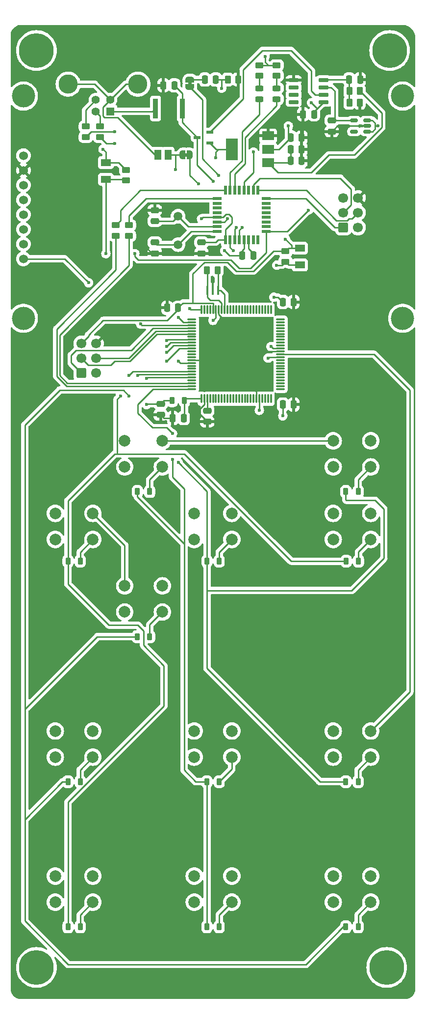
<source format=gbr>
%TF.GenerationSoftware,KiCad,Pcbnew,(6.0.8)*%
%TF.CreationDate,2022-11-03T00:29:39+01:00*%
%TF.ProjectId,crane,6372616e-652e-46b6-9963-61645f706362,rev?*%
%TF.SameCoordinates,Original*%
%TF.FileFunction,Copper,L4,Bot*%
%TF.FilePolarity,Positive*%
%FSLAX46Y46*%
G04 Gerber Fmt 4.6, Leading zero omitted, Abs format (unit mm)*
G04 Created by KiCad (PCBNEW (6.0.8)) date 2022-11-03 00:29:39*
%MOMM*%
%LPD*%
G01*
G04 APERTURE LIST*
G04 Aperture macros list*
%AMRoundRect*
0 Rectangle with rounded corners*
0 $1 Rounding radius*
0 $2 $3 $4 $5 $6 $7 $8 $9 X,Y pos of 4 corners*
0 Add a 4 corners polygon primitive as box body*
4,1,4,$2,$3,$4,$5,$6,$7,$8,$9,$2,$3,0*
0 Add four circle primitives for the rounded corners*
1,1,$1+$1,$2,$3*
1,1,$1+$1,$4,$5*
1,1,$1+$1,$6,$7*
1,1,$1+$1,$8,$9*
0 Add four rect primitives between the rounded corners*
20,1,$1+$1,$2,$3,$4,$5,0*
20,1,$1+$1,$4,$5,$6,$7,0*
20,1,$1+$1,$6,$7,$8,$9,0*
20,1,$1+$1,$8,$9,$2,$3,0*%
%AMFreePoly0*
4,1,22,0.500000,-0.750000,0.000000,-0.750000,0.000000,-0.745033,-0.079941,-0.743568,-0.215256,-0.701293,-0.333266,-0.622738,-0.424486,-0.514219,-0.481581,-0.384460,-0.499164,-0.250000,-0.500000,-0.250000,-0.500000,0.250000,-0.499164,0.250000,-0.499963,0.256109,-0.478152,0.396186,-0.417904,0.524511,-0.324060,0.630769,-0.204165,0.706417,-0.067858,0.745374,0.000000,0.744959,0.000000,0.750000,
0.500000,0.750000,0.500000,-0.750000,0.500000,-0.750000,$1*%
%AMFreePoly1*
4,1,20,0.000000,0.744959,0.073905,0.744508,0.209726,0.703889,0.328688,0.626782,0.421226,0.519385,0.479903,0.390333,0.500000,0.250000,0.500000,-0.250000,0.499851,-0.262216,0.476331,-0.402017,0.414519,-0.529596,0.319384,-0.634700,0.198574,-0.708877,0.061801,-0.746166,0.000000,-0.745033,0.000000,-0.750000,-0.500000,-0.750000,-0.500000,0.750000,0.000000,0.750000,0.000000,0.744959,
0.000000,0.744959,$1*%
G04 Aperture macros list end*
%TA.AperFunction,ComponentPad*%
%ADD10R,1.408000X1.408000*%
%TD*%
%TA.AperFunction,ComponentPad*%
%ADD11C,1.408000*%
%TD*%
%TA.AperFunction,ComponentPad*%
%ADD12C,3.316000*%
%TD*%
%TA.AperFunction,ComponentPad*%
%ADD13C,1.524000*%
%TD*%
%TA.AperFunction,ComponentPad*%
%ADD14C,4.000000*%
%TD*%
%TA.AperFunction,ComponentPad*%
%ADD15C,2.000000*%
%TD*%
%TA.AperFunction,ComponentPad*%
%ADD16C,6.000000*%
%TD*%
%TA.AperFunction,SMDPad,CuDef*%
%ADD17RoundRect,0.218750X-0.218750X-0.381250X0.218750X-0.381250X0.218750X0.381250X-0.218750X0.381250X0*%
%TD*%
%TA.AperFunction,SMDPad,CuDef*%
%ADD18RoundRect,0.250000X-0.250000X-0.475000X0.250000X-0.475000X0.250000X0.475000X-0.250000X0.475000X0*%
%TD*%
%TA.AperFunction,SMDPad,CuDef*%
%ADD19RoundRect,0.250000X0.250000X0.475000X-0.250000X0.475000X-0.250000X-0.475000X0.250000X-0.475000X0*%
%TD*%
%TA.AperFunction,SMDPad,CuDef*%
%ADD20R,1.150000X1.800000*%
%TD*%
%TA.AperFunction,SMDPad,CuDef*%
%ADD21RoundRect,0.250000X0.262500X0.450000X-0.262500X0.450000X-0.262500X-0.450000X0.262500X-0.450000X0*%
%TD*%
%TA.AperFunction,SMDPad,CuDef*%
%ADD22R,1.168400X0.533400*%
%TD*%
%TA.AperFunction,SMDPad,CuDef*%
%ADD23R,2.000000X1.500000*%
%TD*%
%TA.AperFunction,SMDPad,CuDef*%
%ADD24R,2.000000X3.800000*%
%TD*%
%TA.AperFunction,SMDPad,CuDef*%
%ADD25RoundRect,0.150000X-0.725000X-0.150000X0.725000X-0.150000X0.725000X0.150000X-0.725000X0.150000X0*%
%TD*%
%TA.AperFunction,SMDPad,CuDef*%
%ADD26R,0.300000X1.600000*%
%TD*%
%TA.AperFunction,SMDPad,CuDef*%
%ADD27R,1.700000X1.200000*%
%TD*%
%TA.AperFunction,SMDPad,CuDef*%
%ADD28RoundRect,0.250000X0.450000X-0.262500X0.450000X0.262500X-0.450000X0.262500X-0.450000X-0.262500X0*%
%TD*%
%TA.AperFunction,SMDPad,CuDef*%
%ADD29RoundRect,0.250000X-0.262500X-0.450000X0.262500X-0.450000X0.262500X0.450000X-0.262500X0.450000X0*%
%TD*%
%TA.AperFunction,SMDPad,CuDef*%
%ADD30RoundRect,0.250000X0.475000X-0.250000X0.475000X0.250000X-0.475000X0.250000X-0.475000X-0.250000X0*%
%TD*%
%TA.AperFunction,SMDPad,CuDef*%
%ADD31RoundRect,0.075000X-0.662500X-0.075000X0.662500X-0.075000X0.662500X0.075000X-0.662500X0.075000X0*%
%TD*%
%TA.AperFunction,SMDPad,CuDef*%
%ADD32RoundRect,0.075000X-0.075000X-0.662500X0.075000X-0.662500X0.075000X0.662500X-0.075000X0.662500X0*%
%TD*%
%TA.AperFunction,SMDPad,CuDef*%
%ADD33RoundRect,0.250000X-0.450000X0.262500X-0.450000X-0.262500X0.450000X-0.262500X0.450000X0.262500X0*%
%TD*%
%TA.AperFunction,SMDPad,CuDef*%
%ADD34RoundRect,0.250000X-0.475000X0.250000X-0.475000X-0.250000X0.475000X-0.250000X0.475000X0.250000X0*%
%TD*%
%TA.AperFunction,SMDPad,CuDef*%
%ADD35RoundRect,0.150000X0.512500X0.150000X-0.512500X0.150000X-0.512500X-0.150000X0.512500X-0.150000X0*%
%TD*%
%TA.AperFunction,SMDPad,CuDef*%
%ADD36RoundRect,0.243750X0.456250X-0.243750X0.456250X0.243750X-0.456250X0.243750X-0.456250X-0.243750X0*%
%TD*%
%TA.AperFunction,ComponentPad*%
%ADD37RoundRect,0.250000X-0.600000X-0.600000X0.600000X-0.600000X0.600000X0.600000X-0.600000X0.600000X0*%
%TD*%
%TA.AperFunction,ComponentPad*%
%ADD38C,1.700000*%
%TD*%
%TA.AperFunction,SMDPad,CuDef*%
%ADD39RoundRect,0.218750X0.218750X0.381250X-0.218750X0.381250X-0.218750X-0.381250X0.218750X-0.381250X0*%
%TD*%
%TA.AperFunction,SMDPad,CuDef*%
%ADD40FreePoly0,270.000000*%
%TD*%
%TA.AperFunction,SMDPad,CuDef*%
%ADD41FreePoly1,270.000000*%
%TD*%
%TA.AperFunction,ComponentPad*%
%ADD42C,1.500000*%
%TD*%
%TA.AperFunction,SMDPad,CuDef*%
%ADD43R,0.850000X3.430000*%
%TD*%
%TA.AperFunction,SMDPad,CuDef*%
%ADD44FreePoly0,0.000000*%
%TD*%
%TA.AperFunction,SMDPad,CuDef*%
%ADD45FreePoly1,0.000000*%
%TD*%
%TA.AperFunction,SMDPad,CuDef*%
%ADD46R,1.600000X0.550000*%
%TD*%
%TA.AperFunction,SMDPad,CuDef*%
%ADD47R,0.550000X1.600000*%
%TD*%
%TA.AperFunction,ViaPad*%
%ADD48C,0.600000*%
%TD*%
%TA.AperFunction,Conductor*%
%ADD49C,0.250000*%
%TD*%
G04 APERTURE END LIST*
%TO.C,JP2*%
G36*
X146300000Y-97900000D02*
G01*
X145700000Y-97900000D01*
X145700000Y-97400000D01*
X146300000Y-97400000D01*
X146300000Y-97900000D01*
G37*
%TO.C,JP1*%
G36*
X145612500Y-110300000D02*
G01*
X145112500Y-110300000D01*
X145112500Y-109700000D01*
X145612500Y-109700000D01*
X145612500Y-110300000D01*
G37*
%TD*%
D10*
%TO.P,J1,1,VCC*%
%TO.N,/MCU/USBVCC_SOCKET*%
X132250000Y-102500000D03*
D11*
%TO.P,J1,2,D-*%
%TO.N,/MCU/USB_D-*%
X129750000Y-102500000D03*
%TO.P,J1,3,D+*%
%TO.N,/MCU/USB_D+*%
X129750000Y-100500000D03*
%TO.P,J1,4,GND*%
%TO.N,Net-(FB1-Pad1)*%
X132250000Y-100500000D03*
D12*
%TO.P,J1,S1,SHIELD*%
X124980000Y-97800000D03*
%TO.P,J1,S2,SHIELD*%
X137020000Y-97800000D03*
%TD*%
D13*
%TO.P,U1,8,BL*%
%TO.N,LCD_BL*%
X117250000Y-127890000D03*
%TO.P,U1,7,RST*%
%TO.N,LCD_RST*%
X117250000Y-125350000D03*
%TO.P,U1,6,DS*%
%TO.N,LCD_DC*%
X117250000Y-122810000D03*
%TO.P,U1,5,CS*%
%TO.N,LCD_CS*%
X117250000Y-120270000D03*
%TO.P,U1,4,CLK*%
%TO.N,LCD_CLK*%
X117250000Y-117730000D03*
%TO.P,U1,3,DIN*%
%TO.N,LCD_DIN*%
X117250000Y-115190000D03*
%TO.P,U1,2,GND*%
%TO.N,GND*%
X117250000Y-112650000D03*
%TO.P,U1,1,VCC*%
%TO.N,+5V*%
X117250000Y-110110000D03*
D14*
%TO.P,U1,0*%
%TO.N,N/C*%
X182750000Y-138150000D03*
X117250000Y-99850000D03*
X182750000Y-99850000D03*
X117250000Y-138150000D03*
%TD*%
D15*
%TO.P,SW11,1,1*%
%TO.N,SW_C2*%
X146750000Y-234250000D03*
X153250000Y-234250000D03*
%TO.P,SW11,2,2*%
%TO.N,Net-(D11-Pad2)*%
X153250000Y-238750000D03*
X146750000Y-238750000D03*
%TD*%
%TO.P,SW5,1,1*%
%TO.N,SW_C1*%
X146750000Y-171750000D03*
X153250000Y-171750000D03*
%TO.P,SW5,2,2*%
%TO.N,Net-(D5-Pad2)*%
X146750000Y-176250000D03*
X153250000Y-176250000D03*
%TD*%
%TO.P,SW8,1,1*%
%TO.N,SW_C1*%
X146750000Y-209250000D03*
X153250000Y-209250000D03*
%TO.P,SW8,2,2*%
%TO.N,Net-(D8-Pad2)*%
X146750000Y-213750000D03*
X153250000Y-213750000D03*
%TD*%
D16*
%TO.P,H2,1*%
%TO.N,N/C*%
X180000000Y-250000000D03*
%TD*%
D15*
%TO.P,SW10,1,1*%
%TO.N,SW_C2*%
X122750000Y-234250000D03*
X129250000Y-234250000D03*
%TO.P,SW10,2,2*%
%TO.N,Net-(D10-Pad2)*%
X122750000Y-238750000D03*
X129250000Y-238750000D03*
%TD*%
D16*
%TO.P,H3,1*%
%TO.N,N/C*%
X119500000Y-250000000D03*
%TD*%
D15*
%TO.P,SW12,1,1*%
%TO.N,SW_C2*%
X170750000Y-234250000D03*
X177250000Y-234250000D03*
%TO.P,SW12,2,2*%
%TO.N,Net-(D12-Pad2)*%
X177250000Y-238750000D03*
X170750000Y-238750000D03*
%TD*%
%TO.P,SW1,1,1*%
%TO.N,SW_C0*%
X177250000Y-159250000D03*
X170750000Y-159250000D03*
%TO.P,SW1,2,2*%
%TO.N,Net-(D1-Pad2)*%
X170750000Y-163750000D03*
X177250000Y-163750000D03*
%TD*%
D16*
%TO.P,H4,1*%
%TO.N,N/C*%
X180500000Y-92000000D03*
%TD*%
D15*
%TO.P,SW3,1,1*%
%TO.N,SW_C0*%
X134750000Y-159250000D03*
X141250000Y-159250000D03*
%TO.P,SW3,2,2*%
%TO.N,Net-(D3-Pad2)*%
X134750000Y-163750000D03*
X141250000Y-163750000D03*
%TD*%
%TO.P,SW9,1,1*%
%TO.N,SW_C2*%
X170750000Y-209250000D03*
X177250000Y-209250000D03*
%TO.P,SW9,2,2*%
%TO.N,Net-(D9-Pad2)*%
X170750000Y-213750000D03*
X177250000Y-213750000D03*
%TD*%
%TO.P,SW2,1,1*%
%TO.N,SW_C0*%
X122750000Y-171750000D03*
X129250000Y-171750000D03*
%TO.P,SW2,2,2*%
%TO.N,Net-(D2-Pad2)*%
X122750000Y-176250000D03*
X129250000Y-176250000D03*
%TD*%
%TO.P,SW7,1,1*%
%TO.N,SW_C1*%
X122750000Y-209250000D03*
X129250000Y-209250000D03*
%TO.P,SW7,2,2*%
%TO.N,Net-(D7-Pad2)*%
X122750000Y-213750000D03*
X129250000Y-213750000D03*
%TD*%
D16*
%TO.P,H1,1*%
%TO.N,N/C*%
X119500000Y-92000000D03*
%TD*%
D15*
%TO.P,SW4,1,1*%
%TO.N,SW_C0*%
X134750000Y-184250000D03*
X141250000Y-184250000D03*
%TO.P,SW4,2,2*%
%TO.N,Net-(D4-Pad2)*%
X134750000Y-188750000D03*
X141250000Y-188750000D03*
%TD*%
%TO.P,SW6,1,1*%
%TO.N,SW_C1*%
X177250000Y-171750000D03*
X170750000Y-171750000D03*
%TO.P,SW6,2,2*%
%TO.N,Net-(D6-Pad2)*%
X177250000Y-176250000D03*
X170750000Y-176250000D03*
%TD*%
D17*
%TO.P,D7,1,K*%
%TO.N,SW_R3*%
X124937500Y-218000000D03*
%TO.P,D7,2,A*%
%TO.N,Net-(D7-Pad2)*%
X127062500Y-218000000D03*
%TD*%
D18*
%TO.P,C1,1*%
%TO.N,GND*%
X165550000Y-103000000D03*
%TO.P,C1,2*%
%TO.N,+5V*%
X167450000Y-103000000D03*
%TD*%
D17*
%TO.P,D3,1,K*%
%TO.N,SW_R2*%
X136937500Y-168000000D03*
%TO.P,D3,2,A*%
%TO.N,Net-(D3-Pad2)*%
X139062500Y-168000000D03*
%TD*%
D19*
%TO.P,C7,1*%
%TO.N,GND*%
X163950000Y-135337500D03*
%TO.P,C7,2*%
%TO.N,+5V*%
X162050000Y-135337500D03*
%TD*%
%TO.P,C9,1*%
%TO.N,GND*%
X165312500Y-109000000D03*
%TO.P,C9,2*%
%TO.N,VIN*%
X163412500Y-109000000D03*
%TD*%
D20*
%TO.P,FB1,1,1*%
%TO.N,Net-(FB1-Pad1)*%
X140462500Y-110000000D03*
%TO.P,FB1,2,2*%
%TO.N,Net-(C16-Pad1)*%
X142262500Y-110000000D03*
%TD*%
D17*
%TO.P,D11,1,K*%
%TO.N,SW_R2*%
X148937500Y-243000000D03*
%TO.P,D11,2,A*%
%TO.N,Net-(D11-Pad2)*%
X151062500Y-243000000D03*
%TD*%
D19*
%TO.P,C10,1*%
%TO.N,GND*%
X165312500Y-107000000D03*
%TO.P,C10,2*%
%TO.N,+5V*%
X163412500Y-107000000D03*
%TD*%
D21*
%TO.P,R3,1*%
%TO.N,GND*%
X175362500Y-101000000D03*
%TO.P,R3,2*%
%TO.N,Net-(C3-Pad2)*%
X173537500Y-101000000D03*
%TD*%
D22*
%TO.P,IC1,1,G*%
%TO.N,Net-(IC1-Pad1)*%
X149454700Y-106060200D03*
%TO.P,IC1,2,S*%
%TO.N,+5V*%
X149454700Y-107939800D03*
%TO.P,IC1,3,D*%
%TO.N,USBVCC*%
X147270300Y-107000000D03*
%TD*%
D23*
%TO.P,U4,3,VI*%
%TO.N,VIN*%
X159512500Y-111300000D03*
D24*
%TO.P,U4,2,VO*%
%TO.N,+5V*%
X153212500Y-109000000D03*
D23*
X159512500Y-109000000D03*
%TO.P,U4,1,GND*%
%TO.N,GND*%
X159512500Y-106700000D03*
%TD*%
D25*
%TO.P,U2,1*%
%TO.N,unconnected-(U2-Pad1)*%
X163925000Y-100905000D03*
%TO.P,U2,2,-*%
%TO.N,unconnected-(U2-Pad2)*%
X163925000Y-99635000D03*
%TO.P,U2,3,+*%
%TO.N,unconnected-(U2-Pad3)*%
X163925000Y-98365000D03*
%TO.P,U2,4,V-*%
%TO.N,GND*%
X163925000Y-97095000D03*
%TO.P,U2,5,+*%
%TO.N,Net-(C3-Pad2)*%
X169075000Y-97095000D03*
%TO.P,U2,6,-*%
%TO.N,+3V3*%
X169075000Y-98365000D03*
%TO.P,U2,7*%
%TO.N,Net-(IC1-Pad1)*%
X169075000Y-99635000D03*
%TO.P,U2,8,V+*%
%TO.N,+5V*%
X169075000Y-100905000D03*
%TD*%
D17*
%TO.P,D4,1,K*%
%TO.N,SW_R3*%
X136937500Y-193000000D03*
%TO.P,D4,2,A*%
%TO.N,Net-(D4-Pad2)*%
X139062500Y-193000000D03*
%TD*%
D26*
%TO.P,Y1,1,INPUT*%
%TO.N,Net-(R1-Pad2)*%
X150900000Y-133337500D03*
%TO.P,Y1,2,GND*%
%TO.N,GND*%
X149950000Y-133337500D03*
%TO.P,Y1,3,OUTPUT*%
%TO.N,Net-(R1-Pad1)*%
X149000000Y-133337500D03*
%TD*%
D19*
%TO.P,C6,1*%
%TO.N,GND*%
X163950000Y-153000000D03*
%TO.P,C6,2*%
%TO.N,+5V*%
X162050000Y-153000000D03*
%TD*%
D27*
%TO.P,D14,1*%
%TO.N,+5V*%
X131500000Y-111300000D03*
%TO.P,D14,2*%
%TO.N,RESET2*%
X131500000Y-114200000D03*
%TD*%
D17*
%TO.P,D2,1,K*%
%TO.N,SW_R1*%
X124937500Y-180000000D03*
%TO.P,D2,2,A*%
%TO.N,Net-(D2-Pad2)*%
X127062500Y-180000000D03*
%TD*%
D28*
%TO.P,R12,1*%
%TO.N,Net-(D16-Pad2)*%
X161000000Y-96350000D03*
%TO.P,R12,2*%
%TO.N,+5V*%
X161000000Y-94525000D03*
%TD*%
D17*
%TO.P,D12,1,K*%
%TO.N,SW_R3*%
X172937500Y-243000000D03*
%TO.P,D12,2,A*%
%TO.N,Net-(D12-Pad2)*%
X175062500Y-243000000D03*
%TD*%
D29*
%TO.P,R1,1*%
%TO.N,Net-(R1-Pad1)*%
X148950000Y-129837500D03*
%TO.P,R1,2*%
%TO.N,Net-(R1-Pad2)*%
X150775000Y-129837500D03*
%TD*%
D21*
%TO.P,R10,1*%
%TO.N,GND*%
X154362500Y-97000000D03*
%TO.P,R10,2*%
%TO.N,Net-(C18-Pad1)*%
X152537500Y-97000000D03*
%TD*%
D30*
%TO.P,C14,1*%
%TO.N,GND*%
X139950000Y-126950000D03*
%TO.P,C14,2*%
%TO.N,Net-(C14-Pad2)*%
X139950000Y-125050000D03*
%TD*%
D28*
%TO.P,R9,1*%
%TO.N,TX0*%
X135500000Y-123912500D03*
%TO.P,R9,2*%
%TO.N,Net-(R9-Pad2)*%
X135500000Y-122087500D03*
%TD*%
D17*
%TO.P,D5,1,K*%
%TO.N,SW_R0*%
X148937500Y-180000000D03*
%TO.P,D5,2,A*%
%TO.N,Net-(D5-Pad2)*%
X151062500Y-180000000D03*
%TD*%
D31*
%TO.P,U3,1,PG5*%
%TO.N,SW_R2*%
X146337500Y-150337500D03*
%TO.P,U3,2,PE0*%
%TO.N,RX0*%
X146337500Y-149837500D03*
%TO.P,U3,3,PE1*%
%TO.N,TX0*%
X146337500Y-149337500D03*
%TO.P,U3,4,PE2*%
%TO.N,unconnected-(U3-Pad4)*%
X146337500Y-148837500D03*
%TO.P,U3,5,PE3*%
%TO.N,SW_R1*%
X146337500Y-148337500D03*
%TO.P,U3,6,PE4*%
%TO.N,SW_C0*%
X146337500Y-147837500D03*
%TO.P,U3,7,PE5*%
%TO.N,SW_R3*%
X146337500Y-147337500D03*
%TO.P,U3,8,PE6*%
%TO.N,unconnected-(U3-Pad8)*%
X146337500Y-146837500D03*
%TO.P,U3,9,PE7*%
%TO.N,unconnected-(U3-Pad9)*%
X146337500Y-146337500D03*
%TO.P,U3,10,VCC*%
%TO.N,+5V*%
X146337500Y-145837500D03*
%TO.P,U3,11,GND*%
%TO.N,GND*%
X146337500Y-145337500D03*
%TO.P,U3,12,PH0*%
%TO.N,unconnected-(U3-Pad12)*%
X146337500Y-144837500D03*
%TO.P,U3,13,PH1*%
%TO.N,unconnected-(U3-Pad13)*%
X146337500Y-144337500D03*
%TO.P,U3,14,PH2*%
%TO.N,unconnected-(U3-Pad14)*%
X146337500Y-143837500D03*
%TO.P,U3,15,PH3*%
%TO.N,SW_R0*%
X146337500Y-143337500D03*
%TO.P,U3,16,PH4*%
%TO.N,LCD_DC*%
X146337500Y-142837500D03*
%TO.P,U3,17,PH5*%
%TO.N,LCD_RST*%
X146337500Y-142337500D03*
%TO.P,U3,18,PH6*%
%TO.N,LCD_BL*%
X146337500Y-141837500D03*
%TO.P,U3,19,PB0*%
%TO.N,unconnected-(U3-Pad19)*%
X146337500Y-141337500D03*
%TO.P,U3,20,PB1*%
%TO.N,SCK*%
X146337500Y-140837500D03*
%TO.P,U3,21,PB2*%
%TO.N,MOSI*%
X146337500Y-140337500D03*
%TO.P,U3,22,PB3*%
%TO.N,MISO*%
X146337500Y-139837500D03*
%TO.P,U3,23,PB4*%
%TO.N,LCD_CS*%
X146337500Y-139337500D03*
%TO.P,U3,24,PB5*%
%TO.N,LCD_DIN*%
X146337500Y-138837500D03*
%TO.P,U3,25,PB6*%
%TO.N,unconnected-(U3-Pad25)*%
X146337500Y-138337500D03*
D32*
%TO.P,U3,26,PB7*%
%TO.N,LCD_CLK*%
X148000000Y-136675000D03*
%TO.P,U3,27,PH7*%
%TO.N,unconnected-(U3-Pad27)*%
X148500000Y-136675000D03*
%TO.P,U3,28,PG3*%
%TO.N,unconnected-(U3-Pad28)*%
X149000000Y-136675000D03*
%TO.P,U3,29,PG4*%
%TO.N,unconnected-(U3-Pad29)*%
X149500000Y-136675000D03*
%TO.P,U3,30,~{RESET}*%
%TO.N,RESET*%
X150000000Y-136675000D03*
%TO.P,U3,31,VCC*%
%TO.N,+5V*%
X150500000Y-136675000D03*
%TO.P,U3,32,GND*%
%TO.N,GND*%
X151000000Y-136675000D03*
%TO.P,U3,33,XTAL2*%
%TO.N,Net-(R1-Pad1)*%
X151500000Y-136675000D03*
%TO.P,U3,34,XTAL1*%
%TO.N,Net-(R1-Pad2)*%
X152000000Y-136675000D03*
%TO.P,U3,35,PL0*%
%TO.N,unconnected-(U3-Pad35)*%
X152500000Y-136675000D03*
%TO.P,U3,36,PL1*%
%TO.N,unconnected-(U3-Pad36)*%
X153000000Y-136675000D03*
%TO.P,U3,37,PL2*%
%TO.N,unconnected-(U3-Pad37)*%
X153500000Y-136675000D03*
%TO.P,U3,38,PL3*%
%TO.N,unconnected-(U3-Pad38)*%
X154000000Y-136675000D03*
%TO.P,U3,39,PL4*%
%TO.N,unconnected-(U3-Pad39)*%
X154500000Y-136675000D03*
%TO.P,U3,40,PL5*%
%TO.N,unconnected-(U3-Pad40)*%
X155000000Y-136675000D03*
%TO.P,U3,41,PL6*%
%TO.N,unconnected-(U3-Pad41)*%
X155500000Y-136675000D03*
%TO.P,U3,42,PL7*%
%TO.N,unconnected-(U3-Pad42)*%
X156000000Y-136675000D03*
%TO.P,U3,43,PD0*%
%TO.N,unconnected-(U3-Pad43)*%
X156500000Y-136675000D03*
%TO.P,U3,44,PD1*%
%TO.N,unconnected-(U3-Pad44)*%
X157000000Y-136675000D03*
%TO.P,U3,45,PD2*%
%TO.N,unconnected-(U3-Pad45)*%
X157500000Y-136675000D03*
%TO.P,U3,46,PD3*%
%TO.N,unconnected-(U3-Pad46)*%
X158000000Y-136675000D03*
%TO.P,U3,47,PD4*%
%TO.N,unconnected-(U3-Pad47)*%
X158500000Y-136675000D03*
%TO.P,U3,48,PD5*%
%TO.N,unconnected-(U3-Pad48)*%
X159000000Y-136675000D03*
%TO.P,U3,49,PD6*%
%TO.N,unconnected-(U3-Pad49)*%
X159500000Y-136675000D03*
%TO.P,U3,50,PD7*%
%TO.N,unconnected-(U3-Pad50)*%
X160000000Y-136675000D03*
D31*
%TO.P,U3,51,PG0*%
%TO.N,unconnected-(U3-Pad51)*%
X161662500Y-138337500D03*
%TO.P,U3,52,PG1*%
%TO.N,unconnected-(U3-Pad52)*%
X161662500Y-138837500D03*
%TO.P,U3,53,PC0*%
%TO.N,unconnected-(U3-Pad53)*%
X161662500Y-139337500D03*
%TO.P,U3,54,PC1*%
%TO.N,unconnected-(U3-Pad54)*%
X161662500Y-139837500D03*
%TO.P,U3,55,PC2*%
%TO.N,unconnected-(U3-Pad55)*%
X161662500Y-140337500D03*
%TO.P,U3,56,PC3*%
%TO.N,unconnected-(U3-Pad56)*%
X161662500Y-140837500D03*
%TO.P,U3,57,PC4*%
%TO.N,unconnected-(U3-Pad57)*%
X161662500Y-141337500D03*
%TO.P,U3,58,PC5*%
%TO.N,unconnected-(U3-Pad58)*%
X161662500Y-141837500D03*
%TO.P,U3,59,PC6*%
%TO.N,unconnected-(U3-Pad59)*%
X161662500Y-142337500D03*
%TO.P,U3,60,PC7*%
%TO.N,unconnected-(U3-Pad60)*%
X161662500Y-142837500D03*
%TO.P,U3,61,VCC*%
%TO.N,+5V*%
X161662500Y-143337500D03*
%TO.P,U3,62,GND*%
%TO.N,GND*%
X161662500Y-143837500D03*
%TO.P,U3,63,PJ0*%
%TO.N,SW_C2*%
X161662500Y-144337500D03*
%TO.P,U3,64,PJ1*%
%TO.N,SW_C1*%
X161662500Y-144837500D03*
%TO.P,U3,65,PJ2*%
%TO.N,unconnected-(U3-Pad65)*%
X161662500Y-145337500D03*
%TO.P,U3,66,PJ3*%
%TO.N,unconnected-(U3-Pad66)*%
X161662500Y-145837500D03*
%TO.P,U3,67,PJ4*%
%TO.N,unconnected-(U3-Pad67)*%
X161662500Y-146337500D03*
%TO.P,U3,68,PJ5*%
%TO.N,unconnected-(U3-Pad68)*%
X161662500Y-146837500D03*
%TO.P,U3,69,PJ6*%
%TO.N,unconnected-(U3-Pad69)*%
X161662500Y-147337500D03*
%TO.P,U3,70,PG2*%
%TO.N,unconnected-(U3-Pad70)*%
X161662500Y-147837500D03*
%TO.P,U3,71,PA7*%
%TO.N,unconnected-(U3-Pad71)*%
X161662500Y-148337500D03*
%TO.P,U3,72,PA6*%
%TO.N,unconnected-(U3-Pad72)*%
X161662500Y-148837500D03*
%TO.P,U3,73,PA5*%
%TO.N,unconnected-(U3-Pad73)*%
X161662500Y-149337500D03*
%TO.P,U3,74,PA4*%
%TO.N,unconnected-(U3-Pad74)*%
X161662500Y-149837500D03*
%TO.P,U3,75,PA3*%
%TO.N,unconnected-(U3-Pad75)*%
X161662500Y-150337500D03*
D32*
%TO.P,U3,76,PA2*%
%TO.N,unconnected-(U3-Pad76)*%
X160000000Y-152000000D03*
%TO.P,U3,77,PA1*%
%TO.N,unconnected-(U3-Pad77)*%
X159500000Y-152000000D03*
%TO.P,U3,78,PA0*%
%TO.N,unconnected-(U3-Pad78)*%
X159000000Y-152000000D03*
%TO.P,U3,79,PJ7*%
%TO.N,unconnected-(U3-Pad79)*%
X158500000Y-152000000D03*
%TO.P,U3,80,VCC*%
%TO.N,+5V*%
X158000000Y-152000000D03*
%TO.P,U3,81,GND*%
%TO.N,GND*%
X157500000Y-152000000D03*
%TO.P,U3,82,PK7*%
%TO.N,unconnected-(U3-Pad82)*%
X157000000Y-152000000D03*
%TO.P,U3,83,PK6*%
%TO.N,unconnected-(U3-Pad83)*%
X156500000Y-152000000D03*
%TO.P,U3,84,PK5*%
%TO.N,unconnected-(U3-Pad84)*%
X156000000Y-152000000D03*
%TO.P,U3,85,PK4*%
%TO.N,unconnected-(U3-Pad85)*%
X155500000Y-152000000D03*
%TO.P,U3,86,PK3*%
%TO.N,unconnected-(U3-Pad86)*%
X155000000Y-152000000D03*
%TO.P,U3,87,PK2*%
%TO.N,unconnected-(U3-Pad87)*%
X154500000Y-152000000D03*
%TO.P,U3,88,PK1*%
%TO.N,unconnected-(U3-Pad88)*%
X154000000Y-152000000D03*
%TO.P,U3,89,PK0*%
%TO.N,unconnected-(U3-Pad89)*%
X153500000Y-152000000D03*
%TO.P,U3,90,PF7*%
%TO.N,unconnected-(U3-Pad90)*%
X153000000Y-152000000D03*
%TO.P,U3,91,PF6*%
%TO.N,unconnected-(U3-Pad91)*%
X152500000Y-152000000D03*
%TO.P,U3,92,PF5*%
%TO.N,unconnected-(U3-Pad92)*%
X152000000Y-152000000D03*
%TO.P,U3,93,PF4*%
%TO.N,unconnected-(U3-Pad93)*%
X151500000Y-152000000D03*
%TO.P,U3,94,PF3*%
%TO.N,unconnected-(U3-Pad94)*%
X151000000Y-152000000D03*
%TO.P,U3,95,PF2*%
%TO.N,unconnected-(U3-Pad95)*%
X150500000Y-152000000D03*
%TO.P,U3,96,PF1*%
%TO.N,unconnected-(U3-Pad96)*%
X150000000Y-152000000D03*
%TO.P,U3,97,PF0*%
%TO.N,unconnected-(U3-Pad97)*%
X149500000Y-152000000D03*
%TO.P,U3,98,AREF*%
%TO.N,Net-(C5-Pad2)*%
X149000000Y-152000000D03*
%TO.P,U3,99,GND*%
%TO.N,GND*%
X148500000Y-152000000D03*
%TO.P,U3,100,AVCC*%
%TO.N,Net-(C2-Pad2)*%
X148000000Y-152000000D03*
%TD*%
D30*
%TO.P,C5,1*%
%TO.N,GND*%
X149000000Y-155950000D03*
%TO.P,C5,2*%
%TO.N,Net-(C5-Pad2)*%
X149000000Y-154050000D03*
%TD*%
D28*
%TO.P,R11,1*%
%TO.N,Net-(D15-Pad2)*%
X158000000Y-96350000D03*
%TO.P,R11,2*%
%TO.N,+5V*%
X158000000Y-94525000D03*
%TD*%
D29*
%TO.P,R2,1*%
%TO.N,Net-(C3-Pad2)*%
X173537500Y-99000000D03*
%TO.P,R2,2*%
%TO.N,VIN*%
X175362500Y-99000000D03*
%TD*%
D33*
%TO.P,R6,1*%
%TO.N,/MCU/USB_D-*%
X130500000Y-105087500D03*
%TO.P,R6,2*%
%TO.N,Net-(R6-Pad2)*%
X130500000Y-106912500D03*
%TD*%
D28*
%TO.P,R8,1*%
%TO.N,RX0*%
X133200000Y-123912500D03*
%TO.P,R8,2*%
%TO.N,Net-(R8-Pad2)*%
X133200000Y-122087500D03*
%TD*%
D17*
%TO.P,D9,1,K*%
%TO.N,SW_R0*%
X172937500Y-218000000D03*
%TO.P,D9,2,A*%
%TO.N,Net-(D9-Pad2)*%
X175062500Y-218000000D03*
%TD*%
D34*
%TO.P,C15,1*%
%TO.N,GND*%
X139950000Y-119500000D03*
%TO.P,C15,2*%
%TO.N,Net-(C15-Pad2)*%
X139950000Y-121400000D03*
%TD*%
D33*
%TO.P,R4,1*%
%TO.N,RESET*%
X162500000Y-126587500D03*
%TO.P,R4,2*%
%TO.N,+5V*%
X162500000Y-128412500D03*
%TD*%
D30*
%TO.P,C12,1*%
%TO.N,GND*%
X170500000Y-105950000D03*
%TO.P,C12,2*%
%TO.N,+3V3*%
X170500000Y-104050000D03*
%TD*%
D35*
%TO.P,U5,1,VIN*%
%TO.N,+5V*%
X176637500Y-104050000D03*
%TO.P,U5,2,GND*%
%TO.N,GND*%
X176637500Y-105000000D03*
%TO.P,U5,3,ON/~{OFF}*%
%TO.N,+5V*%
X176637500Y-105950000D03*
%TO.P,U5,4,BP*%
%TO.N,unconnected-(U5-Pad4)*%
X174362500Y-105950000D03*
%TO.P,U5,5,VOUT*%
%TO.N,+3V3*%
X174362500Y-104050000D03*
%TD*%
D19*
%TO.P,C13,1*%
%TO.N,USBVCC*%
X143312500Y-98000000D03*
%TO.P,C13,2*%
%TO.N,GND*%
X141412500Y-98000000D03*
%TD*%
D36*
%TO.P,D15,1,K*%
%TO.N,Net-(D15-Pad1)*%
X158000000Y-100375000D03*
%TO.P,D15,2,A*%
%TO.N,Net-(D15-Pad2)*%
X158000000Y-98500000D03*
%TD*%
D17*
%TO.P,D10,1,K*%
%TO.N,SW_R1*%
X124937500Y-243000000D03*
%TO.P,D10,2,A*%
%TO.N,Net-(D10-Pad2)*%
X127062500Y-243000000D03*
%TD*%
D30*
%TO.P,C4,1*%
%TO.N,GND*%
X140950000Y-154787500D03*
%TO.P,C4,2*%
%TO.N,+5V*%
X140950000Y-152887500D03*
%TD*%
D33*
%TO.P,R5,1*%
%TO.N,/MCU/USB_D+*%
X128000000Y-105087500D03*
%TO.P,R5,2*%
%TO.N,Net-(R5-Pad2)*%
X128000000Y-106912500D03*
%TD*%
D27*
%TO.P,D13,1*%
%TO.N,+5V*%
X165000000Y-128950000D03*
%TO.P,D13,2*%
%TO.N,RESET*%
X165000000Y-126050000D03*
%TD*%
D37*
%TO.P,J8,1,MISO*%
%TO.N,MISO*%
X127247500Y-147545000D03*
D38*
%TO.P,J8,2,VCC*%
%TO.N,+5V*%
X129787500Y-147545000D03*
%TO.P,J8,3,SCK*%
%TO.N,SCK*%
X127247500Y-145005000D03*
%TO.P,J8,4,MOSI*%
%TO.N,MOSI*%
X129787500Y-145005000D03*
%TO.P,J8,5,~{RST}*%
%TO.N,RESET*%
X127247500Y-142465000D03*
%TO.P,J8,6,GND*%
%TO.N,GND*%
X129787500Y-142465000D03*
%TD*%
D34*
%TO.P,C17,1*%
%TO.N,+5V*%
X148000000Y-125050000D03*
%TO.P,C17,2*%
%TO.N,GND*%
X148000000Y-126950000D03*
%TD*%
D18*
%TO.P,C2,1*%
%TO.N,GND*%
X143050000Y-155337500D03*
%TO.P,C2,2*%
%TO.N,Net-(C2-Pad2)*%
X144950000Y-155337500D03*
%TD*%
D39*
%TO.P,L1,1,1*%
%TO.N,Net-(C2-Pad2)*%
X145062500Y-152337500D03*
%TO.P,L1,2,2*%
%TO.N,+5V*%
X142937500Y-152337500D03*
%TD*%
D17*
%TO.P,D1,1,K*%
%TO.N,SW_R0*%
X172937500Y-168000000D03*
%TO.P,D1,2,A*%
%TO.N,Net-(D1-Pad2)*%
X175062500Y-168000000D03*
%TD*%
%TO.P,D8,1,K*%
%TO.N,SW_R2*%
X148937500Y-218000000D03*
%TO.P,D8,2,A*%
%TO.N,Net-(D8-Pad2)*%
X151062500Y-218000000D03*
%TD*%
D19*
%TO.P,C18,1*%
%TO.N,Net-(C18-Pad1)*%
X150487500Y-97000000D03*
%TO.P,C18,2*%
%TO.N,Net-(C18-Pad2)*%
X148587500Y-97000000D03*
%TD*%
%TO.P,C8,1*%
%TO.N,GND*%
X165312500Y-111000000D03*
%TO.P,C8,2*%
%TO.N,VIN*%
X163412500Y-111000000D03*
%TD*%
%TO.P,C3,1*%
%TO.N,GND*%
X175400000Y-97000000D03*
%TO.P,C3,2*%
%TO.N,Net-(C3-Pad2)*%
X173500000Y-97000000D03*
%TD*%
D28*
%TO.P,R7,1*%
%TO.N,RESET2*%
X135000000Y-114412500D03*
%TO.P,R7,2*%
%TO.N,+5V*%
X135000000Y-112587500D03*
%TD*%
D36*
%TO.P,D16,1,K*%
%TO.N,Net-(D16-Pad1)*%
X161000000Y-100375000D03*
%TO.P,D16,2,A*%
%TO.N,Net-(D16-Pad2)*%
X161000000Y-98500000D03*
%TD*%
D40*
%TO.P,JP2,1,A*%
%TO.N,Net-(C18-Pad2)*%
X146000000Y-97000000D03*
D41*
%TO.P,JP2,2,B*%
%TO.N,RESET*%
X146000000Y-98300000D03*
%TD*%
D42*
%TO.P,Y2,1,1*%
%TO.N,Net-(C15-Pad2)*%
X143950000Y-120550000D03*
%TO.P,Y2,2,2*%
%TO.N,Net-(C14-Pad2)*%
X143950000Y-125430000D03*
%TD*%
D43*
%TO.P,F1,1*%
%TO.N,/MCU/USBVCC_SOCKET*%
X140062500Y-102000000D03*
%TO.P,F1,2*%
%TO.N,USBVCC*%
X144662500Y-102000000D03*
%TD*%
D19*
%TO.P,C11,1*%
%TO.N,RESET*%
X143950000Y-136337500D03*
%TO.P,C11,2*%
%TO.N,GND*%
X142050000Y-136337500D03*
%TD*%
D37*
%TO.P,J10,1,MISO*%
%TO.N,MISO2*%
X172500000Y-122500000D03*
D38*
%TO.P,J10,2,VCC*%
%TO.N,+5V*%
X175040000Y-122500000D03*
%TO.P,J10,3,SCK*%
%TO.N,SCK2*%
X172500000Y-119960000D03*
%TO.P,J10,4,MOSI*%
%TO.N,MOSI2*%
X175040000Y-119960000D03*
%TO.P,J10,5,~{RST}*%
%TO.N,RESET2*%
X172500000Y-117420000D03*
%TO.P,J10,6,GND*%
%TO.N,GND*%
X175040000Y-117420000D03*
%TD*%
D17*
%TO.P,D6,1,K*%
%TO.N,SW_R1*%
X173000000Y-180000000D03*
%TO.P,D6,2,A*%
%TO.N,Net-(D6-Pad2)*%
X175125000Y-180000000D03*
%TD*%
D44*
%TO.P,JP1,1,A*%
%TO.N,Net-(C16-Pad1)*%
X144712500Y-110000000D03*
D45*
%TO.P,JP1,2,B*%
%TO.N,Net-(JP1-Pad2)*%
X146012500Y-110000000D03*
%TD*%
D18*
%TO.P,C16,1*%
%TO.N,Net-(C16-Pad1)*%
X155050000Y-127337500D03*
%TO.P,C16,2*%
%TO.N,Net-(C16-Pad2)*%
X156950000Y-127337500D03*
%TD*%
D46*
%TO.P,U6,1,XTAL1*%
%TO.N,Net-(C14-Pad2)*%
X150700000Y-123137500D03*
%TO.P,U6,2,PC0/XTAL2*%
%TO.N,Net-(C15-Pad2)*%
X150700000Y-122337500D03*
%TO.P,U6,3,GND*%
%TO.N,Net-(JP1-Pad2)*%
X150700000Y-121537500D03*
%TO.P,U6,4,VCC*%
%TO.N,+5V*%
X150700000Y-120737500D03*
%TO.P,U6,5,PC2*%
%TO.N,unconnected-(U6-Pad5)*%
X150700000Y-119937500D03*
%TO.P,U6,6,PD0*%
%TO.N,unconnected-(U6-Pad6)*%
X150700000Y-119137500D03*
%TO.P,U6,7,PD1*%
%TO.N,unconnected-(U6-Pad7)*%
X150700000Y-118337500D03*
%TO.P,U6,8,PD2*%
%TO.N,Net-(R9-Pad2)*%
X150700000Y-117537500D03*
D47*
%TO.P,U6,9,PD3*%
%TO.N,Net-(R8-Pad2)*%
X152150000Y-116087500D03*
%TO.P,U6,10,PD4*%
%TO.N,Net-(D15-Pad1)*%
X152950000Y-116087500D03*
%TO.P,U6,11,PD5*%
%TO.N,Net-(D16-Pad1)*%
X153750000Y-116087500D03*
%TO.P,U6,12,PD6*%
%TO.N,unconnected-(U6-Pad12)*%
X154550000Y-116087500D03*
%TO.P,U6,13,~{HWB}/PD7*%
%TO.N,Net-(C18-Pad1)*%
X155350000Y-116087500D03*
%TO.P,U6,14,PB0*%
%TO.N,unconnected-(U6-Pad14)*%
X156150000Y-116087500D03*
%TO.P,U6,15,PB1*%
%TO.N,SCK2*%
X156950000Y-116087500D03*
%TO.P,U6,16,PB2*%
%TO.N,MOSI2*%
X157750000Y-116087500D03*
D46*
%TO.P,U6,17,PB3*%
%TO.N,MISO2*%
X159200000Y-117537500D03*
%TO.P,U6,18,PB4*%
%TO.N,unconnected-(U6-Pad18)*%
X159200000Y-118337500D03*
%TO.P,U6,19,PB5*%
%TO.N,unconnected-(U6-Pad19)*%
X159200000Y-119137500D03*
%TO.P,U6,20,PB6*%
%TO.N,unconnected-(U6-Pad20)*%
X159200000Y-119937500D03*
%TO.P,U6,21,PB7*%
%TO.N,unconnected-(U6-Pad21)*%
X159200000Y-120737500D03*
%TO.P,U6,22,PC7*%
%TO.N,unconnected-(U6-Pad22)*%
X159200000Y-121537500D03*
%TO.P,U6,23,PC6*%
%TO.N,unconnected-(U6-Pad23)*%
X159200000Y-122337500D03*
%TO.P,U6,24,PC1/~{RESET}*%
%TO.N,RESET2*%
X159200000Y-123137500D03*
D47*
%TO.P,U6,25,PC5*%
%TO.N,unconnected-(U6-Pad25)*%
X157750000Y-124587500D03*
%TO.P,U6,26,PC4*%
%TO.N,unconnected-(U6-Pad26)*%
X156950000Y-124587500D03*
%TO.P,U6,27,UCAP*%
%TO.N,Net-(C16-Pad2)*%
X156150000Y-124587500D03*
%TO.P,U6,28,UGND*%
%TO.N,Net-(C16-Pad1)*%
X155350000Y-124587500D03*
%TO.P,U6,29,D+*%
%TO.N,Net-(R5-Pad2)*%
X154550000Y-124587500D03*
%TO.P,U6,30,D-*%
%TO.N,Net-(R6-Pad2)*%
X153750000Y-124587500D03*
%TO.P,U6,31,UVCC*%
%TO.N,USBVCC*%
X152950000Y-124587500D03*
%TO.P,U6,32,AVCC*%
%TO.N,+5V*%
X152150000Y-124587500D03*
%TD*%
D48*
%TO.N,GND*%
X142250000Y-169500000D03*
X130750000Y-200750000D03*
X164250000Y-182500000D03*
X126750000Y-156750000D03*
X171750000Y-98000000D03*
X158000000Y-149000000D03*
X137000000Y-130000000D03*
X150000000Y-146000000D03*
X156500000Y-143000000D03*
%TO.N,+5V*%
X162050000Y-154950000D03*
X144000000Y-145500000D03*
%TO.N,SW_R2*%
X143000000Y-162500000D03*
X143000000Y-158000000D03*
%TO.N,SW_C1*%
X159500000Y-145000000D03*
%TO.N,SW_R0*%
X142000000Y-145500000D03*
X144000000Y-163000000D03*
%TO.N,SW_R1*%
X138500000Y-148500000D03*
X134000000Y-151500000D03*
%TO.N,SW_C0*%
X137000000Y-148000000D03*
%TO.N,SW_R3*%
X135500000Y-151500000D03*
X135500000Y-148000000D03*
%TO.N,GND*%
X138000000Y-125500000D03*
X164000000Y-96000000D03*
X177000000Y-97000000D03*
X160500000Y-104500000D03*
%TO.N,+5V*%
X160000000Y-143000000D03*
%TO.N,LCD_CS*%
X137500000Y-139124500D03*
%TO.N,LCD_DIN*%
X144000000Y-138000000D03*
%TO.N,LCD_BL*%
X128500000Y-132000000D03*
%TO.N,LCD_DC*%
X142000000Y-144000000D03*
%TO.N,LCD_RST*%
X142000000Y-143000000D03*
%TO.N,LCD_BL*%
X142000000Y-142000000D03*
%TO.N,LCD_CLK*%
X146000000Y-136500000D03*
%TO.N,GND*%
X151500000Y-138500000D03*
X150000000Y-131500000D03*
%TO.N,RESET2*%
X136500000Y-127000000D03*
X131500000Y-127000000D03*
%TO.N,+5V*%
X148000000Y-121000000D03*
%TO.N,USBVCC*%
X153500000Y-126500000D03*
X150000000Y-114500000D03*
%TO.N,Net-(C16-Pad1)*%
X143500000Y-112500000D03*
%TO.N,Net-(R6-Pad2)*%
X133000000Y-108000000D03*
%TO.N,Net-(R5-Pad2)*%
X133000000Y-106000000D03*
%TO.N,Net-(JP1-Pad2)*%
X152500000Y-121000000D03*
%TO.N,Net-(C16-Pad1)*%
X152000000Y-126500000D03*
%TO.N,Net-(R5-Pad2)*%
X155000000Y-122500000D03*
%TO.N,Net-(R6-Pad2)*%
X154000000Y-122500000D03*
%TO.N,Net-(JP1-Pad2)*%
X147500000Y-115000000D03*
%TO.N,+5V*%
X150500000Y-110500000D03*
%TO.N,RESET*%
X162500000Y-124500000D03*
X151000000Y-113500000D03*
%TO.N,Net-(C18-Pad1)*%
X151500000Y-98500000D03*
X157000000Y-109500000D03*
%TO.N,+5V*%
X138500000Y-153000000D03*
%TO.N,RESET2*%
X166500000Y-119500000D03*
%TO.N,+5V*%
X150000000Y-138500000D03*
X160500000Y-134500000D03*
X161000000Y-129000000D03*
X178500000Y-105000000D03*
X159000000Y-93000000D03*
X163000000Y-105000000D03*
X167000000Y-101000000D03*
X131000000Y-109000000D03*
X158000000Y-154000000D03*
%TD*%
D49*
%TO.N,Net-(FB1-Pad1)*%
X132250000Y-100500000D02*
X134950000Y-97800000D01*
X134950000Y-97800000D02*
X137020000Y-97800000D01*
X132250000Y-100500000D02*
X129550000Y-97800000D01*
X129550000Y-97800000D02*
X124980000Y-97800000D01*
%TO.N,/MCU/USB_D+*%
X128000000Y-102250000D02*
X129750000Y-100500000D01*
X128000000Y-105087500D02*
X128000000Y-102250000D01*
%TO.N,/MCU/USB_D-*%
X130500000Y-105087500D02*
X130500000Y-103250000D01*
X130500000Y-103250000D02*
X129750000Y-102500000D01*
%TO.N,Net-(FB1-Pad1)*%
X131000000Y-101750000D02*
X132250000Y-100500000D01*
X131000000Y-103308000D02*
X131000000Y-101750000D01*
X131221000Y-103529000D02*
X131000000Y-103308000D01*
X133529000Y-103529000D02*
X131221000Y-103529000D01*
%TO.N,/MCU/USBVCC_SOCKET*%
X132250000Y-102500000D02*
X139562500Y-102500000D01*
%TO.N,Net-(FB1-Pad1)*%
X140462500Y-110000000D02*
X140000000Y-110000000D01*
X140000000Y-110000000D02*
X133529000Y-103529000D01*
%TO.N,+5V*%
X152150000Y-122850000D02*
X152150000Y-124587500D01*
X153250000Y-121750000D02*
X152150000Y-122850000D01*
X152750000Y-120250000D02*
X153250000Y-120750000D01*
X153250000Y-120750000D02*
X153250000Y-121750000D01*
X152250000Y-120250000D02*
X152750000Y-120250000D01*
X151762500Y-120737500D02*
X152250000Y-120250000D01*
X150700000Y-120737500D02*
X151762500Y-120737500D01*
%TO.N,GND*%
X147750000Y-153750000D02*
X147750000Y-154700000D01*
X148500000Y-153000000D02*
X147750000Y-153750000D01*
X148500000Y-152000000D02*
X148500000Y-153000000D01*
X147750000Y-154700000D02*
X149000000Y-155950000D01*
X143050000Y-155337500D02*
X141500000Y-155337500D01*
X141500000Y-155337500D02*
X140950000Y-154787500D01*
%TO.N,+5V*%
X148050000Y-125000000D02*
X148000000Y-125050000D01*
X150450000Y-125000000D02*
X148050000Y-125000000D01*
%TO.N,GND*%
X157500000Y-149500000D02*
X158000000Y-149000000D01*
X157500000Y-152000000D02*
X157500000Y-149500000D01*
X149337500Y-145337500D02*
X150000000Y-146000000D01*
X146337500Y-145337500D02*
X149337500Y-145337500D01*
X157337500Y-143837500D02*
X156500000Y-143000000D01*
X161662500Y-143837500D02*
X157337500Y-143837500D01*
%TO.N,+5V*%
X144337500Y-145837500D02*
X144000000Y-145500000D01*
X146337500Y-145837500D02*
X144337500Y-145837500D01*
%TO.N,SW_R2*%
X143000000Y-165500000D02*
X143000000Y-162500000D01*
X145000000Y-167500000D02*
X143000000Y-165500000D01*
X145000000Y-177000000D02*
X145000000Y-167500000D01*
X142000000Y-157000000D02*
X143000000Y-158000000D01*
X137000000Y-154500000D02*
X139500000Y-157000000D01*
X137000000Y-153000000D02*
X137000000Y-154500000D01*
X139662500Y-150337500D02*
X137000000Y-153000000D01*
X139500000Y-157000000D02*
X142000000Y-157000000D01*
X146337500Y-150337500D02*
X139662500Y-150337500D01*
%TO.N,Net-(D4-Pad2)*%
X139062500Y-193000000D02*
X139062500Y-190937500D01*
X139062500Y-190937500D02*
X141250000Y-188750000D01*
%TO.N,SW_R1*%
X138000000Y-192000000D02*
X137000000Y-191000000D01*
X137000000Y-191000000D02*
X132000000Y-191000000D01*
X138000000Y-194500000D02*
X138000000Y-192000000D01*
X141500000Y-198000000D02*
X138000000Y-194500000D01*
X141500000Y-204931479D02*
X141500000Y-198000000D01*
X124937500Y-243000000D02*
X124937500Y-221493979D01*
X124937500Y-221493979D02*
X141500000Y-204931479D01*
%TO.N,Net-(D9-Pad2)*%
X175062500Y-215937500D02*
X177250000Y-213750000D01*
X175062500Y-218000000D02*
X175062500Y-215937500D01*
%TO.N,Net-(D3-Pad2)*%
X139062500Y-165937500D02*
X141250000Y-163750000D01*
X139062500Y-168000000D02*
X139062500Y-165937500D01*
%TO.N,Net-(D1-Pad2)*%
X175062500Y-165937500D02*
X177250000Y-163750000D01*
X175062500Y-168000000D02*
X175062500Y-165937500D01*
%TO.N,Net-(D6-Pad2)*%
X175125000Y-178375000D02*
X177250000Y-176250000D01*
X175125000Y-180000000D02*
X175125000Y-178375000D01*
%TO.N,Net-(D5-Pad2)*%
X151062500Y-178437500D02*
X153250000Y-176250000D01*
X151062500Y-180000000D02*
X151062500Y-178437500D01*
%TO.N,Net-(D2-Pad2)*%
X127062500Y-178437500D02*
X129250000Y-176250000D01*
X127062500Y-180000000D02*
X127062500Y-178437500D01*
%TO.N,Net-(D7-Pad2)*%
X127062500Y-215937500D02*
X129250000Y-213750000D01*
X127062500Y-218000000D02*
X127062500Y-215937500D01*
%TO.N,Net-(D10-Pad2)*%
X127062500Y-240937500D02*
X129250000Y-238750000D01*
X127062500Y-243000000D02*
X127062500Y-240937500D01*
%TO.N,Net-(D11-Pad2)*%
X151062500Y-240937500D02*
X153250000Y-238750000D01*
X151062500Y-243000000D02*
X151062500Y-240937500D01*
%TO.N,Net-(D12-Pad2)*%
X175062500Y-240937500D02*
X177250000Y-238750000D01*
X175062500Y-243000000D02*
X175062500Y-240937500D01*
%TO.N,Net-(D8-Pad2)*%
X153250000Y-215812500D02*
X151062500Y-218000000D01*
X153250000Y-213750000D02*
X153250000Y-215812500D01*
%TO.N,SW_C0*%
X134750000Y-177250000D02*
X134750000Y-184250000D01*
X129250000Y-171750000D02*
X134750000Y-177250000D01*
X170750000Y-159250000D02*
X141250000Y-159250000D01*
%TO.N,SW_C1*%
X159662500Y-144837500D02*
X159500000Y-145000000D01*
X161662500Y-144837500D02*
X159662500Y-144837500D01*
%TO.N,SW_C2*%
X184000000Y-202500000D02*
X177250000Y-209250000D01*
X184000000Y-150500000D02*
X184000000Y-202500000D01*
X177837500Y-144337500D02*
X184000000Y-150500000D01*
X161662500Y-144337500D02*
X177837500Y-144337500D01*
%TO.N,SW_R0*%
X144162500Y-143337500D02*
X142000000Y-145500000D01*
X146337500Y-143337500D02*
X144162500Y-143337500D01*
X148937500Y-167937500D02*
X144000000Y-163000000D01*
X148937500Y-180000000D02*
X148937500Y-167937500D01*
%TO.N,SW_R1*%
X133425000Y-152075000D02*
X134000000Y-151500000D01*
X133425000Y-161425000D02*
X133425000Y-152075000D01*
X133500000Y-161500000D02*
X133425000Y-161425000D01*
X133500000Y-161500000D02*
X133000000Y-161500000D01*
X145000000Y-161500000D02*
X133500000Y-161500000D01*
%TO.N,SW_R0*%
X173937500Y-185062500D02*
X148937500Y-185062500D01*
X179500000Y-179500000D02*
X173937500Y-185062500D01*
X179500000Y-171000000D02*
X179500000Y-179500000D01*
X178000000Y-169500000D02*
X179500000Y-171000000D01*
X173000000Y-169500000D02*
X178000000Y-169500000D01*
X172937500Y-169437500D02*
X173000000Y-169500000D01*
X172937500Y-168000000D02*
X172937500Y-169437500D01*
X148937500Y-185062500D02*
X148937500Y-180000000D01*
X148937500Y-198437500D02*
X148937500Y-185062500D01*
%TO.N,SW_R1*%
X163500000Y-180000000D02*
X145000000Y-161500000D01*
X124937500Y-169562500D02*
X124937500Y-180000000D01*
X173000000Y-180000000D02*
X163500000Y-180000000D01*
X133000000Y-161500000D02*
X124937500Y-169562500D01*
%TO.N,SW_R2*%
X136937500Y-168937500D02*
X136937500Y-168000000D01*
X145000000Y-177000000D02*
X136937500Y-168937500D01*
X145000000Y-216000000D02*
X145000000Y-177000000D01*
X147000000Y-218000000D02*
X145000000Y-216000000D01*
X148937500Y-218000000D02*
X147000000Y-218000000D01*
%TO.N,SW_R1*%
X124937500Y-183937500D02*
X124937500Y-180000000D01*
X132000000Y-191000000D02*
X124937500Y-183937500D01*
%TO.N,SW_R2*%
X148937500Y-218000000D02*
X148937500Y-243000000D01*
%TO.N,SW_R0*%
X172937500Y-218000000D02*
X168500000Y-218000000D01*
X168500000Y-218000000D02*
X148937500Y-198437500D01*
%TO.N,SW_R3*%
X134500000Y-150500000D02*
X135500000Y-151500000D01*
X117500000Y-205500000D02*
X117500000Y-156500000D01*
X117500000Y-156500000D02*
X123500000Y-150500000D01*
X123500000Y-150500000D02*
X134500000Y-150500000D01*
X130000000Y-193000000D02*
X136937500Y-193000000D01*
X117500000Y-205500000D02*
X130000000Y-193000000D01*
X117500000Y-224500000D02*
X117500000Y-205500000D01*
X124000000Y-218000000D02*
X124937500Y-218000000D01*
X117500000Y-242000000D02*
X117500000Y-224500000D01*
X117500000Y-224500000D02*
X124000000Y-218000000D01*
X166000000Y-249500000D02*
X125000000Y-249500000D01*
X172500000Y-243000000D02*
X166000000Y-249500000D01*
X172937500Y-243000000D02*
X172500000Y-243000000D01*
X125000000Y-249500000D02*
X117500000Y-242000000D01*
%TO.N,SW_R1*%
X138662500Y-148337500D02*
X138500000Y-148500000D01*
X146337500Y-148337500D02*
X138662500Y-148337500D01*
%TO.N,SW_C0*%
X137162500Y-147837500D02*
X137000000Y-148000000D01*
X146337500Y-147837500D02*
X137162500Y-147837500D01*
%TO.N,SW_R3*%
X136162500Y-147337500D02*
X135500000Y-148000000D01*
X146337500Y-147337500D02*
X136162500Y-147337500D01*
%TO.N,/MCU/USBVCC_SOCKET*%
X139562500Y-102500000D02*
X140062500Y-102000000D01*
%TO.N,GND*%
X139450000Y-126950000D02*
X138000000Y-125500000D01*
X139950000Y-126950000D02*
X139450000Y-126950000D01*
X163925000Y-96075000D02*
X164000000Y-96000000D01*
X163925000Y-97095000D02*
X163925000Y-96075000D01*
X175400000Y-97000000D02*
X177000000Y-97000000D01*
X159512500Y-105487500D02*
X160500000Y-104500000D01*
X159512500Y-106700000D02*
X159512500Y-105487500D01*
X165550000Y-106762500D02*
X165312500Y-107000000D01*
X165550000Y-103000000D02*
X165550000Y-106762500D01*
X165312500Y-107000000D02*
X165312500Y-111000000D01*
X171450000Y-105000000D02*
X170500000Y-105950000D01*
X176637500Y-105000000D02*
X171450000Y-105000000D01*
%TO.N,+5V*%
X160337500Y-143337500D02*
X160000000Y-143000000D01*
X161662500Y-143337500D02*
X160337500Y-143337500D01*
%TO.N,LCD_CS*%
X137713000Y-139337500D02*
X146337500Y-139337500D01*
X137500000Y-139124500D02*
X137713000Y-139337500D01*
%TO.N,LCD_DIN*%
X144000000Y-138000000D02*
X144837500Y-138837500D01*
X144837500Y-138837500D02*
X146337500Y-138837500D01*
%TO.N,RESET*%
X143950000Y-136600000D02*
X143950000Y-136337500D01*
X131000000Y-138500000D02*
X142050000Y-138500000D01*
X128500000Y-141000000D02*
X131000000Y-138500000D01*
X128500000Y-141212500D02*
X128500000Y-141000000D01*
X142050000Y-138500000D02*
X143950000Y-136600000D01*
X127247500Y-142465000D02*
X128500000Y-141212500D01*
%TO.N,LCD_BL*%
X124390000Y-127890000D02*
X128500000Y-132000000D01*
X117250000Y-127890000D02*
X124390000Y-127890000D01*
%TO.N,LCD_DC*%
X143162500Y-142837500D02*
X142000000Y-144000000D01*
X146337500Y-142837500D02*
X143162500Y-142837500D01*
%TO.N,LCD_RST*%
X142662500Y-142337500D02*
X142000000Y-143000000D01*
X146337500Y-142337500D02*
X142662500Y-142337500D01*
%TO.N,LCD_BL*%
X142162500Y-141837500D02*
X142000000Y-142000000D01*
X146337500Y-141837500D02*
X142162500Y-141837500D01*
%TO.N,LCD_CLK*%
X146175000Y-136675000D02*
X146000000Y-136500000D01*
X148000000Y-136675000D02*
X146175000Y-136675000D01*
%TO.N,GND*%
X151000000Y-137478185D02*
X151000000Y-136675000D01*
X151500000Y-137978185D02*
X151000000Y-137478185D01*
X151500000Y-138500000D02*
X151500000Y-137978185D01*
X150000000Y-131500000D02*
X149950000Y-131550000D01*
X149950000Y-133337500D02*
X149950000Y-131550000D01*
%TO.N,VIN*%
X163112500Y-111300000D02*
X159512500Y-111300000D01*
X163412500Y-111000000D02*
X163112500Y-111300000D01*
X163412500Y-109000000D02*
X163412500Y-111000000D01*
X170000000Y-110000000D02*
X167000000Y-113000000D01*
X174383884Y-110000000D02*
X170000000Y-110000000D01*
X167000000Y-113000000D02*
X161212500Y-113000000D01*
X179125000Y-105258884D02*
X174383884Y-110000000D01*
X179125000Y-102762500D02*
X179125000Y-105258884D01*
X161212500Y-113000000D02*
X159512500Y-111300000D01*
X175362500Y-99000000D02*
X179125000Y-102762500D01*
%TO.N,RESET2*%
X136500000Y-127500000D02*
X136500000Y-127000000D01*
X131500000Y-114200000D02*
X131500000Y-127000000D01*
X137050000Y-128050000D02*
X136500000Y-127500000D01*
X154500000Y-129500000D02*
X153050000Y-128050000D01*
X156500000Y-129500000D02*
X154500000Y-129500000D01*
X159200000Y-126800000D02*
X156500000Y-129500000D01*
X153050000Y-128050000D02*
X137050000Y-128050000D01*
X159200000Y-123137500D02*
X159200000Y-126800000D01*
%TO.N,+5V*%
X148262500Y-120737500D02*
X148000000Y-121000000D01*
X150700000Y-120737500D02*
X148262500Y-120737500D01*
%TO.N,Net-(JP1-Pad2)*%
X151962500Y-121537500D02*
X152500000Y-121000000D01*
X150700000Y-121537500D02*
X151962500Y-121537500D01*
%TO.N,+5V*%
X150862500Y-124587500D02*
X150450000Y-125000000D01*
X152150000Y-124587500D02*
X150862500Y-124587500D01*
%TO.N,RESET*%
X146500000Y-130500000D02*
X146500000Y-135500000D01*
X148500000Y-128500000D02*
X146500000Y-130500000D01*
X152500000Y-128500000D02*
X148500000Y-128500000D01*
X154000000Y-130000000D02*
X152500000Y-128500000D01*
X157000000Y-130000000D02*
X154000000Y-130000000D01*
X160412500Y-126587500D02*
X157000000Y-130000000D01*
X162500000Y-126587500D02*
X160412500Y-126587500D01*
X146500000Y-135500000D02*
X150000000Y-135500000D01*
X144787500Y-135500000D02*
X146500000Y-135500000D01*
%TO.N,USBVCC*%
X152950000Y-125950000D02*
X153500000Y-126500000D01*
X152950000Y-124587500D02*
X152950000Y-125950000D01*
%TO.N,Net-(C16-Pad1)*%
X152837500Y-127337500D02*
X155050000Y-127337500D01*
X152000000Y-126500000D02*
X152837500Y-127337500D01*
%TO.N,USBVCC*%
X147270300Y-111770300D02*
X150000000Y-114500000D01*
X147270300Y-107000000D02*
X147270300Y-111770300D01*
%TO.N,Net-(C16-Pad1)*%
X143500000Y-112500000D02*
X143500000Y-110000000D01*
X143500000Y-110000000D02*
X142262500Y-110000000D01*
X144712500Y-110000000D02*
X143500000Y-110000000D01*
%TO.N,Net-(R6-Pad2)*%
X133000000Y-108000000D02*
X131587500Y-108000000D01*
X131587500Y-108000000D02*
X130500000Y-106912500D01*
%TO.N,Net-(R5-Pad2)*%
X128912500Y-106000000D02*
X128000000Y-106912500D01*
X133000000Y-106000000D02*
X128912500Y-106000000D01*
X154550000Y-122950000D02*
X155000000Y-122500000D01*
X154550000Y-124587500D02*
X154550000Y-122950000D01*
%TO.N,Net-(R6-Pad2)*%
X154000000Y-122500000D02*
X153750000Y-122750000D01*
X153750000Y-124587500D02*
X153750000Y-122750000D01*
%TO.N,Net-(JP1-Pad2)*%
X146012500Y-113512500D02*
X147500000Y-115000000D01*
X146012500Y-110000000D02*
X146012500Y-113512500D01*
%TO.N,+5V*%
X150500000Y-109500000D02*
X150500000Y-110500000D01*
X151000000Y-109000000D02*
X150500000Y-109500000D01*
X153212500Y-109000000D02*
X151000000Y-109000000D01*
X151000000Y-109000000D02*
X150514900Y-109000000D01*
X150514900Y-109000000D02*
X149454700Y-107939800D01*
%TO.N,RESET*%
X163550000Y-125550000D02*
X163550000Y-126050000D01*
X162500000Y-124500000D02*
X163550000Y-125550000D01*
X163550000Y-126050000D02*
X165000000Y-126050000D01*
X163037500Y-126050000D02*
X163550000Y-126050000D01*
X148179500Y-100479500D02*
X148179500Y-110679500D01*
X148179500Y-110679500D02*
X151000000Y-113500000D01*
X146000000Y-98300000D02*
X148179500Y-100479500D01*
%TO.N,Net-(C18-Pad1)*%
X151500000Y-97000000D02*
X151500000Y-98500000D01*
X151500000Y-97000000D02*
X150487500Y-97000000D01*
X152537500Y-97000000D02*
X151500000Y-97000000D01*
X155350000Y-114650000D02*
X157000000Y-113000000D01*
X157000000Y-113000000D02*
X157000000Y-109500000D01*
X155350000Y-116087500D02*
X155350000Y-114650000D01*
%TO.N,Net-(D16-Pad1)*%
X153750000Y-113250000D02*
X153750000Y-116087500D01*
X155500000Y-111500000D02*
X153750000Y-113250000D01*
X155500000Y-107000000D02*
X155500000Y-111500000D01*
X161000000Y-101500000D02*
X155500000Y-107000000D01*
X161000000Y-100375000D02*
X161000000Y-101500000D01*
%TO.N,Net-(D15-Pad1)*%
X152950000Y-113050000D02*
X152950000Y-116087500D01*
X155000000Y-111000000D02*
X152950000Y-113050000D01*
X155000000Y-106000000D02*
X155000000Y-111000000D01*
X158000000Y-100375000D02*
X158000000Y-103000000D01*
X158000000Y-103000000D02*
X155000000Y-106000000D01*
%TO.N,Net-(D16-Pad2)*%
X161000000Y-96350000D02*
X161000000Y-98500000D01*
%TO.N,Net-(D15-Pad2)*%
X158000000Y-96350000D02*
X158000000Y-98500000D01*
%TO.N,Net-(IC1-Pad1)*%
X167635000Y-99635000D02*
X169075000Y-99635000D01*
X167000000Y-99000000D02*
X167635000Y-99635000D01*
X167000000Y-95500000D02*
X167000000Y-99000000D01*
X163500000Y-92000000D02*
X167000000Y-95500000D01*
X158500000Y-92000000D02*
X163500000Y-92000000D01*
X155200000Y-95300000D02*
X158500000Y-92000000D01*
X155200000Y-100314900D02*
X155200000Y-95300000D01*
X149454700Y-106060200D02*
X155200000Y-100314900D01*
%TO.N,RX0*%
X123000000Y-148136396D02*
X124701104Y-149837500D01*
X123000000Y-140000000D02*
X123000000Y-148136396D01*
X133200000Y-129800000D02*
X123000000Y-140000000D01*
X133200000Y-123912500D02*
X133200000Y-129800000D01*
X124701104Y-149837500D02*
X146337500Y-149837500D01*
%TO.N,TX0*%
X123500000Y-141000000D02*
X135500000Y-129000000D01*
X123500000Y-148000000D02*
X123500000Y-141000000D01*
X124837500Y-149337500D02*
X123500000Y-148000000D01*
X146337500Y-149337500D02*
X124837500Y-149337500D01*
X135500000Y-129000000D02*
X135500000Y-123912500D01*
%TO.N,Net-(C2-Pad2)*%
X145062500Y-152337500D02*
X145062500Y-155225000D01*
X148000000Y-152000000D02*
X145400000Y-152000000D01*
X145400000Y-152000000D02*
X145062500Y-152337500D01*
%TO.N,Net-(C5-Pad2)*%
X149000000Y-152000000D02*
X149000000Y-154050000D01*
%TO.N,+5V*%
X138500000Y-153000000D02*
X138612500Y-152887500D01*
X140950000Y-152887500D02*
X138612500Y-152887500D01*
X142937500Y-152337500D02*
X141500000Y-152337500D01*
X141500000Y-152337500D02*
X140950000Y-152887500D01*
%TO.N,MISO*%
X139662500Y-139837500D02*
X146337500Y-139837500D01*
X135860000Y-143640000D02*
X139662500Y-139837500D01*
X126360000Y-143640000D02*
X135860000Y-143640000D01*
X127247500Y-147545000D02*
X125500000Y-145797500D01*
X125500000Y-145797500D02*
X125500000Y-144500000D01*
X125500000Y-144500000D02*
X126360000Y-143640000D01*
%TO.N,SCK*%
X140298896Y-140837500D02*
X146337500Y-140837500D01*
X135636396Y-145500000D02*
X140298896Y-140837500D01*
X133000000Y-145500000D02*
X135636396Y-145500000D01*
X132320000Y-146180000D02*
X133000000Y-145500000D01*
X128422500Y-146180000D02*
X132320000Y-146180000D01*
X127247500Y-145005000D02*
X128422500Y-146180000D01*
%TO.N,MOSI*%
X140162500Y-140337500D02*
X146337500Y-140337500D01*
X135495000Y-145005000D02*
X140162500Y-140337500D01*
X129787500Y-145005000D02*
X135495000Y-145005000D01*
%TO.N,RESET2*%
X162862500Y-123137500D02*
X166500000Y-119500000D01*
X159200000Y-123137500D02*
X162862500Y-123137500D01*
%TO.N,MISO2*%
X166037500Y-117537500D02*
X159200000Y-117537500D01*
X171000000Y-122500000D02*
X166037500Y-117537500D01*
X172500000Y-122500000D02*
X171000000Y-122500000D01*
%TO.N,MOSI2*%
X173500000Y-121000000D02*
X174000000Y-121000000D01*
X173175000Y-121325000D02*
X173500000Y-121000000D01*
X171325000Y-121325000D02*
X173175000Y-121325000D01*
X166087500Y-116087500D02*
X171325000Y-121325000D01*
X174000000Y-121000000D02*
X175040000Y-119960000D01*
X157750000Y-116087500D02*
X166087500Y-116087500D01*
%TO.N,SCK2*%
X173865000Y-115865000D02*
X173865000Y-118595000D01*
X158112500Y-114000000D02*
X172000000Y-114000000D01*
X173865000Y-118595000D02*
X172500000Y-119960000D01*
X156950000Y-115162500D02*
X158112500Y-114000000D01*
X156950000Y-116087500D02*
X156950000Y-115162500D01*
X172000000Y-114000000D02*
X173865000Y-115865000D01*
%TO.N,RESET2*%
X134787500Y-114200000D02*
X135000000Y-114412500D01*
X131500000Y-114200000D02*
X134787500Y-114200000D01*
%TO.N,Net-(R8-Pad2)*%
X137412500Y-116087500D02*
X152150000Y-116087500D01*
X134000000Y-119500000D02*
X137412500Y-116087500D01*
X134000000Y-121287500D02*
X134000000Y-119500000D01*
X133200000Y-122087500D02*
X134000000Y-121287500D01*
%TO.N,Net-(R9-Pad2)*%
X138462500Y-117537500D02*
X150700000Y-117537500D01*
X135500000Y-120500000D02*
X138462500Y-117537500D01*
X135500000Y-122087500D02*
X135500000Y-120500000D01*
%TO.N,Net-(C15-Pad2)*%
X143100000Y-121400000D02*
X143950000Y-120550000D01*
X139950000Y-121400000D02*
X143100000Y-121400000D01*
%TO.N,Net-(C14-Pad2)*%
X139950000Y-125050000D02*
X140330000Y-125430000D01*
X140330000Y-125430000D02*
X143950000Y-125430000D01*
X146242500Y-123137500D02*
X143950000Y-125430000D01*
X150700000Y-123137500D02*
X146242500Y-123137500D01*
%TO.N,Net-(C15-Pad2)*%
X145737500Y-122337500D02*
X143950000Y-120550000D01*
X150700000Y-122337500D02*
X145737500Y-122337500D01*
%TO.N,+5V*%
X150500000Y-138000000D02*
X150000000Y-138500000D01*
X150500000Y-136675000D02*
X150500000Y-138000000D01*
%TO.N,RESET*%
X143950000Y-136337500D02*
X144787500Y-135500000D01*
X150000000Y-135500000D02*
X150000000Y-136675000D01*
X162500000Y-126587500D02*
X163037500Y-126050000D01*
%TO.N,Net-(C16-Pad2)*%
X156150000Y-126150000D02*
X156150000Y-124587500D01*
X156950000Y-126950000D02*
X156150000Y-126150000D01*
X156950000Y-127337500D02*
X156950000Y-126950000D01*
%TO.N,Net-(C16-Pad1)*%
X155350000Y-126150000D02*
X155350000Y-124587500D01*
X155050000Y-126450000D02*
X155350000Y-126150000D01*
X155050000Y-127337500D02*
X155050000Y-126450000D01*
%TO.N,Net-(R1-Pad1)*%
X149000000Y-129887500D02*
X148950000Y-129837500D01*
X149000000Y-133337500D02*
X149000000Y-129887500D01*
%TO.N,Net-(R1-Pad2)*%
X150900000Y-129962500D02*
X150775000Y-129837500D01*
X150900000Y-133337500D02*
X150900000Y-129962500D01*
%TO.N,Net-(R1-Pad1)*%
X151500000Y-135500000D02*
X151500000Y-136675000D01*
X151000000Y-135000000D02*
X151500000Y-135500000D01*
X149500000Y-135000000D02*
X151000000Y-135000000D01*
X149000000Y-134500000D02*
X149500000Y-135000000D01*
X149000000Y-133337500D02*
X149000000Y-134500000D01*
%TO.N,Net-(R1-Pad2)*%
X151337500Y-133337500D02*
X152000000Y-134000000D01*
X152000000Y-134000000D02*
X152000000Y-136675000D01*
X150900000Y-133337500D02*
X151337500Y-133337500D01*
%TO.N,+5V*%
X161212500Y-134500000D02*
X160500000Y-134500000D01*
X162050000Y-135337500D02*
X161212500Y-134500000D01*
X161912500Y-129000000D02*
X161000000Y-129000000D01*
X162500000Y-128412500D02*
X161912500Y-129000000D01*
X163037500Y-128950000D02*
X162500000Y-128412500D01*
X165000000Y-128950000D02*
X163037500Y-128950000D01*
X178000000Y-105000000D02*
X178000000Y-104500000D01*
X178000000Y-105000000D02*
X178500000Y-105000000D01*
X178000000Y-105500000D02*
X178000000Y-105000000D01*
X177500000Y-104000000D02*
X176687500Y-104000000D01*
X176687500Y-104000000D02*
X176637500Y-104050000D01*
X178000000Y-104500000D02*
X177500000Y-104000000D01*
X177550000Y-105950000D02*
X178000000Y-105500000D01*
X176637500Y-105950000D02*
X177550000Y-105950000D01*
%TO.N,+3V3*%
X171000000Y-99000000D02*
X171000000Y-103550000D01*
X170365000Y-98365000D02*
X171000000Y-99000000D01*
X169075000Y-98365000D02*
X170365000Y-98365000D01*
X171000000Y-103550000D02*
X170500000Y-104050000D01*
X170500000Y-104050000D02*
X174362500Y-104050000D01*
%TO.N,Net-(C3-Pad2)*%
X173500000Y-100962500D02*
X173537500Y-101000000D01*
X173500000Y-97000000D02*
X173500000Y-100962500D01*
X169170000Y-97000000D02*
X169075000Y-97095000D01*
X173500000Y-97000000D02*
X169170000Y-97000000D01*
%TO.N,+5V*%
X159000000Y-94000000D02*
X159000000Y-93000000D01*
X159525000Y-94525000D02*
X159000000Y-94000000D01*
X159525000Y-94525000D02*
X161000000Y-94525000D01*
X158000000Y-94525000D02*
X159525000Y-94525000D01*
X163000000Y-106587500D02*
X163000000Y-105000000D01*
X163412500Y-107000000D02*
X163000000Y-106587500D01*
X161412500Y-109000000D02*
X159512500Y-109000000D01*
X163412500Y-107000000D02*
X161412500Y-109000000D01*
X167990000Y-101990000D02*
X167000000Y-101000000D01*
X167990000Y-101990000D02*
X169075000Y-100905000D01*
X167450000Y-102530000D02*
X167990000Y-101990000D01*
X167450000Y-103000000D02*
X167450000Y-102530000D01*
%TO.N,Net-(C18-Pad2)*%
X148587500Y-97000000D02*
X146000000Y-97000000D01*
%TO.N,USBVCC*%
X144662500Y-99350000D02*
X144662500Y-102000000D01*
X143312500Y-98000000D02*
X144662500Y-99350000D01*
X144662500Y-104392200D02*
X147270300Y-107000000D01*
X144662500Y-102000000D02*
X144662500Y-104392200D01*
%TO.N,+5V*%
X131500000Y-109500000D02*
X131500000Y-111300000D01*
X131000000Y-109000000D02*
X131500000Y-109500000D01*
X133712500Y-111300000D02*
X131500000Y-111300000D01*
X135000000Y-112587500D02*
X133712500Y-111300000D01*
X162050000Y-153000000D02*
X162050000Y-154950000D01*
X158000000Y-152000000D02*
X158000000Y-154000000D01*
%TD*%
%TA.AperFunction,Conductor*%
%TO.N,GND*%
G36*
X183122912Y-87589205D02*
G01*
X183255845Y-87630628D01*
X183376231Y-87668142D01*
X183390445Y-87673534D01*
X183616584Y-87775310D01*
X183650906Y-87790757D01*
X183664379Y-87797828D01*
X183908813Y-87945595D01*
X183921334Y-87954238D01*
X184146171Y-88130385D01*
X184157560Y-88140475D01*
X184359525Y-88342440D01*
X184369615Y-88353829D01*
X184545762Y-88578666D01*
X184554405Y-88591187D01*
X184702172Y-88835621D01*
X184709242Y-88849092D01*
X184826466Y-89109555D01*
X184831858Y-89123769D01*
X184842421Y-89157668D01*
X184910795Y-89377088D01*
X184916500Y-89414573D01*
X184916500Y-98183498D01*
X184896498Y-98251619D01*
X184842842Y-98298112D01*
X184772568Y-98308216D01*
X184707988Y-98278722D01*
X184693415Y-98263813D01*
X184584765Y-98132477D01*
X184584754Y-98132465D01*
X184582233Y-98129418D01*
X184352140Y-97913346D01*
X184345611Y-97908602D01*
X184258727Y-97845478D01*
X184096779Y-97727816D01*
X184081100Y-97719196D01*
X183823648Y-97577660D01*
X183823647Y-97577659D01*
X183820179Y-97575753D01*
X183816510Y-97574300D01*
X183816505Y-97574298D01*
X183530372Y-97461010D01*
X183530371Y-97461010D01*
X183526702Y-97459557D01*
X183220975Y-97381060D01*
X182907821Y-97341500D01*
X182592179Y-97341500D01*
X182279025Y-97381060D01*
X181973298Y-97459557D01*
X181969629Y-97461010D01*
X181969628Y-97461010D01*
X181683495Y-97574298D01*
X181683490Y-97574300D01*
X181679821Y-97575753D01*
X181676353Y-97577659D01*
X181676352Y-97577660D01*
X181418901Y-97719196D01*
X181403221Y-97727816D01*
X181241273Y-97845478D01*
X181154390Y-97908602D01*
X181147860Y-97913346D01*
X180917767Y-98129418D01*
X180915243Y-98132469D01*
X180915242Y-98132470D01*
X180854190Y-98206269D01*
X180716568Y-98372625D01*
X180547438Y-98639131D01*
X180545754Y-98642710D01*
X180545750Y-98642717D01*
X180414733Y-98921144D01*
X180413044Y-98924734D01*
X180315505Y-99224928D01*
X180256359Y-99534980D01*
X180244867Y-99717643D01*
X180237102Y-99841075D01*
X180236540Y-99850000D01*
X180256359Y-100165020D01*
X180315505Y-100475072D01*
X180330341Y-100520733D01*
X180399854Y-100734670D01*
X180413044Y-100775266D01*
X180414731Y-100778852D01*
X180414733Y-100778856D01*
X180545750Y-101057283D01*
X180545754Y-101057290D01*
X180547438Y-101060869D01*
X180716568Y-101327375D01*
X180769852Y-101391784D01*
X180908990Y-101559972D01*
X180917767Y-101570582D01*
X180920657Y-101573296D01*
X180920658Y-101573297D01*
X180946387Y-101597458D01*
X181147860Y-101786654D01*
X181151062Y-101788981D01*
X181151064Y-101788982D01*
X181156377Y-101792842D01*
X181403221Y-101972184D01*
X181406690Y-101974091D01*
X181406693Y-101974093D01*
X181584521Y-102071855D01*
X181679821Y-102124247D01*
X181683490Y-102125700D01*
X181683495Y-102125702D01*
X181927004Y-102222114D01*
X181973298Y-102240443D01*
X182279025Y-102318940D01*
X182592179Y-102358500D01*
X182907821Y-102358500D01*
X183220975Y-102318940D01*
X183526702Y-102240443D01*
X183572996Y-102222114D01*
X183816505Y-102125702D01*
X183816510Y-102125700D01*
X183820179Y-102124247D01*
X183915479Y-102071855D01*
X184093307Y-101974093D01*
X184093310Y-101974091D01*
X184096779Y-101972184D01*
X184343623Y-101792842D01*
X184348936Y-101788982D01*
X184348938Y-101788981D01*
X184352140Y-101786654D01*
X184553613Y-101597458D01*
X184579342Y-101573297D01*
X184579343Y-101573296D01*
X184582233Y-101570582D01*
X184584758Y-101567530D01*
X184584765Y-101567523D01*
X184693415Y-101436187D01*
X184752249Y-101396448D01*
X184823227Y-101394826D01*
X184883815Y-101431836D01*
X184914775Y-101495726D01*
X184916500Y-101516502D01*
X184916500Y-136483498D01*
X184896498Y-136551619D01*
X184842842Y-136598112D01*
X184772568Y-136608216D01*
X184707988Y-136578722D01*
X184693415Y-136563813D01*
X184584765Y-136432477D01*
X184584754Y-136432465D01*
X184582233Y-136429418D01*
X184562597Y-136410978D01*
X184543001Y-136392577D01*
X184352140Y-136213346D01*
X184096779Y-136027816D01*
X183999355Y-135974256D01*
X183823648Y-135877660D01*
X183823647Y-135877659D01*
X183820179Y-135875753D01*
X183816510Y-135874300D01*
X183816505Y-135874298D01*
X183530372Y-135761010D01*
X183530371Y-135761010D01*
X183526702Y-135759557D01*
X183220975Y-135681060D01*
X182907821Y-135641500D01*
X182592179Y-135641500D01*
X182279025Y-135681060D01*
X181973298Y-135759557D01*
X181969629Y-135761010D01*
X181969628Y-135761010D01*
X181683495Y-135874298D01*
X181683490Y-135874300D01*
X181679821Y-135875753D01*
X181676353Y-135877659D01*
X181676352Y-135877660D01*
X181500646Y-135974256D01*
X181403221Y-136027816D01*
X181147860Y-136213346D01*
X180956999Y-136392577D01*
X180937404Y-136410978D01*
X180917767Y-136429418D01*
X180915243Y-136432469D01*
X180915242Y-136432470D01*
X180855558Y-136504615D01*
X180716568Y-136672625D01*
X180547438Y-136939131D01*
X180545754Y-136942710D01*
X180545750Y-136942717D01*
X180451758Y-137142462D01*
X180413044Y-137224734D01*
X180315505Y-137524928D01*
X180256359Y-137834980D01*
X180236540Y-138150000D01*
X180256359Y-138465020D01*
X180315505Y-138775072D01*
X180413044Y-139075266D01*
X180414731Y-139078852D01*
X180414733Y-139078856D01*
X180545750Y-139357283D01*
X180545754Y-139357290D01*
X180547438Y-139360869D01*
X180716568Y-139627375D01*
X180794252Y-139721278D01*
X180913583Y-139865524D01*
X180917767Y-139870582D01*
X181147860Y-140086654D01*
X181403221Y-140272184D01*
X181679821Y-140424247D01*
X181683490Y-140425700D01*
X181683495Y-140425702D01*
X181969628Y-140538990D01*
X181973298Y-140540443D01*
X182279025Y-140618940D01*
X182592179Y-140658500D01*
X182907821Y-140658500D01*
X183220975Y-140618940D01*
X183526702Y-140540443D01*
X183530372Y-140538990D01*
X183816505Y-140425702D01*
X183816510Y-140425700D01*
X183820179Y-140424247D01*
X184096779Y-140272184D01*
X184352140Y-140086654D01*
X184582233Y-139870582D01*
X184584758Y-139867530D01*
X184584765Y-139867523D01*
X184693415Y-139736187D01*
X184752249Y-139696448D01*
X184823227Y-139694826D01*
X184883815Y-139731836D01*
X184914775Y-139795726D01*
X184916500Y-139816502D01*
X184916500Y-254015673D01*
X184909813Y-254056174D01*
X184842561Y-254254292D01*
X184836254Y-254269519D01*
X184728343Y-254488342D01*
X184720102Y-254502616D01*
X184584553Y-254705478D01*
X184574520Y-254718553D01*
X184413648Y-254901993D01*
X184401993Y-254913648D01*
X184218553Y-255074520D01*
X184205478Y-255084553D01*
X184002616Y-255220102D01*
X183988342Y-255228343D01*
X183769519Y-255336254D01*
X183754292Y-255342561D01*
X183556174Y-255409813D01*
X183515673Y-255416500D01*
X116484327Y-255416500D01*
X116443826Y-255409813D01*
X116245708Y-255342561D01*
X116230481Y-255336254D01*
X116011658Y-255228343D01*
X115997384Y-255220102D01*
X115794522Y-255084553D01*
X115781447Y-255074520D01*
X115598007Y-254913648D01*
X115586352Y-254901993D01*
X115425480Y-254718553D01*
X115415447Y-254705478D01*
X115279898Y-254502616D01*
X115271657Y-254488342D01*
X115163746Y-254269519D01*
X115157439Y-254254292D01*
X115090187Y-254056174D01*
X115083500Y-254015673D01*
X115083500Y-250000000D01*
X115986685Y-250000000D01*
X116005931Y-250367241D01*
X116063459Y-250730459D01*
X116158639Y-251085674D01*
X116290427Y-251428994D01*
X116457380Y-251756657D01*
X116657668Y-252065075D01*
X116889098Y-252350867D01*
X117149133Y-252610902D01*
X117434925Y-252842332D01*
X117743342Y-253042620D01*
X117746276Y-253044115D01*
X117746283Y-253044119D01*
X118068066Y-253208075D01*
X118071006Y-253209573D01*
X118414326Y-253341361D01*
X118769541Y-253436541D01*
X118962558Y-253467112D01*
X119129511Y-253493555D01*
X119129519Y-253493556D01*
X119132759Y-253494069D01*
X119500000Y-253513315D01*
X119867241Y-253494069D01*
X119870481Y-253493556D01*
X119870489Y-253493555D01*
X120037442Y-253467112D01*
X120230459Y-253436541D01*
X120585674Y-253341361D01*
X120928994Y-253209573D01*
X120931934Y-253208075D01*
X121253717Y-253044119D01*
X121253724Y-253044115D01*
X121256658Y-253042620D01*
X121565075Y-252842332D01*
X121850867Y-252610902D01*
X122110902Y-252350867D01*
X122342332Y-252065075D01*
X122542620Y-251756657D01*
X122709573Y-251428994D01*
X122841361Y-251085674D01*
X122936541Y-250730459D01*
X122994069Y-250367241D01*
X123013315Y-250000000D01*
X122994069Y-249632759D01*
X122936541Y-249269541D01*
X122841361Y-248914326D01*
X122709573Y-248571006D01*
X122587125Y-248330689D01*
X122574021Y-248260912D01*
X122600721Y-248195128D01*
X122658749Y-248154221D01*
X122729680Y-248151180D01*
X122788487Y-248184391D01*
X124496343Y-249892247D01*
X124503887Y-249900537D01*
X124508000Y-249907018D01*
X124513777Y-249912443D01*
X124557667Y-249953658D01*
X124560509Y-249956413D01*
X124580231Y-249976135D01*
X124583373Y-249978572D01*
X124583433Y-249978619D01*
X124592445Y-249986317D01*
X124610532Y-250003301D01*
X124624679Y-250016586D01*
X124631622Y-250020403D01*
X124642431Y-250026345D01*
X124658953Y-250037198D01*
X124674959Y-250049614D01*
X124682237Y-250052764D01*
X124682238Y-250052764D01*
X124715537Y-250067174D01*
X124726187Y-250072391D01*
X124764940Y-250093695D01*
X124772615Y-250095666D01*
X124772616Y-250095666D01*
X124784562Y-250098733D01*
X124803267Y-250105137D01*
X124821855Y-250113181D01*
X124829678Y-250114420D01*
X124829688Y-250114423D01*
X124865524Y-250120099D01*
X124877144Y-250122505D01*
X124908959Y-250130673D01*
X124919970Y-250133500D01*
X124940224Y-250133500D01*
X124959934Y-250135051D01*
X124979943Y-250138220D01*
X124987835Y-250137474D01*
X125006580Y-250135702D01*
X125023962Y-250134059D01*
X125035819Y-250133500D01*
X165921233Y-250133500D01*
X165932416Y-250134027D01*
X165939909Y-250135702D01*
X165947835Y-250135453D01*
X165947836Y-250135453D01*
X166007986Y-250133562D01*
X166011945Y-250133500D01*
X166039856Y-250133500D01*
X166043791Y-250133003D01*
X166043856Y-250132995D01*
X166055693Y-250132062D01*
X166087951Y-250131048D01*
X166091970Y-250130922D01*
X166099889Y-250130673D01*
X166119343Y-250125021D01*
X166138700Y-250121013D01*
X166150930Y-250119468D01*
X166150931Y-250119468D01*
X166158797Y-250118474D01*
X166166168Y-250115555D01*
X166166170Y-250115555D01*
X166199912Y-250102196D01*
X166211142Y-250098351D01*
X166245983Y-250088229D01*
X166245984Y-250088229D01*
X166253593Y-250086018D01*
X166260412Y-250081985D01*
X166260417Y-250081983D01*
X166271028Y-250075707D01*
X166288776Y-250067012D01*
X166307617Y-250059552D01*
X166343387Y-250033564D01*
X166353307Y-250027048D01*
X166384535Y-250008580D01*
X166384538Y-250008578D01*
X166391362Y-250004542D01*
X166395904Y-250000000D01*
X176486685Y-250000000D01*
X176505931Y-250367241D01*
X176563459Y-250730459D01*
X176658639Y-251085674D01*
X176790427Y-251428994D01*
X176957380Y-251756657D01*
X177157668Y-252065075D01*
X177389098Y-252350867D01*
X177649133Y-252610902D01*
X177934925Y-252842332D01*
X178243342Y-253042620D01*
X178246276Y-253044115D01*
X178246283Y-253044119D01*
X178568066Y-253208075D01*
X178571006Y-253209573D01*
X178914326Y-253341361D01*
X179269541Y-253436541D01*
X179462558Y-253467112D01*
X179629511Y-253493555D01*
X179629519Y-253493556D01*
X179632759Y-253494069D01*
X180000000Y-253513315D01*
X180367241Y-253494069D01*
X180370481Y-253493556D01*
X180370489Y-253493555D01*
X180537442Y-253467112D01*
X180730459Y-253436541D01*
X181085674Y-253341361D01*
X181428994Y-253209573D01*
X181431934Y-253208075D01*
X181753717Y-253044119D01*
X181753724Y-253044115D01*
X181756658Y-253042620D01*
X182065075Y-252842332D01*
X182350867Y-252610902D01*
X182610902Y-252350867D01*
X182842332Y-252065075D01*
X183042620Y-251756657D01*
X183209573Y-251428994D01*
X183341361Y-251085674D01*
X183436541Y-250730459D01*
X183494069Y-250367241D01*
X183513315Y-250000000D01*
X183494069Y-249632759D01*
X183436541Y-249269541D01*
X183341361Y-248914326D01*
X183209573Y-248571006D01*
X183042620Y-248243343D01*
X182842332Y-247934925D01*
X182610902Y-247649133D01*
X182350867Y-247389098D01*
X182065075Y-247157668D01*
X181756658Y-246957380D01*
X181753724Y-246955885D01*
X181753717Y-246955881D01*
X181431934Y-246791925D01*
X181428994Y-246790427D01*
X181085674Y-246658639D01*
X180730459Y-246563459D01*
X180537442Y-246532888D01*
X180370489Y-246506445D01*
X180370481Y-246506444D01*
X180367241Y-246505931D01*
X180000000Y-246486685D01*
X179632759Y-246505931D01*
X179629519Y-246506444D01*
X179629511Y-246506445D01*
X179462558Y-246532888D01*
X179269541Y-246563459D01*
X178914326Y-246658639D01*
X178571006Y-246790427D01*
X178568066Y-246791925D01*
X178246284Y-246955881D01*
X178246277Y-246955885D01*
X178243343Y-246957380D01*
X177934925Y-247157668D01*
X177649133Y-247389098D01*
X177389098Y-247649133D01*
X177157668Y-247934925D01*
X176957380Y-248243343D01*
X176790427Y-248571006D01*
X176658639Y-248914326D01*
X176563459Y-249269541D01*
X176505931Y-249632759D01*
X176486685Y-250000000D01*
X166395904Y-250000000D01*
X166405683Y-249990221D01*
X166420717Y-249977380D01*
X166422431Y-249976135D01*
X166437107Y-249965472D01*
X166465298Y-249931395D01*
X166473288Y-249922616D01*
X172310591Y-244085313D01*
X172372903Y-244051287D01*
X172439354Y-244054815D01*
X172563738Y-244096072D01*
X172563740Y-244096072D01*
X172570269Y-244098238D01*
X172670428Y-244108500D01*
X173204572Y-244108500D01*
X173207818Y-244108163D01*
X173207822Y-244108163D01*
X173241603Y-244104658D01*
X173305982Y-244097978D01*
X173466849Y-244044308D01*
X173611055Y-243955071D01*
X173730864Y-243835053D01*
X173819849Y-243690692D01*
X173873238Y-243529731D01*
X173874712Y-243515344D01*
X173901554Y-243449617D01*
X173959669Y-243408836D01*
X174030607Y-243405948D01*
X174091845Y-243441870D01*
X174123941Y-243505198D01*
X174125383Y-243515186D01*
X174126310Y-243524124D01*
X174126311Y-243524128D01*
X174127022Y-243530982D01*
X174180692Y-243691849D01*
X174269929Y-243836055D01*
X174389947Y-243955864D01*
X174534308Y-244044849D01*
X174541256Y-244047154D01*
X174541257Y-244047154D01*
X174688738Y-244096072D01*
X174688740Y-244096072D01*
X174695269Y-244098238D01*
X174795428Y-244108500D01*
X175329572Y-244108500D01*
X175332818Y-244108163D01*
X175332822Y-244108163D01*
X175366603Y-244104658D01*
X175430982Y-244097978D01*
X175591849Y-244044308D01*
X175736055Y-243955071D01*
X175855864Y-243835053D01*
X175944849Y-243690692D01*
X175998238Y-243529731D01*
X176008500Y-243429572D01*
X176008500Y-242570428D01*
X175997978Y-242469018D01*
X175944308Y-242308151D01*
X175855071Y-242163945D01*
X175735053Y-242044136D01*
X175736882Y-242042304D01*
X175702840Y-241994277D01*
X175696000Y-241953327D01*
X175696000Y-241252094D01*
X175716002Y-241183973D01*
X175732905Y-241162999D01*
X176671540Y-240224364D01*
X176733852Y-240190338D01*
X176790049Y-240190940D01*
X177008476Y-240243380D01*
X177008482Y-240243381D01*
X177013289Y-240244535D01*
X177250000Y-240263165D01*
X177486711Y-240244535D01*
X177491518Y-240243381D01*
X177491524Y-240243380D01*
X177637391Y-240208360D01*
X177717594Y-240189105D01*
X177722167Y-240187211D01*
X177932389Y-240100135D01*
X177932393Y-240100133D01*
X177936963Y-240098240D01*
X177941183Y-240095654D01*
X178135202Y-239976759D01*
X178135208Y-239976755D01*
X178139416Y-239974176D01*
X178319969Y-239819969D01*
X178474176Y-239639416D01*
X178476755Y-239635208D01*
X178476759Y-239635202D01*
X178595654Y-239441183D01*
X178598240Y-239436963D01*
X178662901Y-239280858D01*
X178687211Y-239222167D01*
X178687212Y-239222165D01*
X178689105Y-239217594D01*
X178744535Y-238986711D01*
X178763165Y-238750000D01*
X178744535Y-238513289D01*
X178689105Y-238282406D01*
X178598240Y-238063037D01*
X178530223Y-237952044D01*
X178476759Y-237864798D01*
X178476755Y-237864792D01*
X178474176Y-237860584D01*
X178319969Y-237680031D01*
X178139416Y-237525824D01*
X178135208Y-237523245D01*
X178135202Y-237523241D01*
X177941183Y-237404346D01*
X177936963Y-237401760D01*
X177932393Y-237399867D01*
X177932389Y-237399865D01*
X177722167Y-237312789D01*
X177722165Y-237312788D01*
X177717594Y-237310895D01*
X177637391Y-237291640D01*
X177491524Y-237256620D01*
X177491518Y-237256619D01*
X177486711Y-237255465D01*
X177250000Y-237236835D01*
X177013289Y-237255465D01*
X177008482Y-237256619D01*
X177008476Y-237256620D01*
X176862609Y-237291640D01*
X176782406Y-237310895D01*
X176777835Y-237312788D01*
X176777833Y-237312789D01*
X176567611Y-237399865D01*
X176567607Y-237399867D01*
X176563037Y-237401760D01*
X176558817Y-237404346D01*
X176364798Y-237523241D01*
X176364792Y-237523245D01*
X176360584Y-237525824D01*
X176180031Y-237680031D01*
X176025824Y-237860584D01*
X176023245Y-237864792D01*
X176023241Y-237864798D01*
X175969777Y-237952044D01*
X175901760Y-238063037D01*
X175810895Y-238282406D01*
X175755465Y-238513289D01*
X175736835Y-238750000D01*
X175755465Y-238986711D01*
X175756619Y-238991518D01*
X175756620Y-238991524D01*
X175809060Y-239209950D01*
X175805513Y-239280858D01*
X175775636Y-239328459D01*
X174670247Y-240433848D01*
X174661961Y-240441388D01*
X174655482Y-240445500D01*
X174650057Y-240451277D01*
X174608857Y-240495151D01*
X174606102Y-240497993D01*
X174586365Y-240517730D01*
X174583885Y-240520927D01*
X174576182Y-240529947D01*
X174545914Y-240562179D01*
X174542095Y-240569125D01*
X174542093Y-240569128D01*
X174536152Y-240579934D01*
X174525301Y-240596453D01*
X174512886Y-240612459D01*
X174509741Y-240619728D01*
X174509738Y-240619732D01*
X174495326Y-240653037D01*
X174490109Y-240663687D01*
X174468805Y-240702440D01*
X174466834Y-240710115D01*
X174466834Y-240710116D01*
X174463767Y-240722062D01*
X174457363Y-240740766D01*
X174449319Y-240759355D01*
X174448080Y-240767178D01*
X174448077Y-240767188D01*
X174442401Y-240803024D01*
X174439995Y-240814644D01*
X174429000Y-240857470D01*
X174429000Y-240877724D01*
X174427449Y-240897434D01*
X174424280Y-240917443D01*
X174425026Y-240925335D01*
X174428441Y-240961461D01*
X174429000Y-240973319D01*
X174429000Y-241953353D01*
X174408998Y-242021474D01*
X174388320Y-242044306D01*
X174388945Y-242044929D01*
X174269136Y-242164947D01*
X174180151Y-242309308D01*
X174177846Y-242316256D01*
X174177846Y-242316257D01*
X174139889Y-242430694D01*
X174126762Y-242470269D01*
X174126061Y-242477113D01*
X174125288Y-242484656D01*
X174098446Y-242550383D01*
X174040331Y-242591164D01*
X173969393Y-242594052D01*
X173908155Y-242558130D01*
X173876059Y-242494802D01*
X173874617Y-242484814D01*
X173873690Y-242475876D01*
X173873689Y-242475872D01*
X173872978Y-242469018D01*
X173819308Y-242308151D01*
X173730071Y-242163945D01*
X173610053Y-242044136D01*
X173465692Y-241955151D01*
X173458743Y-241952846D01*
X173311262Y-241903928D01*
X173311260Y-241903928D01*
X173304731Y-241901762D01*
X173204572Y-241891500D01*
X172670428Y-241891500D01*
X172667182Y-241891837D01*
X172667178Y-241891837D01*
X172633397Y-241895342D01*
X172569018Y-241902022D01*
X172408151Y-241955692D01*
X172263945Y-242044929D01*
X172144136Y-242164947D01*
X172055151Y-242309308D01*
X172052846Y-242316256D01*
X172052846Y-242316257D01*
X172014889Y-242430694D01*
X172001762Y-242470269D01*
X171991500Y-242570428D01*
X171990460Y-242570321D01*
X171968438Y-242633286D01*
X171955135Y-242648960D01*
X165774500Y-248829595D01*
X165712188Y-248863621D01*
X165685405Y-248866500D01*
X125314594Y-248866500D01*
X125246473Y-248846498D01*
X125225499Y-248829595D01*
X118170405Y-241774500D01*
X118136379Y-241712188D01*
X118133500Y-241685405D01*
X118133500Y-224814594D01*
X118153502Y-224746473D01*
X118170405Y-224725499D01*
X124013334Y-218882570D01*
X124075646Y-218848544D01*
X124146461Y-218853609D01*
X124191447Y-218882492D01*
X124264947Y-218955864D01*
X124409308Y-219044849D01*
X124416256Y-219047154D01*
X124416257Y-219047154D01*
X124563738Y-219096072D01*
X124563740Y-219096072D01*
X124570269Y-219098238D01*
X124670428Y-219108500D01*
X125204572Y-219108500D01*
X125207818Y-219108163D01*
X125207822Y-219108163D01*
X125241603Y-219104658D01*
X125305982Y-219097978D01*
X125466849Y-219044308D01*
X125611055Y-218955071D01*
X125730864Y-218835053D01*
X125819849Y-218690692D01*
X125832185Y-218653502D01*
X125871072Y-218536262D01*
X125871072Y-218536260D01*
X125873238Y-218529731D01*
X125874712Y-218515344D01*
X125901554Y-218449617D01*
X125959669Y-218408836D01*
X126030607Y-218405948D01*
X126091845Y-218441870D01*
X126123941Y-218505198D01*
X126125383Y-218515186D01*
X126125925Y-218520407D01*
X126127022Y-218530982D01*
X126180692Y-218691849D01*
X126269929Y-218836055D01*
X126385713Y-218951637D01*
X126389947Y-218955864D01*
X126389224Y-218956589D01*
X126426461Y-219009103D01*
X126429698Y-219080026D01*
X126396404Y-219139170D01*
X124545247Y-220990327D01*
X124536961Y-220997867D01*
X124530482Y-221001979D01*
X124525057Y-221007756D01*
X124483857Y-221051630D01*
X124481102Y-221054472D01*
X124461365Y-221074209D01*
X124458885Y-221077406D01*
X124451182Y-221086426D01*
X124420914Y-221118658D01*
X124417095Y-221125604D01*
X124417093Y-221125607D01*
X124411152Y-221136413D01*
X124400301Y-221152932D01*
X124387886Y-221168938D01*
X124384741Y-221176207D01*
X124384738Y-221176211D01*
X124370326Y-221209516D01*
X124365109Y-221220166D01*
X124343805Y-221258919D01*
X124341834Y-221266594D01*
X124341834Y-221266595D01*
X124338767Y-221278541D01*
X124332363Y-221297245D01*
X124324319Y-221315834D01*
X124323080Y-221323657D01*
X124323077Y-221323667D01*
X124317401Y-221359503D01*
X124314995Y-221371123D01*
X124304000Y-221413949D01*
X124304000Y-221434203D01*
X124302449Y-221453913D01*
X124299280Y-221473922D01*
X124300026Y-221481814D01*
X124303441Y-221517940D01*
X124304000Y-221529798D01*
X124304000Y-233452044D01*
X124283998Y-233520165D01*
X124230342Y-233566658D01*
X124160068Y-233576762D01*
X124095488Y-233547268D01*
X124070567Y-233517879D01*
X123976759Y-233364798D01*
X123976755Y-233364792D01*
X123974176Y-233360584D01*
X123819969Y-233180031D01*
X123639416Y-233025824D01*
X123635208Y-233023245D01*
X123635202Y-233023241D01*
X123441183Y-232904346D01*
X123436963Y-232901760D01*
X123432393Y-232899867D01*
X123432389Y-232899865D01*
X123222167Y-232812789D01*
X123222165Y-232812788D01*
X123217594Y-232810895D01*
X123137391Y-232791640D01*
X122991524Y-232756620D01*
X122991518Y-232756619D01*
X122986711Y-232755465D01*
X122750000Y-232736835D01*
X122513289Y-232755465D01*
X122508482Y-232756619D01*
X122508476Y-232756620D01*
X122362609Y-232791640D01*
X122282406Y-232810895D01*
X122277835Y-232812788D01*
X122277833Y-232812789D01*
X122067611Y-232899865D01*
X122067607Y-232899867D01*
X122063037Y-232901760D01*
X122058817Y-232904346D01*
X121864798Y-233023241D01*
X121864792Y-233023245D01*
X121860584Y-233025824D01*
X121680031Y-233180031D01*
X121525824Y-233360584D01*
X121523245Y-233364792D01*
X121523241Y-233364798D01*
X121469777Y-233452044D01*
X121401760Y-233563037D01*
X121310895Y-233782406D01*
X121255465Y-234013289D01*
X121236835Y-234250000D01*
X121255465Y-234486711D01*
X121310895Y-234717594D01*
X121401760Y-234936963D01*
X121404346Y-234941183D01*
X121523241Y-235135202D01*
X121523245Y-235135208D01*
X121525824Y-235139416D01*
X121680031Y-235319969D01*
X121860584Y-235474176D01*
X121864792Y-235476755D01*
X121864798Y-235476759D01*
X122058817Y-235595654D01*
X122063037Y-235598240D01*
X122067607Y-235600133D01*
X122067611Y-235600135D01*
X122277833Y-235687211D01*
X122282406Y-235689105D01*
X122362609Y-235708360D01*
X122508476Y-235743380D01*
X122508482Y-235743381D01*
X122513289Y-235744535D01*
X122750000Y-235763165D01*
X122986711Y-235744535D01*
X122991518Y-235743381D01*
X122991524Y-235743380D01*
X123137391Y-235708360D01*
X123217594Y-235689105D01*
X123222167Y-235687211D01*
X123432389Y-235600135D01*
X123432393Y-235600133D01*
X123436963Y-235598240D01*
X123441183Y-235595654D01*
X123635202Y-235476759D01*
X123635208Y-235476755D01*
X123639416Y-235474176D01*
X123819969Y-235319969D01*
X123974176Y-235139416D01*
X123976755Y-235135208D01*
X123976759Y-235135202D01*
X124070567Y-234982121D01*
X124123215Y-234934490D01*
X124193257Y-234922883D01*
X124258454Y-234950986D01*
X124298108Y-235009877D01*
X124304000Y-235047956D01*
X124304000Y-237952044D01*
X124283998Y-238020165D01*
X124230342Y-238066658D01*
X124160068Y-238076762D01*
X124095488Y-238047268D01*
X124070567Y-238017879D01*
X123976759Y-237864798D01*
X123976755Y-237864792D01*
X123974176Y-237860584D01*
X123819969Y-237680031D01*
X123639416Y-237525824D01*
X123635208Y-237523245D01*
X123635202Y-237523241D01*
X123441183Y-237404346D01*
X123436963Y-237401760D01*
X123432393Y-237399867D01*
X123432389Y-237399865D01*
X123222167Y-237312789D01*
X123222165Y-237312788D01*
X123217594Y-237310895D01*
X123137391Y-237291640D01*
X122991524Y-237256620D01*
X122991518Y-237256619D01*
X122986711Y-237255465D01*
X122750000Y-237236835D01*
X122513289Y-237255465D01*
X122508482Y-237256619D01*
X122508476Y-237256620D01*
X122362609Y-237291640D01*
X122282406Y-237310895D01*
X122277835Y-237312788D01*
X122277833Y-237312789D01*
X122067611Y-237399865D01*
X122067607Y-237399867D01*
X122063037Y-237401760D01*
X122058817Y-237404346D01*
X121864798Y-237523241D01*
X121864792Y-237523245D01*
X121860584Y-237525824D01*
X121680031Y-237680031D01*
X121525824Y-237860584D01*
X121523245Y-237864792D01*
X121523241Y-237864798D01*
X121469777Y-237952044D01*
X121401760Y-238063037D01*
X121310895Y-238282406D01*
X121255465Y-238513289D01*
X121236835Y-238750000D01*
X121255465Y-238986711D01*
X121310895Y-239217594D01*
X121312788Y-239222165D01*
X121312789Y-239222167D01*
X121337100Y-239280858D01*
X121401760Y-239436963D01*
X121404346Y-239441183D01*
X121523241Y-239635202D01*
X121523245Y-239635208D01*
X121525824Y-239639416D01*
X121680031Y-239819969D01*
X121860584Y-239974176D01*
X121864792Y-239976755D01*
X121864798Y-239976759D01*
X122058817Y-240095654D01*
X122063037Y-240098240D01*
X122067607Y-240100133D01*
X122067611Y-240100135D01*
X122277833Y-240187211D01*
X122282406Y-240189105D01*
X122362609Y-240208360D01*
X122508476Y-240243380D01*
X122508482Y-240243381D01*
X122513289Y-240244535D01*
X122750000Y-240263165D01*
X122986711Y-240244535D01*
X122991518Y-240243381D01*
X122991524Y-240243380D01*
X123137391Y-240208360D01*
X123217594Y-240189105D01*
X123222167Y-240187211D01*
X123432389Y-240100135D01*
X123432393Y-240100133D01*
X123436963Y-240098240D01*
X123441183Y-240095654D01*
X123635202Y-239976759D01*
X123635208Y-239976755D01*
X123639416Y-239974176D01*
X123819969Y-239819969D01*
X123974176Y-239639416D01*
X123976755Y-239635208D01*
X123976759Y-239635202D01*
X124070567Y-239482121D01*
X124123215Y-239434490D01*
X124193257Y-239422883D01*
X124258454Y-239450986D01*
X124298108Y-239509877D01*
X124304000Y-239547956D01*
X124304000Y-241953353D01*
X124283998Y-242021474D01*
X124263320Y-242044306D01*
X124263945Y-242044929D01*
X124144136Y-242164947D01*
X124055151Y-242309308D01*
X124052846Y-242316256D01*
X124052846Y-242316257D01*
X124014889Y-242430694D01*
X124001762Y-242470269D01*
X123991500Y-242570428D01*
X123991500Y-243429572D01*
X124002022Y-243530982D01*
X124055692Y-243691849D01*
X124144929Y-243836055D01*
X124264947Y-243955864D01*
X124409308Y-244044849D01*
X124416256Y-244047154D01*
X124416257Y-244047154D01*
X124563738Y-244096072D01*
X124563740Y-244096072D01*
X124570269Y-244098238D01*
X124670428Y-244108500D01*
X125204572Y-244108500D01*
X125207818Y-244108163D01*
X125207822Y-244108163D01*
X125241603Y-244104658D01*
X125305982Y-244097978D01*
X125466849Y-244044308D01*
X125611055Y-243955071D01*
X125730864Y-243835053D01*
X125819849Y-243690692D01*
X125873238Y-243529731D01*
X125874712Y-243515344D01*
X125901554Y-243449617D01*
X125959669Y-243408836D01*
X126030607Y-243405948D01*
X126091845Y-243441870D01*
X126123941Y-243505198D01*
X126125383Y-243515186D01*
X126126310Y-243524124D01*
X126126311Y-243524128D01*
X126127022Y-243530982D01*
X126180692Y-243691849D01*
X126269929Y-243836055D01*
X126389947Y-243955864D01*
X126534308Y-244044849D01*
X126541256Y-244047154D01*
X126541257Y-244047154D01*
X126688738Y-244096072D01*
X126688740Y-244096072D01*
X126695269Y-244098238D01*
X126795428Y-244108500D01*
X127329572Y-244108500D01*
X127332818Y-244108163D01*
X127332822Y-244108163D01*
X127366603Y-244104658D01*
X127430982Y-244097978D01*
X127591849Y-244044308D01*
X127736055Y-243955071D01*
X127855864Y-243835053D01*
X127944849Y-243690692D01*
X127998238Y-243529731D01*
X128008500Y-243429572D01*
X128008500Y-242570428D01*
X127997978Y-242469018D01*
X127944308Y-242308151D01*
X127855071Y-242163945D01*
X127735053Y-242044136D01*
X127736882Y-242042304D01*
X127702840Y-241994277D01*
X127696000Y-241953327D01*
X127696000Y-241252094D01*
X127716002Y-241183973D01*
X127732905Y-241162999D01*
X128671540Y-240224364D01*
X128733852Y-240190338D01*
X128790049Y-240190940D01*
X129008476Y-240243380D01*
X129008482Y-240243381D01*
X129013289Y-240244535D01*
X129250000Y-240263165D01*
X129486711Y-240244535D01*
X129491518Y-240243381D01*
X129491524Y-240243380D01*
X129637391Y-240208360D01*
X129717594Y-240189105D01*
X129722167Y-240187211D01*
X129932389Y-240100135D01*
X129932393Y-240100133D01*
X129936963Y-240098240D01*
X129941183Y-240095654D01*
X130135202Y-239976759D01*
X130135208Y-239976755D01*
X130139416Y-239974176D01*
X130319969Y-239819969D01*
X130474176Y-239639416D01*
X130476755Y-239635208D01*
X130476759Y-239635202D01*
X130595654Y-239441183D01*
X130598240Y-239436963D01*
X130662901Y-239280858D01*
X130687211Y-239222167D01*
X130687212Y-239222165D01*
X130689105Y-239217594D01*
X130744535Y-238986711D01*
X130763165Y-238750000D01*
X130744535Y-238513289D01*
X130689105Y-238282406D01*
X130598240Y-238063037D01*
X130530223Y-237952044D01*
X130476759Y-237864798D01*
X130476755Y-237864792D01*
X130474176Y-237860584D01*
X130319969Y-237680031D01*
X130139416Y-237525824D01*
X130135208Y-237523245D01*
X130135202Y-237523241D01*
X129941183Y-237404346D01*
X129936963Y-237401760D01*
X129932393Y-237399867D01*
X129932389Y-237399865D01*
X129722167Y-237312789D01*
X129722165Y-237312788D01*
X129717594Y-237310895D01*
X129637391Y-237291640D01*
X129491524Y-237256620D01*
X129491518Y-237256619D01*
X129486711Y-237255465D01*
X129250000Y-237236835D01*
X129013289Y-237255465D01*
X129008482Y-237256619D01*
X129008476Y-237256620D01*
X128862609Y-237291640D01*
X128782406Y-237310895D01*
X128777835Y-237312788D01*
X128777833Y-237312789D01*
X128567611Y-237399865D01*
X128567607Y-237399867D01*
X128563037Y-237401760D01*
X128558817Y-237404346D01*
X128364798Y-237523241D01*
X128364792Y-237523245D01*
X128360584Y-237525824D01*
X128180031Y-237680031D01*
X128025824Y-237860584D01*
X128023245Y-237864792D01*
X128023241Y-237864798D01*
X127969777Y-237952044D01*
X127901760Y-238063037D01*
X127810895Y-238282406D01*
X127755465Y-238513289D01*
X127736835Y-238750000D01*
X127755465Y-238986711D01*
X127756619Y-238991518D01*
X127756620Y-238991524D01*
X127809060Y-239209950D01*
X127805513Y-239280858D01*
X127775636Y-239328459D01*
X126670247Y-240433848D01*
X126661961Y-240441388D01*
X126655482Y-240445500D01*
X126650057Y-240451277D01*
X126608857Y-240495151D01*
X126606102Y-240497993D01*
X126586365Y-240517730D01*
X126583885Y-240520927D01*
X126576182Y-240529947D01*
X126545914Y-240562179D01*
X126542095Y-240569125D01*
X126542093Y-240569128D01*
X126536152Y-240579934D01*
X126525301Y-240596453D01*
X126512886Y-240612459D01*
X126509741Y-240619728D01*
X126509738Y-240619732D01*
X126495326Y-240653037D01*
X126490109Y-240663687D01*
X126468805Y-240702440D01*
X126466834Y-240710115D01*
X126466834Y-240710116D01*
X126463767Y-240722062D01*
X126457363Y-240740766D01*
X126449319Y-240759355D01*
X126448080Y-240767178D01*
X126448077Y-240767188D01*
X126442401Y-240803024D01*
X126439995Y-240814644D01*
X126429000Y-240857470D01*
X126429000Y-240877724D01*
X126427449Y-240897434D01*
X126424280Y-240917443D01*
X126425026Y-240925335D01*
X126428441Y-240961461D01*
X126429000Y-240973319D01*
X126429000Y-241953353D01*
X126408998Y-242021474D01*
X126388320Y-242044306D01*
X126388945Y-242044929D01*
X126269136Y-242164947D01*
X126180151Y-242309308D01*
X126177846Y-242316256D01*
X126177846Y-242316257D01*
X126139889Y-242430694D01*
X126126762Y-242470269D01*
X126126061Y-242477113D01*
X126125288Y-242484656D01*
X126098446Y-242550383D01*
X126040331Y-242591164D01*
X125969393Y-242594052D01*
X125908155Y-242558130D01*
X125876059Y-242494802D01*
X125874617Y-242484814D01*
X125873690Y-242475876D01*
X125873689Y-242475872D01*
X125872978Y-242469018D01*
X125819308Y-242308151D01*
X125730071Y-242163945D01*
X125610053Y-242044136D01*
X125611882Y-242042304D01*
X125577840Y-241994277D01*
X125571000Y-241953327D01*
X125571000Y-234250000D01*
X127736835Y-234250000D01*
X127755465Y-234486711D01*
X127810895Y-234717594D01*
X127901760Y-234936963D01*
X127904346Y-234941183D01*
X128023241Y-235135202D01*
X128023245Y-235135208D01*
X128025824Y-235139416D01*
X128180031Y-235319969D01*
X128360584Y-235474176D01*
X128364792Y-235476755D01*
X128364798Y-235476759D01*
X128558817Y-235595654D01*
X128563037Y-235598240D01*
X128567607Y-235600133D01*
X128567611Y-235600135D01*
X128777833Y-235687211D01*
X128782406Y-235689105D01*
X128862609Y-235708360D01*
X129008476Y-235743380D01*
X129008482Y-235743381D01*
X129013289Y-235744535D01*
X129250000Y-235763165D01*
X129486711Y-235744535D01*
X129491518Y-235743381D01*
X129491524Y-235743380D01*
X129637391Y-235708360D01*
X129717594Y-235689105D01*
X129722167Y-235687211D01*
X129932389Y-235600135D01*
X129932393Y-235600133D01*
X129936963Y-235598240D01*
X129941183Y-235595654D01*
X130135202Y-235476759D01*
X130135208Y-235476755D01*
X130139416Y-235474176D01*
X130319969Y-235319969D01*
X130474176Y-235139416D01*
X130476755Y-235135208D01*
X130476759Y-235135202D01*
X130595654Y-234941183D01*
X130598240Y-234936963D01*
X130689105Y-234717594D01*
X130744535Y-234486711D01*
X130763165Y-234250000D01*
X130744535Y-234013289D01*
X130689105Y-233782406D01*
X130598240Y-233563037D01*
X130530223Y-233452044D01*
X130476759Y-233364798D01*
X130476755Y-233364792D01*
X130474176Y-233360584D01*
X130319969Y-233180031D01*
X130139416Y-233025824D01*
X130135208Y-233023245D01*
X130135202Y-233023241D01*
X129941183Y-232904346D01*
X129936963Y-232901760D01*
X129932393Y-232899867D01*
X129932389Y-232899865D01*
X129722167Y-232812789D01*
X129722165Y-232812788D01*
X129717594Y-232810895D01*
X129637391Y-232791640D01*
X129491524Y-232756620D01*
X129491518Y-232756619D01*
X129486711Y-232755465D01*
X129250000Y-232736835D01*
X129013289Y-232755465D01*
X129008482Y-232756619D01*
X129008476Y-232756620D01*
X128862609Y-232791640D01*
X128782406Y-232810895D01*
X128777835Y-232812788D01*
X128777833Y-232812789D01*
X128567611Y-232899865D01*
X128567607Y-232899867D01*
X128563037Y-232901760D01*
X128558817Y-232904346D01*
X128364798Y-233023241D01*
X128364792Y-233023245D01*
X128360584Y-233025824D01*
X128180031Y-233180031D01*
X128025824Y-233360584D01*
X128023245Y-233364792D01*
X128023241Y-233364798D01*
X127969777Y-233452044D01*
X127901760Y-233563037D01*
X127810895Y-233782406D01*
X127755465Y-234013289D01*
X127736835Y-234250000D01*
X125571000Y-234250000D01*
X125571000Y-221808573D01*
X125591002Y-221740452D01*
X125607905Y-221719478D01*
X141892253Y-205435131D01*
X141900539Y-205427591D01*
X141907018Y-205423479D01*
X141953644Y-205373827D01*
X141956398Y-205370986D01*
X141976135Y-205351249D01*
X141978615Y-205348052D01*
X141986320Y-205339030D01*
X142011159Y-205312579D01*
X142016586Y-205306800D01*
X142020405Y-205299854D01*
X142020407Y-205299851D01*
X142026348Y-205289045D01*
X142037199Y-205272526D01*
X142044758Y-205262780D01*
X142049614Y-205256520D01*
X142052759Y-205249251D01*
X142052762Y-205249247D01*
X142067174Y-205215942D01*
X142072391Y-205205292D01*
X142093695Y-205166539D01*
X142098733Y-205146916D01*
X142105137Y-205128213D01*
X142110033Y-205116899D01*
X142110033Y-205116898D01*
X142113181Y-205109624D01*
X142114420Y-205101801D01*
X142114423Y-205101791D01*
X142120099Y-205065955D01*
X142122505Y-205054335D01*
X142131528Y-205019190D01*
X142131528Y-205019189D01*
X142133500Y-205011509D01*
X142133500Y-204991255D01*
X142135051Y-204971544D01*
X142136980Y-204959365D01*
X142138220Y-204951536D01*
X142134059Y-204907517D01*
X142133500Y-204895660D01*
X142133500Y-198078763D01*
X142134027Y-198067579D01*
X142135701Y-198060091D01*
X142133562Y-197992032D01*
X142133500Y-197988075D01*
X142133500Y-197960144D01*
X142132994Y-197956138D01*
X142132061Y-197944292D01*
X142130922Y-197908037D01*
X142130673Y-197900110D01*
X142125022Y-197880658D01*
X142121014Y-197861306D01*
X142119468Y-197849068D01*
X142119467Y-197849066D01*
X142118474Y-197841203D01*
X142102194Y-197800086D01*
X142098359Y-197788885D01*
X142086018Y-197746406D01*
X142081985Y-197739587D01*
X142081983Y-197739582D01*
X142075707Y-197728971D01*
X142067010Y-197711221D01*
X142059552Y-197692383D01*
X142033571Y-197656623D01*
X142027053Y-197646701D01*
X142008578Y-197615460D01*
X142008574Y-197615455D01*
X142004542Y-197608637D01*
X141990218Y-197594313D01*
X141977376Y-197579278D01*
X141965472Y-197562893D01*
X141931406Y-197534711D01*
X141922627Y-197526722D01*
X138719500Y-194323595D01*
X138685474Y-194261283D01*
X138690539Y-194190468D01*
X138733086Y-194133632D01*
X138799606Y-194108821D01*
X138808595Y-194108500D01*
X139329572Y-194108500D01*
X139332818Y-194108163D01*
X139332822Y-194108163D01*
X139366603Y-194104658D01*
X139430982Y-194097978D01*
X139591849Y-194044308D01*
X139736055Y-193955071D01*
X139855864Y-193835053D01*
X139944849Y-193690692D01*
X139998238Y-193529731D01*
X140008500Y-193429572D01*
X140008500Y-192570428D01*
X139997978Y-192469018D01*
X139944308Y-192308151D01*
X139855071Y-192163945D01*
X139735053Y-192044136D01*
X139736882Y-192042304D01*
X139702840Y-191994277D01*
X139696000Y-191953327D01*
X139696000Y-191252094D01*
X139716002Y-191183973D01*
X139732905Y-191162999D01*
X140671540Y-190224364D01*
X140733852Y-190190338D01*
X140790049Y-190190940D01*
X141008476Y-190243380D01*
X141008482Y-190243381D01*
X141013289Y-190244535D01*
X141250000Y-190263165D01*
X141486711Y-190244535D01*
X141491518Y-190243381D01*
X141491524Y-190243380D01*
X141637391Y-190208360D01*
X141717594Y-190189105D01*
X141767004Y-190168639D01*
X141932389Y-190100135D01*
X141932393Y-190100133D01*
X141936963Y-190098240D01*
X141941183Y-190095654D01*
X142135202Y-189976759D01*
X142135208Y-189976755D01*
X142139416Y-189974176D01*
X142319969Y-189819969D01*
X142474176Y-189639416D01*
X142476755Y-189635208D01*
X142476759Y-189635202D01*
X142595654Y-189441183D01*
X142598240Y-189436963D01*
X142662901Y-189280858D01*
X142687211Y-189222167D01*
X142687212Y-189222165D01*
X142689105Y-189217594D01*
X142744535Y-188986711D01*
X142763165Y-188750000D01*
X142744535Y-188513289D01*
X142689105Y-188282406D01*
X142598240Y-188063037D01*
X142595654Y-188058817D01*
X142476759Y-187864798D01*
X142476755Y-187864792D01*
X142474176Y-187860584D01*
X142319969Y-187680031D01*
X142139416Y-187525824D01*
X142135208Y-187523245D01*
X142135202Y-187523241D01*
X141941183Y-187404346D01*
X141936963Y-187401760D01*
X141932393Y-187399867D01*
X141932389Y-187399865D01*
X141722167Y-187312789D01*
X141722165Y-187312788D01*
X141717594Y-187310895D01*
X141637391Y-187291640D01*
X141491524Y-187256620D01*
X141491518Y-187256619D01*
X141486711Y-187255465D01*
X141250000Y-187236835D01*
X141013289Y-187255465D01*
X141008482Y-187256619D01*
X141008476Y-187256620D01*
X140862609Y-187291640D01*
X140782406Y-187310895D01*
X140777835Y-187312788D01*
X140777833Y-187312789D01*
X140567611Y-187399865D01*
X140567607Y-187399867D01*
X140563037Y-187401760D01*
X140558817Y-187404346D01*
X140364798Y-187523241D01*
X140364792Y-187523245D01*
X140360584Y-187525824D01*
X140180031Y-187680031D01*
X140025824Y-187860584D01*
X140023245Y-187864792D01*
X140023241Y-187864798D01*
X139904346Y-188058817D01*
X139901760Y-188063037D01*
X139810895Y-188282406D01*
X139755465Y-188513289D01*
X139736835Y-188750000D01*
X139755465Y-188986711D01*
X139756619Y-188991518D01*
X139756620Y-188991524D01*
X139809060Y-189209950D01*
X139805513Y-189280858D01*
X139775636Y-189328459D01*
X138670247Y-190433848D01*
X138661961Y-190441388D01*
X138655482Y-190445500D01*
X138650057Y-190451277D01*
X138608857Y-190495151D01*
X138606102Y-190497993D01*
X138586365Y-190517730D01*
X138583885Y-190520927D01*
X138576182Y-190529947D01*
X138545914Y-190562179D01*
X138542095Y-190569125D01*
X138542093Y-190569128D01*
X138536152Y-190579934D01*
X138525301Y-190596453D01*
X138512886Y-190612459D01*
X138509741Y-190619728D01*
X138509738Y-190619732D01*
X138495326Y-190653037D01*
X138490109Y-190663687D01*
X138468805Y-190702440D01*
X138466834Y-190710115D01*
X138466834Y-190710116D01*
X138463767Y-190722062D01*
X138457363Y-190740766D01*
X138449319Y-190759355D01*
X138448080Y-190767178D01*
X138448077Y-190767188D01*
X138442401Y-190803024D01*
X138439995Y-190814644D01*
X138429000Y-190857470D01*
X138429000Y-190877724D01*
X138427449Y-190897434D01*
X138424280Y-190917443D01*
X138425026Y-190925335D01*
X138428441Y-190961461D01*
X138429000Y-190973319D01*
X138429000Y-191228905D01*
X138408998Y-191297026D01*
X138355342Y-191343519D01*
X138285068Y-191353623D01*
X138220488Y-191324129D01*
X138213904Y-191318000D01*
X137869224Y-190973319D01*
X137503647Y-190607742D01*
X137496113Y-190599463D01*
X137492000Y-190592982D01*
X137442348Y-190546356D01*
X137439507Y-190543602D01*
X137419770Y-190523865D01*
X137416573Y-190521385D01*
X137407551Y-190513680D01*
X137381100Y-190488841D01*
X137375321Y-190483414D01*
X137368375Y-190479595D01*
X137368372Y-190479593D01*
X137357566Y-190473652D01*
X137341047Y-190462801D01*
X137340583Y-190462441D01*
X137325041Y-190450386D01*
X137317772Y-190447241D01*
X137317768Y-190447238D01*
X137284463Y-190432826D01*
X137273813Y-190427609D01*
X137235060Y-190406305D01*
X137215437Y-190401267D01*
X137196734Y-190394863D01*
X137185420Y-190389967D01*
X137185419Y-190389967D01*
X137178145Y-190386819D01*
X137170322Y-190385580D01*
X137170312Y-190385577D01*
X137134476Y-190379901D01*
X137122856Y-190377495D01*
X137087711Y-190368472D01*
X137087710Y-190368472D01*
X137080030Y-190366500D01*
X137059776Y-190366500D01*
X137040065Y-190364949D01*
X137027886Y-190363020D01*
X137020057Y-190361780D01*
X137012165Y-190362526D01*
X136976039Y-190365941D01*
X136964181Y-190366500D01*
X135422771Y-190366500D01*
X135354650Y-190346498D01*
X135308157Y-190292842D01*
X135298053Y-190222568D01*
X135327547Y-190157988D01*
X135374553Y-190124091D01*
X135432389Y-190100135D01*
X135432393Y-190100133D01*
X135436963Y-190098240D01*
X135441183Y-190095654D01*
X135635202Y-189976759D01*
X135635208Y-189976755D01*
X135639416Y-189974176D01*
X135819969Y-189819969D01*
X135974176Y-189639416D01*
X135976755Y-189635208D01*
X135976759Y-189635202D01*
X136095654Y-189441183D01*
X136098240Y-189436963D01*
X136162901Y-189280858D01*
X136187211Y-189222167D01*
X136187212Y-189222165D01*
X136189105Y-189217594D01*
X136244535Y-188986711D01*
X136263165Y-188750000D01*
X136244535Y-188513289D01*
X136189105Y-188282406D01*
X136098240Y-188063037D01*
X136095654Y-188058817D01*
X135976759Y-187864798D01*
X135976755Y-187864792D01*
X135974176Y-187860584D01*
X135819969Y-187680031D01*
X135639416Y-187525824D01*
X135635208Y-187523245D01*
X135635202Y-187523241D01*
X135441183Y-187404346D01*
X135436963Y-187401760D01*
X135432393Y-187399867D01*
X135432389Y-187399865D01*
X135222167Y-187312789D01*
X135222165Y-187312788D01*
X135217594Y-187310895D01*
X135137391Y-187291640D01*
X134991524Y-187256620D01*
X134991518Y-187256619D01*
X134986711Y-187255465D01*
X134750000Y-187236835D01*
X134513289Y-187255465D01*
X134508482Y-187256619D01*
X134508476Y-187256620D01*
X134362609Y-187291640D01*
X134282406Y-187310895D01*
X134277835Y-187312788D01*
X134277833Y-187312789D01*
X134067611Y-187399865D01*
X134067607Y-187399867D01*
X134063037Y-187401760D01*
X134058817Y-187404346D01*
X133864798Y-187523241D01*
X133864792Y-187523245D01*
X133860584Y-187525824D01*
X133680031Y-187680031D01*
X133525824Y-187860584D01*
X133523245Y-187864792D01*
X133523241Y-187864798D01*
X133404346Y-188058817D01*
X133401760Y-188063037D01*
X133310895Y-188282406D01*
X133255465Y-188513289D01*
X133236835Y-188750000D01*
X133255465Y-188986711D01*
X133310895Y-189217594D01*
X133312788Y-189222165D01*
X133312789Y-189222167D01*
X133337100Y-189280858D01*
X133401760Y-189436963D01*
X133404346Y-189441183D01*
X133523241Y-189635202D01*
X133523245Y-189635208D01*
X133525824Y-189639416D01*
X133680031Y-189819969D01*
X133860584Y-189974176D01*
X133864792Y-189976755D01*
X133864798Y-189976759D01*
X134058817Y-190095654D01*
X134063037Y-190098240D01*
X134067607Y-190100133D01*
X134067611Y-190100135D01*
X134125447Y-190124091D01*
X134180728Y-190168639D01*
X134203149Y-190236003D01*
X134185591Y-190304794D01*
X134133629Y-190353172D01*
X134077229Y-190366500D01*
X132314595Y-190366500D01*
X132246474Y-190346498D01*
X132225500Y-190329595D01*
X125607905Y-183712000D01*
X125573879Y-183649688D01*
X125571000Y-183622905D01*
X125571000Y-181046647D01*
X125591002Y-180978526D01*
X125611680Y-180955694D01*
X125611055Y-180955071D01*
X125725693Y-180840233D01*
X125730864Y-180835053D01*
X125819849Y-180690692D01*
X125832185Y-180653502D01*
X125871072Y-180536262D01*
X125871072Y-180536260D01*
X125873238Y-180529731D01*
X125874712Y-180515344D01*
X125901554Y-180449617D01*
X125959669Y-180408836D01*
X126030607Y-180405948D01*
X126091845Y-180441870D01*
X126123941Y-180505198D01*
X126125383Y-180515186D01*
X126126310Y-180524124D01*
X126126311Y-180524128D01*
X126127022Y-180530982D01*
X126180692Y-180691849D01*
X126269929Y-180836055D01*
X126389947Y-180955864D01*
X126534308Y-181044849D01*
X126541256Y-181047154D01*
X126541257Y-181047154D01*
X126688738Y-181096072D01*
X126688740Y-181096072D01*
X126695269Y-181098238D01*
X126795428Y-181108500D01*
X127329572Y-181108500D01*
X127332818Y-181108163D01*
X127332822Y-181108163D01*
X127366603Y-181104658D01*
X127430982Y-181097978D01*
X127591849Y-181044308D01*
X127736055Y-180955071D01*
X127855864Y-180835053D01*
X127944849Y-180690692D01*
X127957185Y-180653502D01*
X127996072Y-180536262D01*
X127996072Y-180536260D01*
X127998238Y-180529731D01*
X128008500Y-180429572D01*
X128008500Y-179570428D01*
X127997978Y-179469018D01*
X127944308Y-179308151D01*
X127855071Y-179163945D01*
X127735053Y-179044136D01*
X127736882Y-179042304D01*
X127702840Y-178994277D01*
X127696000Y-178953327D01*
X127696000Y-178752094D01*
X127716002Y-178683973D01*
X127732905Y-178662999D01*
X128671540Y-177724364D01*
X128733852Y-177690338D01*
X128790049Y-177690940D01*
X129008476Y-177743380D01*
X129008482Y-177743381D01*
X129013289Y-177744535D01*
X129250000Y-177763165D01*
X129486711Y-177744535D01*
X129491518Y-177743381D01*
X129491524Y-177743380D01*
X129637391Y-177708360D01*
X129717594Y-177689105D01*
X129722167Y-177687211D01*
X129932389Y-177600135D01*
X129932393Y-177600133D01*
X129936963Y-177598240D01*
X129991868Y-177564594D01*
X130135202Y-177476759D01*
X130135208Y-177476755D01*
X130139416Y-177474176D01*
X130319969Y-177319969D01*
X130474176Y-177139416D01*
X130476755Y-177135208D01*
X130476759Y-177135202D01*
X130595654Y-176941183D01*
X130598240Y-176936963D01*
X130604119Y-176922771D01*
X130687211Y-176722167D01*
X130687212Y-176722165D01*
X130689105Y-176717594D01*
X130744535Y-176486711D01*
X130763165Y-176250000D01*
X130744535Y-176013289D01*
X130689105Y-175782406D01*
X130651593Y-175691843D01*
X130600135Y-175567611D01*
X130600133Y-175567607D01*
X130598240Y-175563037D01*
X130530223Y-175452044D01*
X130476759Y-175364798D01*
X130476755Y-175364792D01*
X130474176Y-175360584D01*
X130319969Y-175180031D01*
X130139416Y-175025824D01*
X130135208Y-175023245D01*
X130135202Y-175023241D01*
X129941183Y-174904346D01*
X129936963Y-174901760D01*
X129932393Y-174899867D01*
X129932389Y-174899865D01*
X129722167Y-174812789D01*
X129722165Y-174812788D01*
X129717594Y-174810895D01*
X129637391Y-174791640D01*
X129491524Y-174756620D01*
X129491518Y-174756619D01*
X129486711Y-174755465D01*
X129250000Y-174736835D01*
X129013289Y-174755465D01*
X129008482Y-174756619D01*
X129008476Y-174756620D01*
X128862609Y-174791640D01*
X128782406Y-174810895D01*
X128777835Y-174812788D01*
X128777833Y-174812789D01*
X128567611Y-174899865D01*
X128567607Y-174899867D01*
X128563037Y-174901760D01*
X128558817Y-174904346D01*
X128364798Y-175023241D01*
X128364792Y-175023245D01*
X128360584Y-175025824D01*
X128180031Y-175180031D01*
X128025824Y-175360584D01*
X128023245Y-175364792D01*
X128023241Y-175364798D01*
X127969777Y-175452044D01*
X127901760Y-175563037D01*
X127899867Y-175567607D01*
X127899865Y-175567611D01*
X127848407Y-175691843D01*
X127810895Y-175782406D01*
X127755465Y-176013289D01*
X127736835Y-176250000D01*
X127755465Y-176486711D01*
X127756619Y-176491518D01*
X127756620Y-176491524D01*
X127809060Y-176709950D01*
X127805513Y-176780858D01*
X127775636Y-176828459D01*
X126670247Y-177933848D01*
X126661961Y-177941388D01*
X126655482Y-177945500D01*
X126650057Y-177951277D01*
X126608857Y-177995151D01*
X126606102Y-177997993D01*
X126586365Y-178017730D01*
X126583885Y-178020927D01*
X126576182Y-178029947D01*
X126545914Y-178062179D01*
X126542095Y-178069125D01*
X126542093Y-178069128D01*
X126536152Y-178079934D01*
X126525301Y-178096453D01*
X126512886Y-178112459D01*
X126509741Y-178119728D01*
X126509738Y-178119732D01*
X126495326Y-178153037D01*
X126490109Y-178163687D01*
X126468805Y-178202440D01*
X126466834Y-178210115D01*
X126466834Y-178210116D01*
X126463767Y-178222062D01*
X126457363Y-178240766D01*
X126449319Y-178259355D01*
X126448080Y-178267178D01*
X126448077Y-178267188D01*
X126442401Y-178303024D01*
X126439995Y-178314644D01*
X126437300Y-178325142D01*
X126429000Y-178357470D01*
X126429000Y-178377724D01*
X126427449Y-178397434D01*
X126424280Y-178417443D01*
X126425026Y-178425335D01*
X126428441Y-178461461D01*
X126429000Y-178473319D01*
X126429000Y-178953353D01*
X126408998Y-179021474D01*
X126388320Y-179044306D01*
X126388945Y-179044929D01*
X126269136Y-179164947D01*
X126180151Y-179309308D01*
X126126762Y-179470269D01*
X126126061Y-179477113D01*
X126125288Y-179484656D01*
X126098446Y-179550383D01*
X126040331Y-179591164D01*
X125969393Y-179594052D01*
X125908155Y-179558130D01*
X125876059Y-179494802D01*
X125874617Y-179484814D01*
X125873690Y-179475876D01*
X125873689Y-179475872D01*
X125872978Y-179469018D01*
X125819308Y-179308151D01*
X125730071Y-179163945D01*
X125610053Y-179044136D01*
X125611882Y-179042304D01*
X125577840Y-178994277D01*
X125571000Y-178953327D01*
X125571000Y-171750000D01*
X127736835Y-171750000D01*
X127755465Y-171986711D01*
X127810895Y-172217594D01*
X127812788Y-172222165D01*
X127812789Y-172222167D01*
X127895882Y-172422771D01*
X127901760Y-172436963D01*
X127904346Y-172441183D01*
X128023241Y-172635202D01*
X128023245Y-172635208D01*
X128025824Y-172639416D01*
X128180031Y-172819969D01*
X128360584Y-172974176D01*
X128364792Y-172976755D01*
X128364798Y-172976759D01*
X128558817Y-173095654D01*
X128563037Y-173098240D01*
X128567607Y-173100133D01*
X128567611Y-173100135D01*
X128777833Y-173187211D01*
X128782406Y-173189105D01*
X128862609Y-173208360D01*
X129008476Y-173243380D01*
X129008482Y-173243381D01*
X129013289Y-173244535D01*
X129250000Y-173263165D01*
X129486711Y-173244535D01*
X129491518Y-173243381D01*
X129491524Y-173243380D01*
X129709951Y-173190940D01*
X129780859Y-173194487D01*
X129828460Y-173224364D01*
X134079595Y-177475499D01*
X134113621Y-177537811D01*
X134116500Y-177564594D01*
X134116500Y-182798434D01*
X134096498Y-182866555D01*
X134056335Y-182905867D01*
X133864798Y-183023241D01*
X133864792Y-183023245D01*
X133860584Y-183025824D01*
X133680031Y-183180031D01*
X133525824Y-183360584D01*
X133523245Y-183364792D01*
X133523241Y-183364798D01*
X133404346Y-183558817D01*
X133401760Y-183563037D01*
X133310895Y-183782406D01*
X133309740Y-183787218D01*
X133264092Y-183977356D01*
X133255465Y-184013289D01*
X133236835Y-184250000D01*
X133255465Y-184486711D01*
X133310895Y-184717594D01*
X133401760Y-184936963D01*
X133404346Y-184941183D01*
X133523241Y-185135202D01*
X133523245Y-185135208D01*
X133525824Y-185139416D01*
X133680031Y-185319969D01*
X133860584Y-185474176D01*
X133864792Y-185476755D01*
X133864798Y-185476759D01*
X134018716Y-185571080D01*
X134063037Y-185598240D01*
X134067607Y-185600133D01*
X134067611Y-185600135D01*
X134277833Y-185687211D01*
X134282406Y-185689105D01*
X134319261Y-185697953D01*
X134508476Y-185743380D01*
X134508482Y-185743381D01*
X134513289Y-185744535D01*
X134750000Y-185763165D01*
X134986711Y-185744535D01*
X134991518Y-185743381D01*
X134991524Y-185743380D01*
X135180739Y-185697953D01*
X135217594Y-185689105D01*
X135222167Y-185687211D01*
X135432389Y-185600135D01*
X135432393Y-185600133D01*
X135436963Y-185598240D01*
X135481284Y-185571080D01*
X135635202Y-185476759D01*
X135635208Y-185476755D01*
X135639416Y-185474176D01*
X135819969Y-185319969D01*
X135974176Y-185139416D01*
X135976755Y-185135208D01*
X135976759Y-185135202D01*
X136095654Y-184941183D01*
X136098240Y-184936963D01*
X136189105Y-184717594D01*
X136244535Y-184486711D01*
X136263165Y-184250000D01*
X139736835Y-184250000D01*
X139755465Y-184486711D01*
X139810895Y-184717594D01*
X139901760Y-184936963D01*
X139904346Y-184941183D01*
X140023241Y-185135202D01*
X140023245Y-185135208D01*
X140025824Y-185139416D01*
X140180031Y-185319969D01*
X140360584Y-185474176D01*
X140364792Y-185476755D01*
X140364798Y-185476759D01*
X140518716Y-185571080D01*
X140563037Y-185598240D01*
X140567607Y-185600133D01*
X140567611Y-185600135D01*
X140777833Y-185687211D01*
X140782406Y-185689105D01*
X140819261Y-185697953D01*
X141008476Y-185743380D01*
X141008482Y-185743381D01*
X141013289Y-185744535D01*
X141250000Y-185763165D01*
X141486711Y-185744535D01*
X141491518Y-185743381D01*
X141491524Y-185743380D01*
X141680739Y-185697953D01*
X141717594Y-185689105D01*
X141722167Y-185687211D01*
X141932389Y-185600135D01*
X141932393Y-185600133D01*
X141936963Y-185598240D01*
X141981284Y-185571080D01*
X142135202Y-185476759D01*
X142135208Y-185476755D01*
X142139416Y-185474176D01*
X142319969Y-185319969D01*
X142474176Y-185139416D01*
X142476755Y-185135208D01*
X142476759Y-185135202D01*
X142595654Y-184941183D01*
X142598240Y-184936963D01*
X142689105Y-184717594D01*
X142744535Y-184486711D01*
X142763165Y-184250000D01*
X142744535Y-184013289D01*
X142735909Y-183977356D01*
X142690260Y-183787218D01*
X142689105Y-183782406D01*
X142598240Y-183563037D01*
X142595654Y-183558817D01*
X142476759Y-183364798D01*
X142476755Y-183364792D01*
X142474176Y-183360584D01*
X142319969Y-183180031D01*
X142139416Y-183025824D01*
X142135208Y-183023245D01*
X142135202Y-183023241D01*
X141941183Y-182904346D01*
X141936963Y-182901760D01*
X141932393Y-182899867D01*
X141932389Y-182899865D01*
X141722167Y-182812789D01*
X141722165Y-182812788D01*
X141717594Y-182810895D01*
X141637391Y-182791640D01*
X141491524Y-182756620D01*
X141491518Y-182756619D01*
X141486711Y-182755465D01*
X141250000Y-182736835D01*
X141013289Y-182755465D01*
X141008482Y-182756619D01*
X141008476Y-182756620D01*
X140862609Y-182791640D01*
X140782406Y-182810895D01*
X140777835Y-182812788D01*
X140777833Y-182812789D01*
X140567611Y-182899865D01*
X140567607Y-182899867D01*
X140563037Y-182901760D01*
X140558817Y-182904346D01*
X140364798Y-183023241D01*
X140364792Y-183023245D01*
X140360584Y-183025824D01*
X140180031Y-183180031D01*
X140025824Y-183360584D01*
X140023245Y-183364792D01*
X140023241Y-183364798D01*
X139904346Y-183558817D01*
X139901760Y-183563037D01*
X139810895Y-183782406D01*
X139809740Y-183787218D01*
X139764092Y-183977356D01*
X139755465Y-184013289D01*
X139736835Y-184250000D01*
X136263165Y-184250000D01*
X136244535Y-184013289D01*
X136235909Y-183977356D01*
X136190260Y-183787218D01*
X136189105Y-183782406D01*
X136098240Y-183563037D01*
X136095654Y-183558817D01*
X135976759Y-183364798D01*
X135976755Y-183364792D01*
X135974176Y-183360584D01*
X135819969Y-183180031D01*
X135639416Y-183025824D01*
X135635208Y-183023245D01*
X135635202Y-183023241D01*
X135443665Y-182905867D01*
X135396034Y-182853219D01*
X135383500Y-182798434D01*
X135383500Y-177328768D01*
X135384027Y-177317585D01*
X135385702Y-177310092D01*
X135383562Y-177242001D01*
X135383500Y-177238044D01*
X135383500Y-177210144D01*
X135382996Y-177206153D01*
X135382063Y-177194311D01*
X135380923Y-177158036D01*
X135380674Y-177150111D01*
X135377567Y-177139416D01*
X135375021Y-177130652D01*
X135371012Y-177111293D01*
X135370846Y-177109983D01*
X135368474Y-177091203D01*
X135365558Y-177083837D01*
X135365556Y-177083831D01*
X135352200Y-177050098D01*
X135348355Y-177038868D01*
X135338230Y-177004017D01*
X135338230Y-177004016D01*
X135336019Y-176996407D01*
X135325705Y-176978966D01*
X135317008Y-176961213D01*
X135312472Y-176949758D01*
X135309552Y-176942383D01*
X135283563Y-176906612D01*
X135277047Y-176896692D01*
X135258578Y-176865463D01*
X135254542Y-176858638D01*
X135240221Y-176844317D01*
X135227380Y-176829283D01*
X135220131Y-176819306D01*
X135215472Y-176812893D01*
X135181395Y-176784702D01*
X135172616Y-176776712D01*
X130724364Y-172328459D01*
X130690338Y-172266147D01*
X130690940Y-172209950D01*
X130743380Y-171991524D01*
X130743381Y-171991518D01*
X130744535Y-171986711D01*
X130763165Y-171750000D01*
X130744535Y-171513289D01*
X130689105Y-171282406D01*
X130603925Y-171076762D01*
X130600135Y-171067611D01*
X130600133Y-171067607D01*
X130598240Y-171063037D01*
X130570567Y-171017879D01*
X130476759Y-170864798D01*
X130476755Y-170864792D01*
X130474176Y-170860584D01*
X130319969Y-170680031D01*
X130139416Y-170525824D01*
X130135208Y-170523245D01*
X130135202Y-170523241D01*
X129941183Y-170404346D01*
X129936963Y-170401760D01*
X129932393Y-170399867D01*
X129932389Y-170399865D01*
X129722167Y-170312789D01*
X129722165Y-170312788D01*
X129717594Y-170310895D01*
X129610679Y-170285227D01*
X129491524Y-170256620D01*
X129491518Y-170256619D01*
X129486711Y-170255465D01*
X129250000Y-170236835D01*
X129013289Y-170255465D01*
X129008482Y-170256619D01*
X129008476Y-170256620D01*
X128889321Y-170285227D01*
X128782406Y-170310895D01*
X128777835Y-170312788D01*
X128777833Y-170312789D01*
X128567611Y-170399865D01*
X128567607Y-170399867D01*
X128563037Y-170401760D01*
X128558817Y-170404346D01*
X128364798Y-170523241D01*
X128364792Y-170523245D01*
X128360584Y-170525824D01*
X128180031Y-170680031D01*
X128025824Y-170860584D01*
X128023245Y-170864792D01*
X128023241Y-170864798D01*
X127929433Y-171017879D01*
X127901760Y-171063037D01*
X127899867Y-171067607D01*
X127899865Y-171067611D01*
X127896075Y-171076762D01*
X127810895Y-171282406D01*
X127755465Y-171513289D01*
X127736835Y-171750000D01*
X125571000Y-171750000D01*
X125571000Y-169877094D01*
X125591002Y-169808973D01*
X125607905Y-169787999D01*
X133225500Y-162170405D01*
X133287812Y-162136379D01*
X133314595Y-162133500D01*
X133440224Y-162133500D01*
X133459934Y-162135051D01*
X133479943Y-162138220D01*
X133487835Y-162137474D01*
X133523961Y-162134059D01*
X133535819Y-162133500D01*
X134077229Y-162133500D01*
X134145350Y-162153502D01*
X134191843Y-162207158D01*
X134201947Y-162277432D01*
X134172453Y-162342012D01*
X134125447Y-162375909D01*
X134067611Y-162399865D01*
X134067607Y-162399867D01*
X134063037Y-162401760D01*
X134058817Y-162404346D01*
X133864798Y-162523241D01*
X133864792Y-162523245D01*
X133860584Y-162525824D01*
X133680031Y-162680031D01*
X133525824Y-162860584D01*
X133523245Y-162864792D01*
X133523241Y-162864798D01*
X133497187Y-162907315D01*
X133401760Y-163063037D01*
X133310895Y-163282406D01*
X133255465Y-163513289D01*
X133236835Y-163750000D01*
X133255465Y-163986711D01*
X133310895Y-164217594D01*
X133312788Y-164222165D01*
X133312789Y-164222167D01*
X133337100Y-164280858D01*
X133401760Y-164436963D01*
X133404346Y-164441183D01*
X133523241Y-164635202D01*
X133523245Y-164635208D01*
X133525824Y-164639416D01*
X133680031Y-164819969D01*
X133860584Y-164974176D01*
X133864792Y-164976755D01*
X133864798Y-164976759D01*
X134058817Y-165095654D01*
X134063037Y-165098240D01*
X134067607Y-165100133D01*
X134067611Y-165100135D01*
X134273473Y-165185405D01*
X134282406Y-165189105D01*
X134362609Y-165208360D01*
X134508476Y-165243380D01*
X134508482Y-165243381D01*
X134513289Y-165244535D01*
X134750000Y-165263165D01*
X134986711Y-165244535D01*
X134991518Y-165243381D01*
X134991524Y-165243380D01*
X135137391Y-165208360D01*
X135217594Y-165189105D01*
X135226527Y-165185405D01*
X135432389Y-165100135D01*
X135432393Y-165100133D01*
X135436963Y-165098240D01*
X135441183Y-165095654D01*
X135635202Y-164976759D01*
X135635208Y-164976755D01*
X135639416Y-164974176D01*
X135819969Y-164819969D01*
X135974176Y-164639416D01*
X135976755Y-164635208D01*
X135976759Y-164635202D01*
X136095654Y-164441183D01*
X136098240Y-164436963D01*
X136162901Y-164280858D01*
X136187211Y-164222167D01*
X136187212Y-164222165D01*
X136189105Y-164217594D01*
X136244535Y-163986711D01*
X136263165Y-163750000D01*
X136244535Y-163513289D01*
X136189105Y-163282406D01*
X136098240Y-163063037D01*
X136002813Y-162907315D01*
X135976759Y-162864798D01*
X135976755Y-162864792D01*
X135974176Y-162860584D01*
X135819969Y-162680031D01*
X135639416Y-162525824D01*
X135635208Y-162523245D01*
X135635202Y-162523241D01*
X135441183Y-162404346D01*
X135436963Y-162401760D01*
X135432393Y-162399867D01*
X135432389Y-162399865D01*
X135374553Y-162375909D01*
X135319272Y-162331361D01*
X135296851Y-162263997D01*
X135314409Y-162195206D01*
X135366371Y-162146828D01*
X135422771Y-162133500D01*
X140577229Y-162133500D01*
X140645350Y-162153502D01*
X140691843Y-162207158D01*
X140701947Y-162277432D01*
X140672453Y-162342012D01*
X140625447Y-162375909D01*
X140567611Y-162399865D01*
X140567607Y-162399867D01*
X140563037Y-162401760D01*
X140558817Y-162404346D01*
X140364798Y-162523241D01*
X140364792Y-162523245D01*
X140360584Y-162525824D01*
X140180031Y-162680031D01*
X140025824Y-162860584D01*
X140023245Y-162864792D01*
X140023241Y-162864798D01*
X139997187Y-162907315D01*
X139901760Y-163063037D01*
X139810895Y-163282406D01*
X139755465Y-163513289D01*
X139736835Y-163750000D01*
X139755465Y-163986711D01*
X139756619Y-163991518D01*
X139756620Y-163991524D01*
X139809060Y-164209950D01*
X139805513Y-164280858D01*
X139775636Y-164328459D01*
X138670247Y-165433848D01*
X138661961Y-165441388D01*
X138655482Y-165445500D01*
X138650057Y-165451277D01*
X138608857Y-165495151D01*
X138606102Y-165497993D01*
X138586365Y-165517730D01*
X138583885Y-165520927D01*
X138576182Y-165529947D01*
X138545914Y-165562179D01*
X138542095Y-165569125D01*
X138542093Y-165569128D01*
X138536152Y-165579934D01*
X138525301Y-165596453D01*
X138512886Y-165612459D01*
X138509741Y-165619728D01*
X138509738Y-165619732D01*
X138495326Y-165653037D01*
X138490109Y-165663687D01*
X138468805Y-165702440D01*
X138466834Y-165710115D01*
X138466834Y-165710116D01*
X138463767Y-165722062D01*
X138457363Y-165740766D01*
X138455106Y-165745983D01*
X138449319Y-165759355D01*
X138448080Y-165767178D01*
X138448077Y-165767188D01*
X138442401Y-165803024D01*
X138439995Y-165814644D01*
X138429000Y-165857470D01*
X138429000Y-165877724D01*
X138427449Y-165897434D01*
X138424280Y-165917443D01*
X138425026Y-165925335D01*
X138428441Y-165961461D01*
X138429000Y-165973319D01*
X138429000Y-166953353D01*
X138408998Y-167021474D01*
X138388320Y-167044306D01*
X138388945Y-167044929D01*
X138269136Y-167164947D01*
X138180151Y-167309308D01*
X138177846Y-167316256D01*
X138177846Y-167316257D01*
X138131426Y-167456209D01*
X138126762Y-167470269D01*
X138126061Y-167477113D01*
X138125288Y-167484656D01*
X138098446Y-167550383D01*
X138040331Y-167591164D01*
X137969393Y-167594052D01*
X137908155Y-167558130D01*
X137876059Y-167494802D01*
X137874617Y-167484814D01*
X137873690Y-167475876D01*
X137873689Y-167475872D01*
X137872978Y-167469018D01*
X137819308Y-167308151D01*
X137730071Y-167163945D01*
X137610053Y-167044136D01*
X137588618Y-167030923D01*
X137529166Y-166994277D01*
X137465692Y-166955151D01*
X137458743Y-166952846D01*
X137311262Y-166903928D01*
X137311260Y-166903928D01*
X137304731Y-166901762D01*
X137204572Y-166891500D01*
X136670428Y-166891500D01*
X136667182Y-166891837D01*
X136667178Y-166891837D01*
X136633397Y-166895342D01*
X136569018Y-166902022D01*
X136408151Y-166955692D01*
X136263945Y-167044929D01*
X136144136Y-167164947D01*
X136055151Y-167309308D01*
X136052846Y-167316256D01*
X136052846Y-167316257D01*
X136006426Y-167456209D01*
X136001762Y-167470269D01*
X135991500Y-167570428D01*
X135991500Y-168429572D01*
X136002022Y-168530982D01*
X136055692Y-168691849D01*
X136144929Y-168836055D01*
X136260658Y-168951582D01*
X136260659Y-168951584D01*
X136264947Y-168955864D01*
X136264214Y-168956598D01*
X136301422Y-169009081D01*
X136306589Y-169029828D01*
X136306827Y-169037389D01*
X136309037Y-169044996D01*
X136312478Y-169056839D01*
X136316487Y-169076200D01*
X136319026Y-169096297D01*
X136321945Y-169103668D01*
X136321945Y-169103670D01*
X136335304Y-169137412D01*
X136339149Y-169148642D01*
X136351482Y-169191093D01*
X136355515Y-169197912D01*
X136355517Y-169197917D01*
X136361793Y-169208528D01*
X136370488Y-169226276D01*
X136377948Y-169245117D01*
X136382610Y-169251533D01*
X136382610Y-169251534D01*
X136403936Y-169280887D01*
X136410452Y-169290807D01*
X136432958Y-169328862D01*
X136447279Y-169343183D01*
X136460119Y-169358216D01*
X136472028Y-169374607D01*
X136484997Y-169385336D01*
X136506105Y-169402798D01*
X136514884Y-169410788D01*
X144329595Y-177225500D01*
X144363621Y-177287812D01*
X144366500Y-177314595D01*
X144366500Y-215921233D01*
X144365973Y-215932416D01*
X144364298Y-215939909D01*
X144364547Y-215947835D01*
X144364547Y-215947836D01*
X144366438Y-216007986D01*
X144366500Y-216011945D01*
X144366500Y-216039856D01*
X144366997Y-216043790D01*
X144366997Y-216043791D01*
X144367005Y-216043856D01*
X144367938Y-216055693D01*
X144369327Y-216099889D01*
X144374978Y-216119339D01*
X144378987Y-216138700D01*
X144381526Y-216158797D01*
X144384445Y-216166168D01*
X144384445Y-216166170D01*
X144397804Y-216199912D01*
X144401649Y-216211142D01*
X144413982Y-216253593D01*
X144418015Y-216260412D01*
X144418017Y-216260417D01*
X144424293Y-216271028D01*
X144432988Y-216288776D01*
X144440448Y-216307617D01*
X144445110Y-216314033D01*
X144445110Y-216314034D01*
X144466436Y-216343387D01*
X144472952Y-216353307D01*
X144495458Y-216391362D01*
X144509779Y-216405683D01*
X144522619Y-216420716D01*
X144534528Y-216437107D01*
X144540634Y-216442158D01*
X144568605Y-216465298D01*
X144577384Y-216473288D01*
X146496348Y-218392253D01*
X146503888Y-218400539D01*
X146508000Y-218407018D01*
X146513777Y-218412443D01*
X146557651Y-218453643D01*
X146560493Y-218456398D01*
X146580230Y-218476135D01*
X146583427Y-218478615D01*
X146592447Y-218486318D01*
X146624679Y-218516586D01*
X146631625Y-218520405D01*
X146631628Y-218520407D01*
X146642434Y-218526348D01*
X146658953Y-218537199D01*
X146674959Y-218549614D01*
X146682228Y-218552759D01*
X146682232Y-218552762D01*
X146715537Y-218567174D01*
X146726187Y-218572391D01*
X146764940Y-218593695D01*
X146772615Y-218595666D01*
X146772616Y-218595666D01*
X146784562Y-218598733D01*
X146803267Y-218605137D01*
X146821855Y-218613181D01*
X146829678Y-218614420D01*
X146829688Y-218614423D01*
X146865524Y-218620099D01*
X146877144Y-218622505D01*
X146912289Y-218631528D01*
X146919970Y-218633500D01*
X146940224Y-218633500D01*
X146959934Y-218635051D01*
X146979943Y-218638220D01*
X146987835Y-218637474D01*
X147023961Y-218634059D01*
X147035819Y-218633500D01*
X147949381Y-218633500D01*
X148017502Y-218653502D01*
X148056525Y-218693197D01*
X148141075Y-218829829D01*
X148141080Y-218829835D01*
X148144929Y-218836055D01*
X148150107Y-218841224D01*
X148264947Y-218955864D01*
X148263118Y-218957696D01*
X148297160Y-219005723D01*
X148304000Y-219046673D01*
X148304000Y-233452044D01*
X148283998Y-233520165D01*
X148230342Y-233566658D01*
X148160068Y-233576762D01*
X148095488Y-233547268D01*
X148070567Y-233517879D01*
X147976759Y-233364798D01*
X147976755Y-233364792D01*
X147974176Y-233360584D01*
X147819969Y-233180031D01*
X147639416Y-233025824D01*
X147635208Y-233023245D01*
X147635202Y-233023241D01*
X147441183Y-232904346D01*
X147436963Y-232901760D01*
X147432393Y-232899867D01*
X147432389Y-232899865D01*
X147222167Y-232812789D01*
X147222165Y-232812788D01*
X147217594Y-232810895D01*
X147137391Y-232791640D01*
X146991524Y-232756620D01*
X146991518Y-232756619D01*
X146986711Y-232755465D01*
X146750000Y-232736835D01*
X146513289Y-232755465D01*
X146508482Y-232756619D01*
X146508476Y-232756620D01*
X146362609Y-232791640D01*
X146282406Y-232810895D01*
X146277835Y-232812788D01*
X146277833Y-232812789D01*
X146067611Y-232899865D01*
X146067607Y-232899867D01*
X146063037Y-232901760D01*
X146058817Y-232904346D01*
X145864798Y-233023241D01*
X145864792Y-233023245D01*
X145860584Y-233025824D01*
X145680031Y-233180031D01*
X145525824Y-233360584D01*
X145523245Y-233364792D01*
X145523241Y-233364798D01*
X145469777Y-233452044D01*
X145401760Y-233563037D01*
X145310895Y-233782406D01*
X145255465Y-234013289D01*
X145236835Y-234250000D01*
X145255465Y-234486711D01*
X145310895Y-234717594D01*
X145401760Y-234936963D01*
X145404346Y-234941183D01*
X145523241Y-235135202D01*
X145523245Y-235135208D01*
X145525824Y-235139416D01*
X145680031Y-235319969D01*
X145860584Y-235474176D01*
X145864792Y-235476755D01*
X145864798Y-235476759D01*
X146058817Y-235595654D01*
X146063037Y-235598240D01*
X146067607Y-235600133D01*
X146067611Y-235600135D01*
X146277833Y-235687211D01*
X146282406Y-235689105D01*
X146362609Y-235708360D01*
X146508476Y-235743380D01*
X146508482Y-235743381D01*
X146513289Y-235744535D01*
X146750000Y-235763165D01*
X146986711Y-235744535D01*
X146991518Y-235743381D01*
X146991524Y-235743380D01*
X147137391Y-235708360D01*
X147217594Y-235689105D01*
X147222167Y-235687211D01*
X147432389Y-235600135D01*
X147432393Y-235600133D01*
X147436963Y-235598240D01*
X147441183Y-235595654D01*
X147635202Y-235476759D01*
X147635208Y-235476755D01*
X147639416Y-235474176D01*
X147819969Y-235319969D01*
X147974176Y-235139416D01*
X147976755Y-235135208D01*
X147976759Y-235135202D01*
X148070567Y-234982121D01*
X148123215Y-234934490D01*
X148193257Y-234922883D01*
X148258454Y-234950986D01*
X148298108Y-235009877D01*
X148304000Y-235047956D01*
X148304000Y-237952044D01*
X148283998Y-238020165D01*
X148230342Y-238066658D01*
X148160068Y-238076762D01*
X148095488Y-238047268D01*
X148070567Y-238017879D01*
X147976759Y-237864798D01*
X147976755Y-237864792D01*
X147974176Y-237860584D01*
X147819969Y-237680031D01*
X147639416Y-237525824D01*
X147635208Y-237523245D01*
X147635202Y-237523241D01*
X147441183Y-237404346D01*
X147436963Y-237401760D01*
X147432393Y-237399867D01*
X147432389Y-237399865D01*
X147222167Y-237312789D01*
X147222165Y-237312788D01*
X147217594Y-237310895D01*
X147137391Y-237291640D01*
X146991524Y-237256620D01*
X146991518Y-237256619D01*
X146986711Y-237255465D01*
X146750000Y-237236835D01*
X146513289Y-237255465D01*
X146508482Y-237256619D01*
X146508476Y-237256620D01*
X146362609Y-237291640D01*
X146282406Y-237310895D01*
X146277835Y-237312788D01*
X146277833Y-237312789D01*
X146067611Y-237399865D01*
X146067607Y-237399867D01*
X146063037Y-237401760D01*
X146058817Y-237404346D01*
X145864798Y-237523241D01*
X145864792Y-237523245D01*
X145860584Y-237525824D01*
X145680031Y-237680031D01*
X145525824Y-237860584D01*
X145523245Y-237864792D01*
X145523241Y-237864798D01*
X145469777Y-237952044D01*
X145401760Y-238063037D01*
X145310895Y-238282406D01*
X145255465Y-238513289D01*
X145236835Y-238750000D01*
X145255465Y-238986711D01*
X145310895Y-239217594D01*
X145312788Y-239222165D01*
X145312789Y-239222167D01*
X145337100Y-239280858D01*
X145401760Y-239436963D01*
X145404346Y-239441183D01*
X145523241Y-239635202D01*
X145523245Y-239635208D01*
X145525824Y-239639416D01*
X145680031Y-239819969D01*
X145860584Y-239974176D01*
X145864792Y-239976755D01*
X145864798Y-239976759D01*
X146058817Y-240095654D01*
X146063037Y-240098240D01*
X146067607Y-240100133D01*
X146067611Y-240100135D01*
X146277833Y-240187211D01*
X146282406Y-240189105D01*
X146362609Y-240208360D01*
X146508476Y-240243380D01*
X146508482Y-240243381D01*
X146513289Y-240244535D01*
X146750000Y-240263165D01*
X146986711Y-240244535D01*
X146991518Y-240243381D01*
X146991524Y-240243380D01*
X147137391Y-240208360D01*
X147217594Y-240189105D01*
X147222167Y-240187211D01*
X147432389Y-240100135D01*
X147432393Y-240100133D01*
X147436963Y-240098240D01*
X147441183Y-240095654D01*
X147635202Y-239976759D01*
X147635208Y-239976755D01*
X147639416Y-239974176D01*
X147819969Y-239819969D01*
X147974176Y-239639416D01*
X147976755Y-239635208D01*
X147976759Y-239635202D01*
X148070567Y-239482121D01*
X148123215Y-239434490D01*
X148193257Y-239422883D01*
X148258454Y-239450986D01*
X148298108Y-239509877D01*
X148304000Y-239547956D01*
X148304000Y-241953353D01*
X148283998Y-242021474D01*
X148263320Y-242044306D01*
X148263945Y-242044929D01*
X148144136Y-242164947D01*
X148055151Y-242309308D01*
X148052846Y-242316256D01*
X148052846Y-242316257D01*
X148014889Y-242430694D01*
X148001762Y-242470269D01*
X147991500Y-242570428D01*
X147991500Y-243429572D01*
X148002022Y-243530982D01*
X148055692Y-243691849D01*
X148144929Y-243836055D01*
X148264947Y-243955864D01*
X148409308Y-244044849D01*
X148416256Y-244047154D01*
X148416257Y-244047154D01*
X148563738Y-244096072D01*
X148563740Y-244096072D01*
X148570269Y-244098238D01*
X148670428Y-244108500D01*
X149204572Y-244108500D01*
X149207818Y-244108163D01*
X149207822Y-244108163D01*
X149241603Y-244104658D01*
X149305982Y-244097978D01*
X149466849Y-244044308D01*
X149611055Y-243955071D01*
X149730864Y-243835053D01*
X149819849Y-243690692D01*
X149873238Y-243529731D01*
X149874712Y-243515344D01*
X149901554Y-243449617D01*
X149959669Y-243408836D01*
X150030607Y-243405948D01*
X150091845Y-243441870D01*
X150123941Y-243505198D01*
X150125383Y-243515186D01*
X150126310Y-243524124D01*
X150126311Y-243524128D01*
X150127022Y-243530982D01*
X150180692Y-243691849D01*
X150269929Y-243836055D01*
X150389947Y-243955864D01*
X150534308Y-244044849D01*
X150541256Y-244047154D01*
X150541257Y-244047154D01*
X150688738Y-244096072D01*
X150688740Y-244096072D01*
X150695269Y-244098238D01*
X150795428Y-244108500D01*
X151329572Y-244108500D01*
X151332818Y-244108163D01*
X151332822Y-244108163D01*
X151366603Y-244104658D01*
X151430982Y-244097978D01*
X151591849Y-244044308D01*
X151736055Y-243955071D01*
X151855864Y-243835053D01*
X151944849Y-243690692D01*
X151998238Y-243529731D01*
X152008500Y-243429572D01*
X152008500Y-242570428D01*
X151997978Y-242469018D01*
X151944308Y-242308151D01*
X151855071Y-242163945D01*
X151735053Y-242044136D01*
X151736882Y-242042304D01*
X151702840Y-241994277D01*
X151696000Y-241953327D01*
X151696000Y-241252094D01*
X151716002Y-241183973D01*
X151732905Y-241162999D01*
X152671540Y-240224364D01*
X152733852Y-240190338D01*
X152790049Y-240190940D01*
X153008476Y-240243380D01*
X153008482Y-240243381D01*
X153013289Y-240244535D01*
X153250000Y-240263165D01*
X153486711Y-240244535D01*
X153491518Y-240243381D01*
X153491524Y-240243380D01*
X153637391Y-240208360D01*
X153717594Y-240189105D01*
X153722167Y-240187211D01*
X153932389Y-240100135D01*
X153932393Y-240100133D01*
X153936963Y-240098240D01*
X153941183Y-240095654D01*
X154135202Y-239976759D01*
X154135208Y-239976755D01*
X154139416Y-239974176D01*
X154319969Y-239819969D01*
X154474176Y-239639416D01*
X154476755Y-239635208D01*
X154476759Y-239635202D01*
X154595654Y-239441183D01*
X154598240Y-239436963D01*
X154662901Y-239280858D01*
X154687211Y-239222167D01*
X154687212Y-239222165D01*
X154689105Y-239217594D01*
X154744535Y-238986711D01*
X154763165Y-238750000D01*
X169236835Y-238750000D01*
X169255465Y-238986711D01*
X169310895Y-239217594D01*
X169312788Y-239222165D01*
X169312789Y-239222167D01*
X169337100Y-239280858D01*
X169401760Y-239436963D01*
X169404346Y-239441183D01*
X169523241Y-239635202D01*
X169523245Y-239635208D01*
X169525824Y-239639416D01*
X169680031Y-239819969D01*
X169860584Y-239974176D01*
X169864792Y-239976755D01*
X169864798Y-239976759D01*
X170058817Y-240095654D01*
X170063037Y-240098240D01*
X170067607Y-240100133D01*
X170067611Y-240100135D01*
X170277833Y-240187211D01*
X170282406Y-240189105D01*
X170362609Y-240208360D01*
X170508476Y-240243380D01*
X170508482Y-240243381D01*
X170513289Y-240244535D01*
X170750000Y-240263165D01*
X170986711Y-240244535D01*
X170991518Y-240243381D01*
X170991524Y-240243380D01*
X171137391Y-240208360D01*
X171217594Y-240189105D01*
X171222167Y-240187211D01*
X171432389Y-240100135D01*
X171432393Y-240100133D01*
X171436963Y-240098240D01*
X171441183Y-240095654D01*
X171635202Y-239976759D01*
X171635208Y-239976755D01*
X171639416Y-239974176D01*
X171819969Y-239819969D01*
X171974176Y-239639416D01*
X171976755Y-239635208D01*
X171976759Y-239635202D01*
X172095654Y-239441183D01*
X172098240Y-239436963D01*
X172162901Y-239280858D01*
X172187211Y-239222167D01*
X172187212Y-239222165D01*
X172189105Y-239217594D01*
X172244535Y-238986711D01*
X172263165Y-238750000D01*
X172244535Y-238513289D01*
X172189105Y-238282406D01*
X172098240Y-238063037D01*
X172030223Y-237952044D01*
X171976759Y-237864798D01*
X171976755Y-237864792D01*
X171974176Y-237860584D01*
X171819969Y-237680031D01*
X171639416Y-237525824D01*
X171635208Y-237523245D01*
X171635202Y-237523241D01*
X171441183Y-237404346D01*
X171436963Y-237401760D01*
X171432393Y-237399867D01*
X171432389Y-237399865D01*
X171222167Y-237312789D01*
X171222165Y-237312788D01*
X171217594Y-237310895D01*
X171137391Y-237291640D01*
X170991524Y-237256620D01*
X170991518Y-237256619D01*
X170986711Y-237255465D01*
X170750000Y-237236835D01*
X170513289Y-237255465D01*
X170508482Y-237256619D01*
X170508476Y-237256620D01*
X170362609Y-237291640D01*
X170282406Y-237310895D01*
X170277835Y-237312788D01*
X170277833Y-237312789D01*
X170067611Y-237399865D01*
X170067607Y-237399867D01*
X170063037Y-237401760D01*
X170058817Y-237404346D01*
X169864798Y-237523241D01*
X169864792Y-237523245D01*
X169860584Y-237525824D01*
X169680031Y-237680031D01*
X169525824Y-237860584D01*
X169523245Y-237864792D01*
X169523241Y-237864798D01*
X169469777Y-237952044D01*
X169401760Y-238063037D01*
X169310895Y-238282406D01*
X169255465Y-238513289D01*
X169236835Y-238750000D01*
X154763165Y-238750000D01*
X154744535Y-238513289D01*
X154689105Y-238282406D01*
X154598240Y-238063037D01*
X154530223Y-237952044D01*
X154476759Y-237864798D01*
X154476755Y-237864792D01*
X154474176Y-237860584D01*
X154319969Y-237680031D01*
X154139416Y-237525824D01*
X154135208Y-237523245D01*
X154135202Y-237523241D01*
X153941183Y-237404346D01*
X153936963Y-237401760D01*
X153932393Y-237399867D01*
X153932389Y-237399865D01*
X153722167Y-237312789D01*
X153722165Y-237312788D01*
X153717594Y-237310895D01*
X153637391Y-237291640D01*
X153491524Y-237256620D01*
X153491518Y-237256619D01*
X153486711Y-237255465D01*
X153250000Y-237236835D01*
X153013289Y-237255465D01*
X153008482Y-237256619D01*
X153008476Y-237256620D01*
X152862609Y-237291640D01*
X152782406Y-237310895D01*
X152777835Y-237312788D01*
X152777833Y-237312789D01*
X152567611Y-237399865D01*
X152567607Y-237399867D01*
X152563037Y-237401760D01*
X152558817Y-237404346D01*
X152364798Y-237523241D01*
X152364792Y-237523245D01*
X152360584Y-237525824D01*
X152180031Y-237680031D01*
X152025824Y-237860584D01*
X152023245Y-237864792D01*
X152023241Y-237864798D01*
X151969777Y-237952044D01*
X151901760Y-238063037D01*
X151810895Y-238282406D01*
X151755465Y-238513289D01*
X151736835Y-238750000D01*
X151755465Y-238986711D01*
X151756619Y-238991518D01*
X151756620Y-238991524D01*
X151809060Y-239209950D01*
X151805513Y-239280858D01*
X151775636Y-239328459D01*
X150670247Y-240433848D01*
X150661961Y-240441388D01*
X150655482Y-240445500D01*
X150650057Y-240451277D01*
X150608857Y-240495151D01*
X150606102Y-240497993D01*
X150586365Y-240517730D01*
X150583885Y-240520927D01*
X150576182Y-240529947D01*
X150545914Y-240562179D01*
X150542095Y-240569125D01*
X150542093Y-240569128D01*
X150536152Y-240579934D01*
X150525301Y-240596453D01*
X150512886Y-240612459D01*
X150509741Y-240619728D01*
X150509738Y-240619732D01*
X150495326Y-240653037D01*
X150490109Y-240663687D01*
X150468805Y-240702440D01*
X150466834Y-240710115D01*
X150466834Y-240710116D01*
X150463767Y-240722062D01*
X150457363Y-240740766D01*
X150449319Y-240759355D01*
X150448080Y-240767178D01*
X150448077Y-240767188D01*
X150442401Y-240803024D01*
X150439995Y-240814644D01*
X150429000Y-240857470D01*
X150429000Y-240877724D01*
X150427449Y-240897434D01*
X150424280Y-240917443D01*
X150425026Y-240925335D01*
X150428441Y-240961461D01*
X150429000Y-240973319D01*
X150429000Y-241953353D01*
X150408998Y-242021474D01*
X150388320Y-242044306D01*
X150388945Y-242044929D01*
X150269136Y-242164947D01*
X150180151Y-242309308D01*
X150177846Y-242316256D01*
X150177846Y-242316257D01*
X150139889Y-242430694D01*
X150126762Y-242470269D01*
X150126061Y-242477113D01*
X150125288Y-242484656D01*
X150098446Y-242550383D01*
X150040331Y-242591164D01*
X149969393Y-242594052D01*
X149908155Y-242558130D01*
X149876059Y-242494802D01*
X149874617Y-242484814D01*
X149873690Y-242475876D01*
X149873689Y-242475872D01*
X149872978Y-242469018D01*
X149819308Y-242308151D01*
X149730071Y-242163945D01*
X149610053Y-242044136D01*
X149611882Y-242042304D01*
X149577840Y-241994277D01*
X149571000Y-241953327D01*
X149571000Y-234250000D01*
X151736835Y-234250000D01*
X151755465Y-234486711D01*
X151810895Y-234717594D01*
X151901760Y-234936963D01*
X151904346Y-234941183D01*
X152023241Y-235135202D01*
X152023245Y-235135208D01*
X152025824Y-235139416D01*
X152180031Y-235319969D01*
X152360584Y-235474176D01*
X152364792Y-235476755D01*
X152364798Y-235476759D01*
X152558817Y-235595654D01*
X152563037Y-235598240D01*
X152567607Y-235600133D01*
X152567611Y-235600135D01*
X152777833Y-235687211D01*
X152782406Y-235689105D01*
X152862609Y-235708360D01*
X153008476Y-235743380D01*
X153008482Y-235743381D01*
X153013289Y-235744535D01*
X153250000Y-235763165D01*
X153486711Y-235744535D01*
X153491518Y-235743381D01*
X153491524Y-235743380D01*
X153637391Y-235708360D01*
X153717594Y-235689105D01*
X153722167Y-235687211D01*
X153932389Y-235600135D01*
X153932393Y-235600133D01*
X153936963Y-235598240D01*
X153941183Y-235595654D01*
X154135202Y-235476759D01*
X154135208Y-235476755D01*
X154139416Y-235474176D01*
X154319969Y-235319969D01*
X154474176Y-235139416D01*
X154476755Y-235135208D01*
X154476759Y-235135202D01*
X154595654Y-234941183D01*
X154598240Y-234936963D01*
X154689105Y-234717594D01*
X154744535Y-234486711D01*
X154763165Y-234250000D01*
X169236835Y-234250000D01*
X169255465Y-234486711D01*
X169310895Y-234717594D01*
X169401760Y-234936963D01*
X169404346Y-234941183D01*
X169523241Y-235135202D01*
X169523245Y-235135208D01*
X169525824Y-235139416D01*
X169680031Y-235319969D01*
X169860584Y-235474176D01*
X169864792Y-235476755D01*
X169864798Y-235476759D01*
X170058817Y-235595654D01*
X170063037Y-235598240D01*
X170067607Y-235600133D01*
X170067611Y-235600135D01*
X170277833Y-235687211D01*
X170282406Y-235689105D01*
X170362609Y-235708360D01*
X170508476Y-235743380D01*
X170508482Y-235743381D01*
X170513289Y-235744535D01*
X170750000Y-235763165D01*
X170986711Y-235744535D01*
X170991518Y-235743381D01*
X170991524Y-235743380D01*
X171137391Y-235708360D01*
X171217594Y-235689105D01*
X171222167Y-235687211D01*
X171432389Y-235600135D01*
X171432393Y-235600133D01*
X171436963Y-235598240D01*
X171441183Y-235595654D01*
X171635202Y-235476759D01*
X171635208Y-235476755D01*
X171639416Y-235474176D01*
X171819969Y-235319969D01*
X171974176Y-235139416D01*
X171976755Y-235135208D01*
X171976759Y-235135202D01*
X172095654Y-234941183D01*
X172098240Y-234936963D01*
X172189105Y-234717594D01*
X172244535Y-234486711D01*
X172263165Y-234250000D01*
X175736835Y-234250000D01*
X175755465Y-234486711D01*
X175810895Y-234717594D01*
X175901760Y-234936963D01*
X175904346Y-234941183D01*
X176023241Y-235135202D01*
X176023245Y-235135208D01*
X176025824Y-235139416D01*
X176180031Y-235319969D01*
X176360584Y-235474176D01*
X176364792Y-235476755D01*
X176364798Y-235476759D01*
X176558817Y-235595654D01*
X176563037Y-235598240D01*
X176567607Y-235600133D01*
X176567611Y-235600135D01*
X176777833Y-235687211D01*
X176782406Y-235689105D01*
X176862609Y-235708360D01*
X177008476Y-235743380D01*
X177008482Y-235743381D01*
X177013289Y-235744535D01*
X177250000Y-235763165D01*
X177486711Y-235744535D01*
X177491518Y-235743381D01*
X177491524Y-235743380D01*
X177637391Y-235708360D01*
X177717594Y-235689105D01*
X177722167Y-235687211D01*
X177932389Y-235600135D01*
X177932393Y-235600133D01*
X177936963Y-235598240D01*
X177941183Y-235595654D01*
X178135202Y-235476759D01*
X178135208Y-235476755D01*
X178139416Y-235474176D01*
X178319969Y-235319969D01*
X178474176Y-235139416D01*
X178476755Y-235135208D01*
X178476759Y-235135202D01*
X178595654Y-234941183D01*
X178598240Y-234936963D01*
X178689105Y-234717594D01*
X178744535Y-234486711D01*
X178763165Y-234250000D01*
X178744535Y-234013289D01*
X178689105Y-233782406D01*
X178598240Y-233563037D01*
X178530223Y-233452044D01*
X178476759Y-233364798D01*
X178476755Y-233364792D01*
X178474176Y-233360584D01*
X178319969Y-233180031D01*
X178139416Y-233025824D01*
X178135208Y-233023245D01*
X178135202Y-233023241D01*
X177941183Y-232904346D01*
X177936963Y-232901760D01*
X177932393Y-232899867D01*
X177932389Y-232899865D01*
X177722167Y-232812789D01*
X177722165Y-232812788D01*
X177717594Y-232810895D01*
X177637391Y-232791640D01*
X177491524Y-232756620D01*
X177491518Y-232756619D01*
X177486711Y-232755465D01*
X177250000Y-232736835D01*
X177013289Y-232755465D01*
X177008482Y-232756619D01*
X177008476Y-232756620D01*
X176862609Y-232791640D01*
X176782406Y-232810895D01*
X176777835Y-232812788D01*
X176777833Y-232812789D01*
X176567611Y-232899865D01*
X176567607Y-232899867D01*
X176563037Y-232901760D01*
X176558817Y-232904346D01*
X176364798Y-233023241D01*
X176364792Y-233023245D01*
X176360584Y-233025824D01*
X176180031Y-233180031D01*
X176025824Y-233360584D01*
X176023245Y-233364792D01*
X176023241Y-233364798D01*
X175969777Y-233452044D01*
X175901760Y-233563037D01*
X175810895Y-233782406D01*
X175755465Y-234013289D01*
X175736835Y-234250000D01*
X172263165Y-234250000D01*
X172244535Y-234013289D01*
X172189105Y-233782406D01*
X172098240Y-233563037D01*
X172030223Y-233452044D01*
X171976759Y-233364798D01*
X171976755Y-233364792D01*
X171974176Y-233360584D01*
X171819969Y-233180031D01*
X171639416Y-233025824D01*
X171635208Y-233023245D01*
X171635202Y-233023241D01*
X171441183Y-232904346D01*
X171436963Y-232901760D01*
X171432393Y-232899867D01*
X171432389Y-232899865D01*
X171222167Y-232812789D01*
X171222165Y-232812788D01*
X171217594Y-232810895D01*
X171137391Y-232791640D01*
X170991524Y-232756620D01*
X170991518Y-232756619D01*
X170986711Y-232755465D01*
X170750000Y-232736835D01*
X170513289Y-232755465D01*
X170508482Y-232756619D01*
X170508476Y-232756620D01*
X170362609Y-232791640D01*
X170282406Y-232810895D01*
X170277835Y-232812788D01*
X170277833Y-232812789D01*
X170067611Y-232899865D01*
X170067607Y-232899867D01*
X170063037Y-232901760D01*
X170058817Y-232904346D01*
X169864798Y-233023241D01*
X169864792Y-233023245D01*
X169860584Y-233025824D01*
X169680031Y-233180031D01*
X169525824Y-233360584D01*
X169523245Y-233364792D01*
X169523241Y-233364798D01*
X169469777Y-233452044D01*
X169401760Y-233563037D01*
X169310895Y-233782406D01*
X169255465Y-234013289D01*
X169236835Y-234250000D01*
X154763165Y-234250000D01*
X154744535Y-234013289D01*
X154689105Y-233782406D01*
X154598240Y-233563037D01*
X154530223Y-233452044D01*
X154476759Y-233364798D01*
X154476755Y-233364792D01*
X154474176Y-233360584D01*
X154319969Y-233180031D01*
X154139416Y-233025824D01*
X154135208Y-233023245D01*
X154135202Y-233023241D01*
X153941183Y-232904346D01*
X153936963Y-232901760D01*
X153932393Y-232899867D01*
X153932389Y-232899865D01*
X153722167Y-232812789D01*
X153722165Y-232812788D01*
X153717594Y-232810895D01*
X153637391Y-232791640D01*
X153491524Y-232756620D01*
X153491518Y-232756619D01*
X153486711Y-232755465D01*
X153250000Y-232736835D01*
X153013289Y-232755465D01*
X153008482Y-232756619D01*
X153008476Y-232756620D01*
X152862609Y-232791640D01*
X152782406Y-232810895D01*
X152777835Y-232812788D01*
X152777833Y-232812789D01*
X152567611Y-232899865D01*
X152567607Y-232899867D01*
X152563037Y-232901760D01*
X152558817Y-232904346D01*
X152364798Y-233023241D01*
X152364792Y-233023245D01*
X152360584Y-233025824D01*
X152180031Y-233180031D01*
X152025824Y-233360584D01*
X152023245Y-233364792D01*
X152023241Y-233364798D01*
X151969777Y-233452044D01*
X151901760Y-233563037D01*
X151810895Y-233782406D01*
X151755465Y-234013289D01*
X151736835Y-234250000D01*
X149571000Y-234250000D01*
X149571000Y-219046647D01*
X149591002Y-218978526D01*
X149611680Y-218955694D01*
X149611055Y-218955071D01*
X149725693Y-218840233D01*
X149730864Y-218835053D01*
X149819849Y-218690692D01*
X149832185Y-218653502D01*
X149871072Y-218536262D01*
X149871072Y-218536260D01*
X149873238Y-218529731D01*
X149874712Y-218515344D01*
X149901554Y-218449617D01*
X149959669Y-218408836D01*
X150030607Y-218405948D01*
X150091845Y-218441870D01*
X150123941Y-218505198D01*
X150125383Y-218515186D01*
X150125925Y-218520407D01*
X150127022Y-218530982D01*
X150180692Y-218691849D01*
X150269929Y-218836055D01*
X150389947Y-218955864D01*
X150534308Y-219044849D01*
X150541256Y-219047154D01*
X150541257Y-219047154D01*
X150688738Y-219096072D01*
X150688740Y-219096072D01*
X150695269Y-219098238D01*
X150795428Y-219108500D01*
X151329572Y-219108500D01*
X151332818Y-219108163D01*
X151332822Y-219108163D01*
X151366603Y-219104658D01*
X151430982Y-219097978D01*
X151591849Y-219044308D01*
X151736055Y-218955071D01*
X151855864Y-218835053D01*
X151944849Y-218690692D01*
X151957185Y-218653502D01*
X151996072Y-218536262D01*
X151996072Y-218536260D01*
X151998238Y-218529731D01*
X152008500Y-218429572D01*
X152008500Y-218002094D01*
X152028502Y-217933973D01*
X152045405Y-217912999D01*
X153642247Y-216316157D01*
X153650537Y-216308613D01*
X153657018Y-216304500D01*
X153703659Y-216254832D01*
X153706413Y-216251991D01*
X153726134Y-216232270D01*
X153728612Y-216229075D01*
X153736318Y-216220053D01*
X153761158Y-216193601D01*
X153766586Y-216187821D01*
X153776346Y-216170068D01*
X153787199Y-216153545D01*
X153794753Y-216143806D01*
X153799613Y-216137541D01*
X153817176Y-216096957D01*
X153822383Y-216086327D01*
X153843695Y-216047560D01*
X153845666Y-216039883D01*
X153845668Y-216039878D01*
X153848732Y-216027942D01*
X153855138Y-216009230D01*
X153855677Y-216007986D01*
X153863181Y-215990645D01*
X153864421Y-215982817D01*
X153864423Y-215982810D01*
X153870099Y-215946976D01*
X153872505Y-215935356D01*
X153881528Y-215900211D01*
X153881528Y-215900210D01*
X153883500Y-215892530D01*
X153883500Y-215872276D01*
X153885051Y-215852565D01*
X153886980Y-215840386D01*
X153888220Y-215832557D01*
X153884059Y-215788538D01*
X153883500Y-215776681D01*
X153883500Y-215201566D01*
X153903502Y-215133445D01*
X153943665Y-215094133D01*
X154135202Y-214976759D01*
X154135208Y-214976755D01*
X154139416Y-214974176D01*
X154319969Y-214819969D01*
X154474176Y-214639416D01*
X154476755Y-214635208D01*
X154476759Y-214635202D01*
X154595654Y-214441183D01*
X154598240Y-214436963D01*
X154662901Y-214280858D01*
X154687211Y-214222167D01*
X154687212Y-214222165D01*
X154689105Y-214217594D01*
X154744535Y-213986711D01*
X154763165Y-213750000D01*
X154744535Y-213513289D01*
X154689105Y-213282406D01*
X154598240Y-213063037D01*
X154595654Y-213058817D01*
X154476759Y-212864798D01*
X154476755Y-212864792D01*
X154474176Y-212860584D01*
X154319969Y-212680031D01*
X154139416Y-212525824D01*
X154135208Y-212523245D01*
X154135202Y-212523241D01*
X153941183Y-212404346D01*
X153936963Y-212401760D01*
X153932393Y-212399867D01*
X153932389Y-212399865D01*
X153722167Y-212312789D01*
X153722165Y-212312788D01*
X153717594Y-212310895D01*
X153637391Y-212291640D01*
X153491524Y-212256620D01*
X153491518Y-212256619D01*
X153486711Y-212255465D01*
X153250000Y-212236835D01*
X153013289Y-212255465D01*
X153008482Y-212256619D01*
X153008476Y-212256620D01*
X152862609Y-212291640D01*
X152782406Y-212310895D01*
X152777835Y-212312788D01*
X152777833Y-212312789D01*
X152567611Y-212399865D01*
X152567607Y-212399867D01*
X152563037Y-212401760D01*
X152558817Y-212404346D01*
X152364798Y-212523241D01*
X152364792Y-212523245D01*
X152360584Y-212525824D01*
X152180031Y-212680031D01*
X152025824Y-212860584D01*
X152023245Y-212864792D01*
X152023241Y-212864798D01*
X151904346Y-213058817D01*
X151901760Y-213063037D01*
X151810895Y-213282406D01*
X151755465Y-213513289D01*
X151736835Y-213750000D01*
X151755465Y-213986711D01*
X151810895Y-214217594D01*
X151812788Y-214222165D01*
X151812789Y-214222167D01*
X151837100Y-214280858D01*
X151901760Y-214436963D01*
X151904346Y-214441183D01*
X152023241Y-214635202D01*
X152023245Y-214635208D01*
X152025824Y-214639416D01*
X152180031Y-214819969D01*
X152360584Y-214974176D01*
X152364792Y-214976755D01*
X152364798Y-214976759D01*
X152556335Y-215094133D01*
X152603966Y-215146781D01*
X152616500Y-215201566D01*
X152616500Y-215497905D01*
X152596498Y-215566026D01*
X152579595Y-215587000D01*
X151312000Y-216854595D01*
X151249688Y-216888621D01*
X151222905Y-216891500D01*
X150795428Y-216891500D01*
X150792182Y-216891837D01*
X150792178Y-216891837D01*
X150758397Y-216895342D01*
X150694018Y-216902022D01*
X150533151Y-216955692D01*
X150388945Y-217044929D01*
X150269136Y-217164947D01*
X150180151Y-217309308D01*
X150177846Y-217316256D01*
X150177846Y-217316257D01*
X150157040Y-217378986D01*
X150126762Y-217470269D01*
X150126061Y-217477113D01*
X150125288Y-217484656D01*
X150098446Y-217550383D01*
X150040331Y-217591164D01*
X149969393Y-217594052D01*
X149908155Y-217558130D01*
X149876059Y-217494802D01*
X149874617Y-217484814D01*
X149873690Y-217475876D01*
X149873689Y-217475872D01*
X149872978Y-217469018D01*
X149819308Y-217308151D01*
X149730071Y-217163945D01*
X149610053Y-217044136D01*
X149465692Y-216955151D01*
X149458743Y-216952846D01*
X149311262Y-216903928D01*
X149311260Y-216903928D01*
X149304731Y-216901762D01*
X149204572Y-216891500D01*
X148670428Y-216891500D01*
X148667182Y-216891837D01*
X148667178Y-216891837D01*
X148633397Y-216895342D01*
X148569018Y-216902022D01*
X148408151Y-216955692D01*
X148263945Y-217044929D01*
X148144136Y-217164947D01*
X148140296Y-217171177D01*
X148140295Y-217171178D01*
X148056810Y-217306616D01*
X148004038Y-217354109D01*
X147949550Y-217366500D01*
X147314594Y-217366500D01*
X147246473Y-217346498D01*
X147225499Y-217329595D01*
X145670405Y-215774500D01*
X145636379Y-215712188D01*
X145633500Y-215685405D01*
X145633500Y-215053543D01*
X145653502Y-214985422D01*
X145707158Y-214938929D01*
X145777432Y-214928825D01*
X145841331Y-214957733D01*
X145860584Y-214974176D01*
X145864792Y-214976755D01*
X145864798Y-214976759D01*
X146056335Y-215094133D01*
X146063037Y-215098240D01*
X146067607Y-215100133D01*
X146067611Y-215100135D01*
X146277833Y-215187211D01*
X146282406Y-215189105D01*
X146334310Y-215201566D01*
X146508476Y-215243380D01*
X146508482Y-215243381D01*
X146513289Y-215244535D01*
X146750000Y-215263165D01*
X146986711Y-215244535D01*
X146991518Y-215243381D01*
X146991524Y-215243380D01*
X147165690Y-215201566D01*
X147217594Y-215189105D01*
X147222167Y-215187211D01*
X147432389Y-215100135D01*
X147432393Y-215100133D01*
X147436963Y-215098240D01*
X147443665Y-215094133D01*
X147635202Y-214976759D01*
X147635208Y-214976755D01*
X147639416Y-214974176D01*
X147819969Y-214819969D01*
X147974176Y-214639416D01*
X147976755Y-214635208D01*
X147976759Y-214635202D01*
X148095654Y-214441183D01*
X148098240Y-214436963D01*
X148162901Y-214280858D01*
X148187211Y-214222167D01*
X148187212Y-214222165D01*
X148189105Y-214217594D01*
X148244535Y-213986711D01*
X148263165Y-213750000D01*
X148244535Y-213513289D01*
X148189105Y-213282406D01*
X148098240Y-213063037D01*
X148095654Y-213058817D01*
X147976759Y-212864798D01*
X147976755Y-212864792D01*
X147974176Y-212860584D01*
X147819969Y-212680031D01*
X147639416Y-212525824D01*
X147635208Y-212523245D01*
X147635202Y-212523241D01*
X147441183Y-212404346D01*
X147436963Y-212401760D01*
X147432393Y-212399867D01*
X147432389Y-212399865D01*
X147222167Y-212312789D01*
X147222165Y-212312788D01*
X147217594Y-212310895D01*
X147137391Y-212291640D01*
X146991524Y-212256620D01*
X146991518Y-212256619D01*
X146986711Y-212255465D01*
X146750000Y-212236835D01*
X146513289Y-212255465D01*
X146508482Y-212256619D01*
X146508476Y-212256620D01*
X146362609Y-212291640D01*
X146282406Y-212310895D01*
X146277835Y-212312788D01*
X146277833Y-212312789D01*
X146067611Y-212399865D01*
X146067607Y-212399867D01*
X146063037Y-212401760D01*
X146058817Y-212404346D01*
X145864798Y-212523241D01*
X145864792Y-212523245D01*
X145860584Y-212525824D01*
X145856827Y-212529033D01*
X145856824Y-212529035D01*
X145841332Y-212542267D01*
X145776542Y-212571299D01*
X145706342Y-212560695D01*
X145653019Y-212513820D01*
X145633500Y-212446457D01*
X145633500Y-210553543D01*
X145653502Y-210485422D01*
X145707158Y-210438929D01*
X145777432Y-210428825D01*
X145841331Y-210457733D01*
X145860584Y-210474176D01*
X145864792Y-210476755D01*
X145864798Y-210476759D01*
X146058817Y-210595654D01*
X146063037Y-210598240D01*
X146067607Y-210600133D01*
X146067611Y-210600135D01*
X146277833Y-210687211D01*
X146282406Y-210689105D01*
X146362609Y-210708360D01*
X146508476Y-210743380D01*
X146508482Y-210743381D01*
X146513289Y-210744535D01*
X146750000Y-210763165D01*
X146986711Y-210744535D01*
X146991518Y-210743381D01*
X146991524Y-210743380D01*
X147137391Y-210708360D01*
X147217594Y-210689105D01*
X147222167Y-210687211D01*
X147432389Y-210600135D01*
X147432393Y-210600133D01*
X147436963Y-210598240D01*
X147441183Y-210595654D01*
X147635202Y-210476759D01*
X147635208Y-210476755D01*
X147639416Y-210474176D01*
X147819969Y-210319969D01*
X147974176Y-210139416D01*
X147976755Y-210135208D01*
X147976759Y-210135202D01*
X148095654Y-209941183D01*
X148098240Y-209936963D01*
X148189105Y-209717594D01*
X148244535Y-209486711D01*
X148263165Y-209250000D01*
X151736835Y-209250000D01*
X151755465Y-209486711D01*
X151810895Y-209717594D01*
X151901760Y-209936963D01*
X151904346Y-209941183D01*
X152023241Y-210135202D01*
X152023245Y-210135208D01*
X152025824Y-210139416D01*
X152180031Y-210319969D01*
X152360584Y-210474176D01*
X152364792Y-210476755D01*
X152364798Y-210476759D01*
X152558817Y-210595654D01*
X152563037Y-210598240D01*
X152567607Y-210600133D01*
X152567611Y-210600135D01*
X152777833Y-210687211D01*
X152782406Y-210689105D01*
X152862609Y-210708360D01*
X153008476Y-210743380D01*
X153008482Y-210743381D01*
X153013289Y-210744535D01*
X153250000Y-210763165D01*
X153486711Y-210744535D01*
X153491518Y-210743381D01*
X153491524Y-210743380D01*
X153637391Y-210708360D01*
X153717594Y-210689105D01*
X153722167Y-210687211D01*
X153932389Y-210600135D01*
X153932393Y-210600133D01*
X153936963Y-210598240D01*
X153941183Y-210595654D01*
X154135202Y-210476759D01*
X154135208Y-210476755D01*
X154139416Y-210474176D01*
X154319969Y-210319969D01*
X154474176Y-210139416D01*
X154476755Y-210135208D01*
X154476759Y-210135202D01*
X154595654Y-209941183D01*
X154598240Y-209936963D01*
X154689105Y-209717594D01*
X154744535Y-209486711D01*
X154763165Y-209250000D01*
X154744535Y-209013289D01*
X154689105Y-208782406D01*
X154687211Y-208777833D01*
X154600135Y-208567611D01*
X154600133Y-208567607D01*
X154598240Y-208563037D01*
X154595654Y-208558817D01*
X154476759Y-208364798D01*
X154476755Y-208364792D01*
X154474176Y-208360584D01*
X154319969Y-208180031D01*
X154139416Y-208025824D01*
X154135208Y-208023245D01*
X154135202Y-208023241D01*
X153941183Y-207904346D01*
X153936963Y-207901760D01*
X153932393Y-207899867D01*
X153932389Y-207899865D01*
X153722167Y-207812789D01*
X153722165Y-207812788D01*
X153717594Y-207810895D01*
X153637391Y-207791640D01*
X153491524Y-207756620D01*
X153491518Y-207756619D01*
X153486711Y-207755465D01*
X153250000Y-207736835D01*
X153013289Y-207755465D01*
X153008482Y-207756619D01*
X153008476Y-207756620D01*
X152862609Y-207791640D01*
X152782406Y-207810895D01*
X152777835Y-207812788D01*
X152777833Y-207812789D01*
X152567611Y-207899865D01*
X152567607Y-207899867D01*
X152563037Y-207901760D01*
X152558817Y-207904346D01*
X152364798Y-208023241D01*
X152364792Y-208023245D01*
X152360584Y-208025824D01*
X152180031Y-208180031D01*
X152025824Y-208360584D01*
X152023245Y-208364792D01*
X152023241Y-208364798D01*
X151904346Y-208558817D01*
X151901760Y-208563037D01*
X151899867Y-208567607D01*
X151899865Y-208567611D01*
X151812789Y-208777833D01*
X151810895Y-208782406D01*
X151755465Y-209013289D01*
X151736835Y-209250000D01*
X148263165Y-209250000D01*
X148244535Y-209013289D01*
X148189105Y-208782406D01*
X148187211Y-208777833D01*
X148100135Y-208567611D01*
X148100133Y-208567607D01*
X148098240Y-208563037D01*
X148095654Y-208558817D01*
X147976759Y-208364798D01*
X147976755Y-208364792D01*
X147974176Y-208360584D01*
X147819969Y-208180031D01*
X147639416Y-208025824D01*
X147635208Y-208023245D01*
X147635202Y-208023241D01*
X147441183Y-207904346D01*
X147436963Y-207901760D01*
X147432393Y-207899867D01*
X147432389Y-207899865D01*
X147222167Y-207812789D01*
X147222165Y-207812788D01*
X147217594Y-207810895D01*
X147137391Y-207791640D01*
X146991524Y-207756620D01*
X146991518Y-207756619D01*
X146986711Y-207755465D01*
X146750000Y-207736835D01*
X146513289Y-207755465D01*
X146508482Y-207756619D01*
X146508476Y-207756620D01*
X146362609Y-207791640D01*
X146282406Y-207810895D01*
X146277835Y-207812788D01*
X146277833Y-207812789D01*
X146067611Y-207899865D01*
X146067607Y-207899867D01*
X146063037Y-207901760D01*
X146058817Y-207904346D01*
X145864798Y-208023241D01*
X145864792Y-208023245D01*
X145860584Y-208025824D01*
X145856827Y-208029033D01*
X145856824Y-208029035D01*
X145841332Y-208042267D01*
X145776542Y-208071299D01*
X145706342Y-208060695D01*
X145653019Y-208013820D01*
X145633500Y-207946457D01*
X145633500Y-177553543D01*
X145653502Y-177485422D01*
X145707158Y-177438929D01*
X145777432Y-177428825D01*
X145841331Y-177457733D01*
X145860584Y-177474176D01*
X145864792Y-177476755D01*
X145864798Y-177476759D01*
X146008132Y-177564594D01*
X146063037Y-177598240D01*
X146067607Y-177600133D01*
X146067611Y-177600135D01*
X146277833Y-177687211D01*
X146282406Y-177689105D01*
X146362609Y-177708360D01*
X146508476Y-177743380D01*
X146508482Y-177743381D01*
X146513289Y-177744535D01*
X146750000Y-177763165D01*
X146986711Y-177744535D01*
X146991518Y-177743381D01*
X146991524Y-177743380D01*
X147137391Y-177708360D01*
X147217594Y-177689105D01*
X147222167Y-177687211D01*
X147432389Y-177600135D01*
X147432393Y-177600133D01*
X147436963Y-177598240D01*
X147491868Y-177564594D01*
X147635202Y-177476759D01*
X147635208Y-177476755D01*
X147639416Y-177474176D01*
X147819969Y-177319969D01*
X147974176Y-177139416D01*
X147976755Y-177135208D01*
X147976759Y-177135202D01*
X148070567Y-176982121D01*
X148123215Y-176934490D01*
X148193257Y-176922883D01*
X148258454Y-176950986D01*
X148298108Y-177009877D01*
X148304000Y-177047956D01*
X148304000Y-178953353D01*
X148283998Y-179021474D01*
X148263320Y-179044306D01*
X148263945Y-179044929D01*
X148144136Y-179164947D01*
X148055151Y-179309308D01*
X148001762Y-179470269D01*
X147991500Y-179570428D01*
X147991500Y-180429572D01*
X147991837Y-180432818D01*
X147991837Y-180432822D01*
X147994137Y-180454984D01*
X148002022Y-180530982D01*
X148055692Y-180691849D01*
X148144929Y-180836055D01*
X148150107Y-180841224D01*
X148264947Y-180955864D01*
X148263118Y-180957696D01*
X148297160Y-181005723D01*
X148304000Y-181046673D01*
X148304000Y-184990707D01*
X148301768Y-185014316D01*
X148300225Y-185022406D01*
X148300723Y-185030317D01*
X148303751Y-185078451D01*
X148304000Y-185086362D01*
X148304000Y-198358733D01*
X148303473Y-198369916D01*
X148301798Y-198377409D01*
X148302047Y-198385335D01*
X148302047Y-198385336D01*
X148303938Y-198445486D01*
X148304000Y-198449445D01*
X148304000Y-198477356D01*
X148304497Y-198481290D01*
X148304497Y-198481291D01*
X148304505Y-198481356D01*
X148305438Y-198493193D01*
X148306827Y-198537389D01*
X148312478Y-198556839D01*
X148316487Y-198576200D01*
X148319026Y-198596297D01*
X148321945Y-198603668D01*
X148321945Y-198603670D01*
X148335304Y-198637412D01*
X148339149Y-198648642D01*
X148351482Y-198691093D01*
X148355515Y-198697912D01*
X148355517Y-198697917D01*
X148361793Y-198708528D01*
X148370488Y-198726276D01*
X148377948Y-198745117D01*
X148382610Y-198751533D01*
X148382610Y-198751534D01*
X148403936Y-198780887D01*
X148410452Y-198790807D01*
X148432958Y-198828862D01*
X148447279Y-198843183D01*
X148460119Y-198858216D01*
X148472028Y-198874607D01*
X148478134Y-198879658D01*
X148506105Y-198902798D01*
X148514884Y-198910788D01*
X167996348Y-218392253D01*
X168003888Y-218400539D01*
X168008000Y-218407018D01*
X168013777Y-218412443D01*
X168057651Y-218453643D01*
X168060493Y-218456398D01*
X168080230Y-218476135D01*
X168083427Y-218478615D01*
X168092447Y-218486318D01*
X168124679Y-218516586D01*
X168131625Y-218520405D01*
X168131628Y-218520407D01*
X168142434Y-218526348D01*
X168158953Y-218537199D01*
X168174959Y-218549614D01*
X168182228Y-218552759D01*
X168182232Y-218552762D01*
X168215537Y-218567174D01*
X168226187Y-218572391D01*
X168264940Y-218593695D01*
X168272615Y-218595666D01*
X168272616Y-218595666D01*
X168284562Y-218598733D01*
X168303267Y-218605137D01*
X168321855Y-218613181D01*
X168329678Y-218614420D01*
X168329688Y-218614423D01*
X168365524Y-218620099D01*
X168377144Y-218622505D01*
X168412289Y-218631528D01*
X168419970Y-218633500D01*
X168440224Y-218633500D01*
X168459934Y-218635051D01*
X168479943Y-218638220D01*
X168487835Y-218637474D01*
X168523961Y-218634059D01*
X168535819Y-218633500D01*
X171949381Y-218633500D01*
X172017502Y-218653502D01*
X172056525Y-218693197D01*
X172141075Y-218829829D01*
X172141080Y-218829835D01*
X172144929Y-218836055D01*
X172264947Y-218955864D01*
X172409308Y-219044849D01*
X172416256Y-219047154D01*
X172416257Y-219047154D01*
X172563738Y-219096072D01*
X172563740Y-219096072D01*
X172570269Y-219098238D01*
X172670428Y-219108500D01*
X173204572Y-219108500D01*
X173207818Y-219108163D01*
X173207822Y-219108163D01*
X173241603Y-219104658D01*
X173305982Y-219097978D01*
X173466849Y-219044308D01*
X173611055Y-218955071D01*
X173730864Y-218835053D01*
X173819849Y-218690692D01*
X173832185Y-218653502D01*
X173871072Y-218536262D01*
X173871072Y-218536260D01*
X173873238Y-218529731D01*
X173874712Y-218515344D01*
X173901554Y-218449617D01*
X173959669Y-218408836D01*
X174030607Y-218405948D01*
X174091845Y-218441870D01*
X174123941Y-218505198D01*
X174125383Y-218515186D01*
X174125925Y-218520407D01*
X174127022Y-218530982D01*
X174180692Y-218691849D01*
X174269929Y-218836055D01*
X174389947Y-218955864D01*
X174534308Y-219044849D01*
X174541256Y-219047154D01*
X174541257Y-219047154D01*
X174688738Y-219096072D01*
X174688740Y-219096072D01*
X174695269Y-219098238D01*
X174795428Y-219108500D01*
X175329572Y-219108500D01*
X175332818Y-219108163D01*
X175332822Y-219108163D01*
X175366603Y-219104658D01*
X175430982Y-219097978D01*
X175591849Y-219044308D01*
X175736055Y-218955071D01*
X175855864Y-218835053D01*
X175944849Y-218690692D01*
X175957185Y-218653502D01*
X175996072Y-218536262D01*
X175996072Y-218536260D01*
X175998238Y-218529731D01*
X176008500Y-218429572D01*
X176008500Y-217570428D01*
X175997978Y-217469018D01*
X175944308Y-217308151D01*
X175855071Y-217163945D01*
X175735053Y-217044136D01*
X175736882Y-217042304D01*
X175702840Y-216994277D01*
X175696000Y-216953327D01*
X175696000Y-216252094D01*
X175716002Y-216183973D01*
X175732905Y-216162999D01*
X176671540Y-215224364D01*
X176733852Y-215190338D01*
X176790049Y-215190940D01*
X177008476Y-215243380D01*
X177008482Y-215243381D01*
X177013289Y-215244535D01*
X177250000Y-215263165D01*
X177486711Y-215244535D01*
X177491518Y-215243381D01*
X177491524Y-215243380D01*
X177665690Y-215201566D01*
X177717594Y-215189105D01*
X177722167Y-215187211D01*
X177932389Y-215100135D01*
X177932393Y-215100133D01*
X177936963Y-215098240D01*
X177943665Y-215094133D01*
X178135202Y-214976759D01*
X178135208Y-214976755D01*
X178139416Y-214974176D01*
X178319969Y-214819969D01*
X178474176Y-214639416D01*
X178476755Y-214635208D01*
X178476759Y-214635202D01*
X178595654Y-214441183D01*
X178598240Y-214436963D01*
X178662901Y-214280858D01*
X178687211Y-214222167D01*
X178687212Y-214222165D01*
X178689105Y-214217594D01*
X178744535Y-213986711D01*
X178763165Y-213750000D01*
X178744535Y-213513289D01*
X178689105Y-213282406D01*
X178598240Y-213063037D01*
X178595654Y-213058817D01*
X178476759Y-212864798D01*
X178476755Y-212864792D01*
X178474176Y-212860584D01*
X178319969Y-212680031D01*
X178139416Y-212525824D01*
X178135208Y-212523245D01*
X178135202Y-212523241D01*
X177941183Y-212404346D01*
X177936963Y-212401760D01*
X177932393Y-212399867D01*
X177932389Y-212399865D01*
X177722167Y-212312789D01*
X177722165Y-212312788D01*
X177717594Y-212310895D01*
X177637391Y-212291640D01*
X177491524Y-212256620D01*
X177491518Y-212256619D01*
X177486711Y-212255465D01*
X177250000Y-212236835D01*
X177013289Y-212255465D01*
X177008482Y-212256619D01*
X177008476Y-212256620D01*
X176862609Y-212291640D01*
X176782406Y-212310895D01*
X176777835Y-212312788D01*
X176777833Y-212312789D01*
X176567611Y-212399865D01*
X176567607Y-212399867D01*
X176563037Y-212401760D01*
X176558817Y-212404346D01*
X176364798Y-212523241D01*
X176364792Y-212523245D01*
X176360584Y-212525824D01*
X176180031Y-212680031D01*
X176025824Y-212860584D01*
X176023245Y-212864792D01*
X176023241Y-212864798D01*
X175904346Y-213058817D01*
X175901760Y-213063037D01*
X175810895Y-213282406D01*
X175755465Y-213513289D01*
X175736835Y-213750000D01*
X175755465Y-213986711D01*
X175756619Y-213991518D01*
X175756620Y-213991524D01*
X175809060Y-214209950D01*
X175805513Y-214280858D01*
X175775636Y-214328459D01*
X174670247Y-215433848D01*
X174661961Y-215441388D01*
X174655482Y-215445500D01*
X174650057Y-215451277D01*
X174608857Y-215495151D01*
X174606102Y-215497993D01*
X174586365Y-215517730D01*
X174583885Y-215520927D01*
X174576182Y-215529947D01*
X174545914Y-215562179D01*
X174542095Y-215569125D01*
X174542093Y-215569128D01*
X174536152Y-215579934D01*
X174525301Y-215596453D01*
X174512886Y-215612459D01*
X174509741Y-215619728D01*
X174509738Y-215619732D01*
X174495326Y-215653037D01*
X174490109Y-215663687D01*
X174468805Y-215702440D01*
X174466834Y-215710115D01*
X174466834Y-215710116D01*
X174463767Y-215722062D01*
X174457363Y-215740766D01*
X174449319Y-215759355D01*
X174448080Y-215767178D01*
X174448077Y-215767188D01*
X174442401Y-215803024D01*
X174439995Y-215814644D01*
X174435396Y-215832557D01*
X174429000Y-215857470D01*
X174429000Y-215877724D01*
X174427449Y-215897434D01*
X174424280Y-215917443D01*
X174425026Y-215925335D01*
X174428441Y-215961461D01*
X174429000Y-215973319D01*
X174429000Y-216953353D01*
X174408998Y-217021474D01*
X174388320Y-217044306D01*
X174388945Y-217044929D01*
X174269136Y-217164947D01*
X174180151Y-217309308D01*
X174177846Y-217316256D01*
X174177846Y-217316257D01*
X174157040Y-217378986D01*
X174126762Y-217470269D01*
X174126061Y-217477113D01*
X174125288Y-217484656D01*
X174098446Y-217550383D01*
X174040331Y-217591164D01*
X173969393Y-217594052D01*
X173908155Y-217558130D01*
X173876059Y-217494802D01*
X173874617Y-217484814D01*
X173873690Y-217475876D01*
X173873689Y-217475872D01*
X173872978Y-217469018D01*
X173819308Y-217308151D01*
X173730071Y-217163945D01*
X173610053Y-217044136D01*
X173465692Y-216955151D01*
X173458743Y-216952846D01*
X173311262Y-216903928D01*
X173311260Y-216903928D01*
X173304731Y-216901762D01*
X173204572Y-216891500D01*
X172670428Y-216891500D01*
X172667182Y-216891837D01*
X172667178Y-216891837D01*
X172633397Y-216895342D01*
X172569018Y-216902022D01*
X172408151Y-216955692D01*
X172263945Y-217044929D01*
X172144136Y-217164947D01*
X172140296Y-217171177D01*
X172140295Y-217171178D01*
X172056810Y-217306616D01*
X172004038Y-217354109D01*
X171949550Y-217366500D01*
X168814594Y-217366500D01*
X168746473Y-217346498D01*
X168725499Y-217329595D01*
X165145904Y-213750000D01*
X169236835Y-213750000D01*
X169255465Y-213986711D01*
X169310895Y-214217594D01*
X169312788Y-214222165D01*
X169312789Y-214222167D01*
X169337100Y-214280858D01*
X169401760Y-214436963D01*
X169404346Y-214441183D01*
X169523241Y-214635202D01*
X169523245Y-214635208D01*
X169525824Y-214639416D01*
X169680031Y-214819969D01*
X169860584Y-214974176D01*
X169864792Y-214976755D01*
X169864798Y-214976759D01*
X170056335Y-215094133D01*
X170063037Y-215098240D01*
X170067607Y-215100133D01*
X170067611Y-215100135D01*
X170277833Y-215187211D01*
X170282406Y-215189105D01*
X170334310Y-215201566D01*
X170508476Y-215243380D01*
X170508482Y-215243381D01*
X170513289Y-215244535D01*
X170750000Y-215263165D01*
X170986711Y-215244535D01*
X170991518Y-215243381D01*
X170991524Y-215243380D01*
X171165690Y-215201566D01*
X171217594Y-215189105D01*
X171222167Y-215187211D01*
X171432389Y-215100135D01*
X171432393Y-215100133D01*
X171436963Y-215098240D01*
X171443665Y-215094133D01*
X171635202Y-214976759D01*
X171635208Y-214976755D01*
X171639416Y-214974176D01*
X171819969Y-214819969D01*
X171974176Y-214639416D01*
X171976755Y-214635208D01*
X171976759Y-214635202D01*
X172095654Y-214441183D01*
X172098240Y-214436963D01*
X172162901Y-214280858D01*
X172187211Y-214222167D01*
X172187212Y-214222165D01*
X172189105Y-214217594D01*
X172244535Y-213986711D01*
X172263165Y-213750000D01*
X172244535Y-213513289D01*
X172189105Y-213282406D01*
X172098240Y-213063037D01*
X172095654Y-213058817D01*
X171976759Y-212864798D01*
X171976755Y-212864792D01*
X171974176Y-212860584D01*
X171819969Y-212680031D01*
X171639416Y-212525824D01*
X171635208Y-212523245D01*
X171635202Y-212523241D01*
X171441183Y-212404346D01*
X171436963Y-212401760D01*
X171432393Y-212399867D01*
X171432389Y-212399865D01*
X171222167Y-212312789D01*
X171222165Y-212312788D01*
X171217594Y-212310895D01*
X171137391Y-212291640D01*
X170991524Y-212256620D01*
X170991518Y-212256619D01*
X170986711Y-212255465D01*
X170750000Y-212236835D01*
X170513289Y-212255465D01*
X170508482Y-212256619D01*
X170508476Y-212256620D01*
X170362609Y-212291640D01*
X170282406Y-212310895D01*
X170277835Y-212312788D01*
X170277833Y-212312789D01*
X170067611Y-212399865D01*
X170067607Y-212399867D01*
X170063037Y-212401760D01*
X170058817Y-212404346D01*
X169864798Y-212523241D01*
X169864792Y-212523245D01*
X169860584Y-212525824D01*
X169680031Y-212680031D01*
X169525824Y-212860584D01*
X169523245Y-212864792D01*
X169523241Y-212864798D01*
X169404346Y-213058817D01*
X169401760Y-213063037D01*
X169310895Y-213282406D01*
X169255465Y-213513289D01*
X169236835Y-213750000D01*
X165145904Y-213750000D01*
X160645904Y-209250000D01*
X169236835Y-209250000D01*
X169255465Y-209486711D01*
X169310895Y-209717594D01*
X169401760Y-209936963D01*
X169404346Y-209941183D01*
X169523241Y-210135202D01*
X169523245Y-210135208D01*
X169525824Y-210139416D01*
X169680031Y-210319969D01*
X169860584Y-210474176D01*
X169864792Y-210476755D01*
X169864798Y-210476759D01*
X170058817Y-210595654D01*
X170063037Y-210598240D01*
X170067607Y-210600133D01*
X170067611Y-210600135D01*
X170277833Y-210687211D01*
X170282406Y-210689105D01*
X170362609Y-210708360D01*
X170508476Y-210743380D01*
X170508482Y-210743381D01*
X170513289Y-210744535D01*
X170750000Y-210763165D01*
X170986711Y-210744535D01*
X170991518Y-210743381D01*
X170991524Y-210743380D01*
X171137391Y-210708360D01*
X171217594Y-210689105D01*
X171222167Y-210687211D01*
X171432389Y-210600135D01*
X171432393Y-210600133D01*
X171436963Y-210598240D01*
X171441183Y-210595654D01*
X171635202Y-210476759D01*
X171635208Y-210476755D01*
X171639416Y-210474176D01*
X171819969Y-210319969D01*
X171974176Y-210139416D01*
X171976755Y-210135208D01*
X171976759Y-210135202D01*
X172095654Y-209941183D01*
X172098240Y-209936963D01*
X172189105Y-209717594D01*
X172244535Y-209486711D01*
X172263165Y-209250000D01*
X172244535Y-209013289D01*
X172189105Y-208782406D01*
X172187211Y-208777833D01*
X172100135Y-208567611D01*
X172100133Y-208567607D01*
X172098240Y-208563037D01*
X172095654Y-208558817D01*
X171976759Y-208364798D01*
X171976755Y-208364792D01*
X171974176Y-208360584D01*
X171819969Y-208180031D01*
X171639416Y-208025824D01*
X171635208Y-208023245D01*
X171635202Y-208023241D01*
X171441183Y-207904346D01*
X171436963Y-207901760D01*
X171432393Y-207899867D01*
X171432389Y-207899865D01*
X171222167Y-207812789D01*
X171222165Y-207812788D01*
X171217594Y-207810895D01*
X171137391Y-207791640D01*
X170991524Y-207756620D01*
X170991518Y-207756619D01*
X170986711Y-207755465D01*
X170750000Y-207736835D01*
X170513289Y-207755465D01*
X170508482Y-207756619D01*
X170508476Y-207756620D01*
X170362609Y-207791640D01*
X170282406Y-207810895D01*
X170277835Y-207812788D01*
X170277833Y-207812789D01*
X170067611Y-207899865D01*
X170067607Y-207899867D01*
X170063037Y-207901760D01*
X170058817Y-207904346D01*
X169864798Y-208023241D01*
X169864792Y-208023245D01*
X169860584Y-208025824D01*
X169680031Y-208180031D01*
X169525824Y-208360584D01*
X169523245Y-208364792D01*
X169523241Y-208364798D01*
X169404346Y-208558817D01*
X169401760Y-208563037D01*
X169399867Y-208567607D01*
X169399865Y-208567611D01*
X169312789Y-208777833D01*
X169310895Y-208782406D01*
X169255465Y-209013289D01*
X169236835Y-209250000D01*
X160645904Y-209250000D01*
X149607905Y-198212000D01*
X149573879Y-198149688D01*
X149571000Y-198122905D01*
X149571000Y-185822000D01*
X149591002Y-185753879D01*
X149644658Y-185707386D01*
X149697000Y-185696000D01*
X173858733Y-185696000D01*
X173869916Y-185696527D01*
X173877409Y-185698202D01*
X173885335Y-185697953D01*
X173885336Y-185697953D01*
X173945486Y-185696062D01*
X173949445Y-185696000D01*
X173977356Y-185696000D01*
X173981291Y-185695503D01*
X173981356Y-185695495D01*
X173993193Y-185694562D01*
X174025451Y-185693548D01*
X174029470Y-185693422D01*
X174037389Y-185693173D01*
X174056843Y-185687521D01*
X174076200Y-185683513D01*
X174088430Y-185681968D01*
X174088431Y-185681968D01*
X174096297Y-185680974D01*
X174103668Y-185678055D01*
X174103670Y-185678055D01*
X174137412Y-185664696D01*
X174148642Y-185660851D01*
X174183483Y-185650729D01*
X174183484Y-185650729D01*
X174191093Y-185648518D01*
X174197912Y-185644485D01*
X174197917Y-185644483D01*
X174208528Y-185638207D01*
X174226276Y-185629512D01*
X174245117Y-185622052D01*
X174280887Y-185596064D01*
X174290807Y-185589548D01*
X174322035Y-185571080D01*
X174322038Y-185571078D01*
X174328862Y-185567042D01*
X174343183Y-185552721D01*
X174358217Y-185539880D01*
X174368194Y-185532631D01*
X174374607Y-185527972D01*
X174402798Y-185493895D01*
X174410788Y-185485116D01*
X179892253Y-180003652D01*
X179900539Y-179996112D01*
X179907018Y-179992000D01*
X179953644Y-179942348D01*
X179956398Y-179939507D01*
X179976135Y-179919770D01*
X179978615Y-179916573D01*
X179986320Y-179907551D01*
X180011159Y-179881100D01*
X180016586Y-179875321D01*
X180020405Y-179868375D01*
X180020407Y-179868372D01*
X180026348Y-179857566D01*
X180037199Y-179841047D01*
X180044758Y-179831301D01*
X180049614Y-179825041D01*
X180052759Y-179817772D01*
X180052762Y-179817768D01*
X180067174Y-179784463D01*
X180072391Y-179773813D01*
X180093695Y-179735060D01*
X180098733Y-179715437D01*
X180105137Y-179696734D01*
X180110033Y-179685420D01*
X180110033Y-179685419D01*
X180113181Y-179678145D01*
X180114420Y-179670322D01*
X180114423Y-179670312D01*
X180120099Y-179634476D01*
X180122505Y-179622856D01*
X180131528Y-179587711D01*
X180131528Y-179587710D01*
X180133500Y-179580030D01*
X180133500Y-179559776D01*
X180135051Y-179540065D01*
X180136980Y-179527886D01*
X180138220Y-179520057D01*
X180134059Y-179476038D01*
X180133500Y-179464181D01*
X180133500Y-171078763D01*
X180134027Y-171067579D01*
X180135701Y-171060091D01*
X180133562Y-170992032D01*
X180133500Y-170988075D01*
X180133500Y-170960144D01*
X180132994Y-170956138D01*
X180132061Y-170944292D01*
X180130922Y-170908037D01*
X180130673Y-170900110D01*
X180125022Y-170880658D01*
X180121014Y-170861306D01*
X180119467Y-170849063D01*
X180118474Y-170841203D01*
X180115556Y-170833832D01*
X180102200Y-170800097D01*
X180098355Y-170788870D01*
X180097721Y-170786687D01*
X180086018Y-170746407D01*
X180081984Y-170739585D01*
X180081981Y-170739579D01*
X180075706Y-170728968D01*
X180067010Y-170711218D01*
X180062472Y-170699756D01*
X180062469Y-170699751D01*
X180059552Y-170692383D01*
X180033573Y-170656625D01*
X180027057Y-170646707D01*
X180008575Y-170615457D01*
X180004542Y-170608637D01*
X179990218Y-170594313D01*
X179977376Y-170579278D01*
X179971579Y-170571299D01*
X179965472Y-170562893D01*
X179931406Y-170534711D01*
X179922627Y-170526722D01*
X178503652Y-169107747D01*
X178496112Y-169099461D01*
X178492000Y-169092982D01*
X178442348Y-169046356D01*
X178439507Y-169043602D01*
X178419770Y-169023865D01*
X178416573Y-169021385D01*
X178407551Y-169013680D01*
X178381100Y-168988841D01*
X178375321Y-168983414D01*
X178368375Y-168979595D01*
X178368372Y-168979593D01*
X178357566Y-168973652D01*
X178341047Y-168962801D01*
X178334465Y-168957696D01*
X178325041Y-168950386D01*
X178317772Y-168947241D01*
X178317768Y-168947238D01*
X178284463Y-168932826D01*
X178273813Y-168927609D01*
X178235060Y-168906305D01*
X178215437Y-168901267D01*
X178196734Y-168894863D01*
X178185420Y-168889967D01*
X178185419Y-168889967D01*
X178178145Y-168886819D01*
X178170322Y-168885580D01*
X178170312Y-168885577D01*
X178134476Y-168879901D01*
X178122856Y-168877495D01*
X178087711Y-168868472D01*
X178087710Y-168868472D01*
X178080030Y-168866500D01*
X178059776Y-168866500D01*
X178040065Y-168864949D01*
X178027886Y-168863020D01*
X178020057Y-168861780D01*
X178012165Y-168862526D01*
X177976039Y-168865941D01*
X177964181Y-168866500D01*
X176059714Y-168866500D01*
X175991593Y-168846498D01*
X175945100Y-168792842D01*
X175934996Y-168722568D01*
X175944161Y-168691809D01*
X175944849Y-168690692D01*
X175998238Y-168529731D01*
X176008500Y-168429572D01*
X176008500Y-167570428D01*
X176007428Y-167560091D01*
X175999617Y-167484814D01*
X175997978Y-167469018D01*
X175944308Y-167308151D01*
X175855071Y-167163945D01*
X175735053Y-167044136D01*
X175736882Y-167042304D01*
X175702840Y-166994277D01*
X175696000Y-166953327D01*
X175696000Y-166252094D01*
X175716002Y-166183973D01*
X175732905Y-166162999D01*
X176671540Y-165224364D01*
X176733852Y-165190338D01*
X176790049Y-165190940D01*
X177008476Y-165243380D01*
X177008482Y-165243381D01*
X177013289Y-165244535D01*
X177250000Y-165263165D01*
X177486711Y-165244535D01*
X177491518Y-165243381D01*
X177491524Y-165243380D01*
X177637391Y-165208360D01*
X177717594Y-165189105D01*
X177726527Y-165185405D01*
X177932389Y-165100135D01*
X177932393Y-165100133D01*
X177936963Y-165098240D01*
X177941183Y-165095654D01*
X178135202Y-164976759D01*
X178135208Y-164976755D01*
X178139416Y-164974176D01*
X178319969Y-164819969D01*
X178474176Y-164639416D01*
X178476755Y-164635208D01*
X178476759Y-164635202D01*
X178595654Y-164441183D01*
X178598240Y-164436963D01*
X178662901Y-164280858D01*
X178687211Y-164222167D01*
X178687212Y-164222165D01*
X178689105Y-164217594D01*
X178744535Y-163986711D01*
X178763165Y-163750000D01*
X178744535Y-163513289D01*
X178689105Y-163282406D01*
X178598240Y-163063037D01*
X178502813Y-162907315D01*
X178476759Y-162864798D01*
X178476755Y-162864792D01*
X178474176Y-162860584D01*
X178319969Y-162680031D01*
X178139416Y-162525824D01*
X178135208Y-162523245D01*
X178135202Y-162523241D01*
X177941183Y-162404346D01*
X177936963Y-162401760D01*
X177932393Y-162399867D01*
X177932389Y-162399865D01*
X177722167Y-162312789D01*
X177722165Y-162312788D01*
X177717594Y-162310895D01*
X177637391Y-162291640D01*
X177491524Y-162256620D01*
X177491518Y-162256619D01*
X177486711Y-162255465D01*
X177250000Y-162236835D01*
X177013289Y-162255465D01*
X177008482Y-162256619D01*
X177008476Y-162256620D01*
X176862609Y-162291640D01*
X176782406Y-162310895D01*
X176777835Y-162312788D01*
X176777833Y-162312789D01*
X176567611Y-162399865D01*
X176567607Y-162399867D01*
X176563037Y-162401760D01*
X176558817Y-162404346D01*
X176364798Y-162523241D01*
X176364792Y-162523245D01*
X176360584Y-162525824D01*
X176180031Y-162680031D01*
X176025824Y-162860584D01*
X176023245Y-162864792D01*
X176023241Y-162864798D01*
X175997187Y-162907315D01*
X175901760Y-163063037D01*
X175810895Y-163282406D01*
X175755465Y-163513289D01*
X175736835Y-163750000D01*
X175755465Y-163986711D01*
X175756619Y-163991518D01*
X175756620Y-163991524D01*
X175809060Y-164209950D01*
X175805513Y-164280858D01*
X175775636Y-164328459D01*
X174670247Y-165433848D01*
X174661961Y-165441388D01*
X174655482Y-165445500D01*
X174650057Y-165451277D01*
X174608857Y-165495151D01*
X174606102Y-165497993D01*
X174586365Y-165517730D01*
X174583885Y-165520927D01*
X174576182Y-165529947D01*
X174545914Y-165562179D01*
X174542095Y-165569125D01*
X174542093Y-165569128D01*
X174536152Y-165579934D01*
X174525301Y-165596453D01*
X174512886Y-165612459D01*
X174509741Y-165619728D01*
X174509738Y-165619732D01*
X174495326Y-165653037D01*
X174490109Y-165663687D01*
X174468805Y-165702440D01*
X174466834Y-165710115D01*
X174466834Y-165710116D01*
X174463767Y-165722062D01*
X174457363Y-165740766D01*
X174455106Y-165745983D01*
X174449319Y-165759355D01*
X174448080Y-165767178D01*
X174448077Y-165767188D01*
X174442401Y-165803024D01*
X174439995Y-165814644D01*
X174429000Y-165857470D01*
X174429000Y-165877724D01*
X174427449Y-165897434D01*
X174424280Y-165917443D01*
X174425026Y-165925335D01*
X174428441Y-165961461D01*
X174429000Y-165973319D01*
X174429000Y-166953353D01*
X174408998Y-167021474D01*
X174388320Y-167044306D01*
X174388945Y-167044929D01*
X174269136Y-167164947D01*
X174180151Y-167309308D01*
X174177846Y-167316256D01*
X174177846Y-167316257D01*
X174131426Y-167456209D01*
X174126762Y-167470269D01*
X174126061Y-167477113D01*
X174125288Y-167484656D01*
X174098446Y-167550383D01*
X174040331Y-167591164D01*
X173969393Y-167594052D01*
X173908155Y-167558130D01*
X173876059Y-167494802D01*
X173874617Y-167484814D01*
X173873690Y-167475876D01*
X173873689Y-167475872D01*
X173872978Y-167469018D01*
X173819308Y-167308151D01*
X173730071Y-167163945D01*
X173610053Y-167044136D01*
X173588618Y-167030923D01*
X173529166Y-166994277D01*
X173465692Y-166955151D01*
X173458743Y-166952846D01*
X173311262Y-166903928D01*
X173311260Y-166903928D01*
X173304731Y-166901762D01*
X173204572Y-166891500D01*
X172670428Y-166891500D01*
X172667182Y-166891837D01*
X172667178Y-166891837D01*
X172633397Y-166895342D01*
X172569018Y-166902022D01*
X172408151Y-166955692D01*
X172263945Y-167044929D01*
X172144136Y-167164947D01*
X172055151Y-167309308D01*
X172052846Y-167316256D01*
X172052846Y-167316257D01*
X172006426Y-167456209D01*
X172001762Y-167470269D01*
X171991500Y-167570428D01*
X171991500Y-168429572D01*
X172002022Y-168530982D01*
X172055692Y-168691849D01*
X172144929Y-168836055D01*
X172150107Y-168841224D01*
X172264947Y-168955864D01*
X172263118Y-168957696D01*
X172297160Y-169005723D01*
X172304000Y-169046673D01*
X172304000Y-169358733D01*
X172303473Y-169369916D01*
X172301798Y-169377409D01*
X172302047Y-169385335D01*
X172302047Y-169385336D01*
X172303938Y-169445486D01*
X172304000Y-169449445D01*
X172304000Y-169477356D01*
X172304497Y-169481290D01*
X172304497Y-169481291D01*
X172304505Y-169481356D01*
X172305438Y-169493193D01*
X172306827Y-169537389D01*
X172312478Y-169556839D01*
X172316487Y-169576200D01*
X172319026Y-169596297D01*
X172321945Y-169603668D01*
X172321945Y-169603670D01*
X172335304Y-169637412D01*
X172339149Y-169648642D01*
X172351482Y-169691093D01*
X172355515Y-169697912D01*
X172355517Y-169697917D01*
X172361793Y-169708528D01*
X172370488Y-169726276D01*
X172377948Y-169745117D01*
X172382610Y-169751533D01*
X172382610Y-169751534D01*
X172403936Y-169780887D01*
X172410452Y-169790807D01*
X172421196Y-169808973D01*
X172432958Y-169828862D01*
X172447279Y-169843183D01*
X172460119Y-169858216D01*
X172472028Y-169874607D01*
X172495963Y-169894408D01*
X172507006Y-169905451D01*
X172508000Y-169907018D01*
X172513777Y-169912443D01*
X172557667Y-169953658D01*
X172560509Y-169956413D01*
X172580230Y-169976134D01*
X172583425Y-169978612D01*
X172592447Y-169986318D01*
X172624679Y-170016586D01*
X172631628Y-170020406D01*
X172642432Y-170026346D01*
X172658956Y-170037199D01*
X172674959Y-170049613D01*
X172715543Y-170067176D01*
X172726173Y-170072383D01*
X172764940Y-170093695D01*
X172772617Y-170095666D01*
X172772622Y-170095668D01*
X172784558Y-170098732D01*
X172803266Y-170105137D01*
X172821855Y-170113181D01*
X172829680Y-170114420D01*
X172829682Y-170114421D01*
X172865519Y-170120097D01*
X172877140Y-170122504D01*
X172912289Y-170131528D01*
X172919970Y-170133500D01*
X172940231Y-170133500D01*
X172959940Y-170135051D01*
X172979943Y-170138219D01*
X172987835Y-170137473D01*
X172993062Y-170136979D01*
X173023954Y-170134059D01*
X173035811Y-170133500D01*
X176577229Y-170133500D01*
X176645350Y-170153502D01*
X176691843Y-170207158D01*
X176701947Y-170277432D01*
X176672453Y-170342012D01*
X176625447Y-170375909D01*
X176567611Y-170399865D01*
X176567607Y-170399867D01*
X176563037Y-170401760D01*
X176558817Y-170404346D01*
X176364798Y-170523241D01*
X176364792Y-170523245D01*
X176360584Y-170525824D01*
X176180031Y-170680031D01*
X176025824Y-170860584D01*
X176023245Y-170864792D01*
X176023241Y-170864798D01*
X175929433Y-171017879D01*
X175901760Y-171063037D01*
X175899867Y-171067607D01*
X175899865Y-171067611D01*
X175896075Y-171076762D01*
X175810895Y-171282406D01*
X175755465Y-171513289D01*
X175736835Y-171750000D01*
X175755465Y-171986711D01*
X175810895Y-172217594D01*
X175812788Y-172222165D01*
X175812789Y-172222167D01*
X175895882Y-172422771D01*
X175901760Y-172436963D01*
X175904346Y-172441183D01*
X176023241Y-172635202D01*
X176023245Y-172635208D01*
X176025824Y-172639416D01*
X176180031Y-172819969D01*
X176360584Y-172974176D01*
X176364792Y-172976755D01*
X176364798Y-172976759D01*
X176558817Y-173095654D01*
X176563037Y-173098240D01*
X176567607Y-173100133D01*
X176567611Y-173100135D01*
X176777833Y-173187211D01*
X176782406Y-173189105D01*
X176862609Y-173208360D01*
X177008476Y-173243380D01*
X177008482Y-173243381D01*
X177013289Y-173244535D01*
X177250000Y-173263165D01*
X177486711Y-173244535D01*
X177491518Y-173243381D01*
X177491524Y-173243380D01*
X177637391Y-173208360D01*
X177717594Y-173189105D01*
X177722167Y-173187211D01*
X177932389Y-173100135D01*
X177932393Y-173100133D01*
X177936963Y-173098240D01*
X177941183Y-173095654D01*
X178135202Y-172976759D01*
X178135208Y-172976755D01*
X178139416Y-172974176D01*
X178319969Y-172819969D01*
X178474176Y-172639416D01*
X178476755Y-172635208D01*
X178476759Y-172635202D01*
X178595654Y-172441183D01*
X178598240Y-172436963D01*
X178604119Y-172422771D01*
X178624091Y-172374553D01*
X178668639Y-172319272D01*
X178736003Y-172296851D01*
X178804794Y-172314409D01*
X178853172Y-172366371D01*
X178866500Y-172422771D01*
X178866500Y-175577229D01*
X178846498Y-175645350D01*
X178792842Y-175691843D01*
X178722568Y-175701947D01*
X178657988Y-175672453D01*
X178624091Y-175625447D01*
X178600135Y-175567611D01*
X178600133Y-175567607D01*
X178598240Y-175563037D01*
X178530223Y-175452044D01*
X178476759Y-175364798D01*
X178476755Y-175364792D01*
X178474176Y-175360584D01*
X178319969Y-175180031D01*
X178139416Y-175025824D01*
X178135208Y-175023245D01*
X178135202Y-175023241D01*
X177941183Y-174904346D01*
X177936963Y-174901760D01*
X177932393Y-174899867D01*
X177932389Y-174899865D01*
X177722167Y-174812789D01*
X177722165Y-174812788D01*
X177717594Y-174810895D01*
X177637391Y-174791640D01*
X177491524Y-174756620D01*
X177491518Y-174756619D01*
X177486711Y-174755465D01*
X177250000Y-174736835D01*
X177013289Y-174755465D01*
X177008482Y-174756619D01*
X177008476Y-174756620D01*
X176862609Y-174791640D01*
X176782406Y-174810895D01*
X176777835Y-174812788D01*
X176777833Y-174812789D01*
X176567611Y-174899865D01*
X176567607Y-174899867D01*
X176563037Y-174901760D01*
X176558817Y-174904346D01*
X176364798Y-175023241D01*
X176364792Y-175023245D01*
X176360584Y-175025824D01*
X176180031Y-175180031D01*
X176025824Y-175360584D01*
X176023245Y-175364792D01*
X176023241Y-175364798D01*
X175969777Y-175452044D01*
X175901760Y-175563037D01*
X175899867Y-175567607D01*
X175899865Y-175567611D01*
X175848407Y-175691843D01*
X175810895Y-175782406D01*
X175755465Y-176013289D01*
X175736835Y-176250000D01*
X175755465Y-176486711D01*
X175756619Y-176491518D01*
X175756620Y-176491524D01*
X175809060Y-176709951D01*
X175805513Y-176780859D01*
X175775637Y-176828459D01*
X175175270Y-177428825D01*
X174732747Y-177871348D01*
X174724461Y-177878888D01*
X174717982Y-177883000D01*
X174712557Y-177888777D01*
X174671357Y-177932651D01*
X174668602Y-177935493D01*
X174648865Y-177955230D01*
X174646385Y-177958427D01*
X174638682Y-177967447D01*
X174608414Y-177999679D01*
X174604595Y-178006625D01*
X174604593Y-178006628D01*
X174598652Y-178017434D01*
X174587801Y-178033953D01*
X174575386Y-178049959D01*
X174572241Y-178057228D01*
X174572238Y-178057232D01*
X174557826Y-178090537D01*
X174552609Y-178101187D01*
X174531305Y-178139940D01*
X174529334Y-178147615D01*
X174529334Y-178147616D01*
X174526267Y-178159562D01*
X174519863Y-178178266D01*
X174511819Y-178196855D01*
X174510580Y-178204678D01*
X174510577Y-178204688D01*
X174504901Y-178240524D01*
X174502495Y-178252144D01*
X174491500Y-178294970D01*
X174491500Y-178315224D01*
X174489949Y-178334934D01*
X174486780Y-178354943D01*
X174487526Y-178362835D01*
X174490941Y-178398961D01*
X174491500Y-178410819D01*
X174491500Y-178953353D01*
X174471498Y-179021474D01*
X174450820Y-179044306D01*
X174451445Y-179044929D01*
X174331636Y-179164947D01*
X174242651Y-179309308D01*
X174189262Y-179470269D01*
X174188561Y-179477113D01*
X174187788Y-179484656D01*
X174160946Y-179550383D01*
X174102831Y-179591164D01*
X174031893Y-179594052D01*
X173970655Y-179558130D01*
X173938559Y-179494802D01*
X173937117Y-179484814D01*
X173936190Y-179475876D01*
X173936189Y-179475872D01*
X173935478Y-179469018D01*
X173881808Y-179308151D01*
X173792571Y-179163945D01*
X173672553Y-179044136D01*
X173528192Y-178955151D01*
X173521243Y-178952846D01*
X173373762Y-178903928D01*
X173373760Y-178903928D01*
X173367231Y-178901762D01*
X173267072Y-178891500D01*
X172732928Y-178891500D01*
X172729682Y-178891837D01*
X172729678Y-178891837D01*
X172695897Y-178895342D01*
X172631518Y-178902022D01*
X172470651Y-178955692D01*
X172326445Y-179044929D01*
X172206636Y-179164947D01*
X172202796Y-179171177D01*
X172202795Y-179171178D01*
X172119310Y-179306616D01*
X172066538Y-179354109D01*
X172012050Y-179366500D01*
X163814594Y-179366500D01*
X163746473Y-179346498D01*
X163725499Y-179329595D01*
X160645904Y-176250000D01*
X169236835Y-176250000D01*
X169255465Y-176486711D01*
X169310895Y-176717594D01*
X169312788Y-176722165D01*
X169312789Y-176722167D01*
X169395882Y-176922771D01*
X169401760Y-176936963D01*
X169404346Y-176941183D01*
X169523241Y-177135202D01*
X169523245Y-177135208D01*
X169525824Y-177139416D01*
X169680031Y-177319969D01*
X169860584Y-177474176D01*
X169864792Y-177476755D01*
X169864798Y-177476759D01*
X170008132Y-177564594D01*
X170063037Y-177598240D01*
X170067607Y-177600133D01*
X170067611Y-177600135D01*
X170277833Y-177687211D01*
X170282406Y-177689105D01*
X170362609Y-177708360D01*
X170508476Y-177743380D01*
X170508482Y-177743381D01*
X170513289Y-177744535D01*
X170750000Y-177763165D01*
X170986711Y-177744535D01*
X170991518Y-177743381D01*
X170991524Y-177743380D01*
X171137391Y-177708360D01*
X171217594Y-177689105D01*
X171222167Y-177687211D01*
X171432389Y-177600135D01*
X171432393Y-177600133D01*
X171436963Y-177598240D01*
X171491868Y-177564594D01*
X171635202Y-177476759D01*
X171635208Y-177476755D01*
X171639416Y-177474176D01*
X171819969Y-177319969D01*
X171974176Y-177139416D01*
X171976755Y-177135208D01*
X171976759Y-177135202D01*
X172095654Y-176941183D01*
X172098240Y-176936963D01*
X172104119Y-176922771D01*
X172187211Y-176722167D01*
X172187212Y-176722165D01*
X172189105Y-176717594D01*
X172244535Y-176486711D01*
X172263165Y-176250000D01*
X172244535Y-176013289D01*
X172189105Y-175782406D01*
X172151593Y-175691843D01*
X172100135Y-175567611D01*
X172100133Y-175567607D01*
X172098240Y-175563037D01*
X172030223Y-175452044D01*
X171976759Y-175364798D01*
X171976755Y-175364792D01*
X171974176Y-175360584D01*
X171819969Y-175180031D01*
X171639416Y-175025824D01*
X171635208Y-175023245D01*
X171635202Y-175023241D01*
X171441183Y-174904346D01*
X171436963Y-174901760D01*
X171432393Y-174899867D01*
X171432389Y-174899865D01*
X171222167Y-174812789D01*
X171222165Y-174812788D01*
X171217594Y-174810895D01*
X171137391Y-174791640D01*
X170991524Y-174756620D01*
X170991518Y-174756619D01*
X170986711Y-174755465D01*
X170750000Y-174736835D01*
X170513289Y-174755465D01*
X170508482Y-174756619D01*
X170508476Y-174756620D01*
X170362609Y-174791640D01*
X170282406Y-174810895D01*
X170277835Y-174812788D01*
X170277833Y-174812789D01*
X170067611Y-174899865D01*
X170067607Y-174899867D01*
X170063037Y-174901760D01*
X170058817Y-174904346D01*
X169864798Y-175023241D01*
X169864792Y-175023245D01*
X169860584Y-175025824D01*
X169680031Y-175180031D01*
X169525824Y-175360584D01*
X169523245Y-175364792D01*
X169523241Y-175364798D01*
X169469777Y-175452044D01*
X169401760Y-175563037D01*
X169399867Y-175567607D01*
X169399865Y-175567611D01*
X169348407Y-175691843D01*
X169310895Y-175782406D01*
X169255465Y-176013289D01*
X169236835Y-176250000D01*
X160645904Y-176250000D01*
X156145904Y-171750000D01*
X169236835Y-171750000D01*
X169255465Y-171986711D01*
X169310895Y-172217594D01*
X169312788Y-172222165D01*
X169312789Y-172222167D01*
X169395882Y-172422771D01*
X169401760Y-172436963D01*
X169404346Y-172441183D01*
X169523241Y-172635202D01*
X169523245Y-172635208D01*
X169525824Y-172639416D01*
X169680031Y-172819969D01*
X169860584Y-172974176D01*
X169864792Y-172976755D01*
X169864798Y-172976759D01*
X170058817Y-173095654D01*
X170063037Y-173098240D01*
X170067607Y-173100133D01*
X170067611Y-173100135D01*
X170277833Y-173187211D01*
X170282406Y-173189105D01*
X170362609Y-173208360D01*
X170508476Y-173243380D01*
X170508482Y-173243381D01*
X170513289Y-173244535D01*
X170750000Y-173263165D01*
X170986711Y-173244535D01*
X170991518Y-173243381D01*
X170991524Y-173243380D01*
X171137391Y-173208360D01*
X171217594Y-173189105D01*
X171222167Y-173187211D01*
X171432389Y-173100135D01*
X171432393Y-173100133D01*
X171436963Y-173098240D01*
X171441183Y-173095654D01*
X171635202Y-172976759D01*
X171635208Y-172976755D01*
X171639416Y-172974176D01*
X171819969Y-172819969D01*
X171974176Y-172639416D01*
X171976755Y-172635208D01*
X171976759Y-172635202D01*
X172095654Y-172441183D01*
X172098240Y-172436963D01*
X172104119Y-172422771D01*
X172187211Y-172222167D01*
X172187212Y-172222165D01*
X172189105Y-172217594D01*
X172244535Y-171986711D01*
X172263165Y-171750000D01*
X172244535Y-171513289D01*
X172189105Y-171282406D01*
X172103925Y-171076762D01*
X172100135Y-171067611D01*
X172100133Y-171067607D01*
X172098240Y-171063037D01*
X172070567Y-171017879D01*
X171976759Y-170864798D01*
X171976755Y-170864792D01*
X171974176Y-170860584D01*
X171819969Y-170680031D01*
X171639416Y-170525824D01*
X171635208Y-170523245D01*
X171635202Y-170523241D01*
X171441183Y-170404346D01*
X171436963Y-170401760D01*
X171432393Y-170399867D01*
X171432389Y-170399865D01*
X171222167Y-170312789D01*
X171222165Y-170312788D01*
X171217594Y-170310895D01*
X171110679Y-170285227D01*
X170991524Y-170256620D01*
X170991518Y-170256619D01*
X170986711Y-170255465D01*
X170750000Y-170236835D01*
X170513289Y-170255465D01*
X170508482Y-170256619D01*
X170508476Y-170256620D01*
X170389321Y-170285227D01*
X170282406Y-170310895D01*
X170277835Y-170312788D01*
X170277833Y-170312789D01*
X170067611Y-170399865D01*
X170067607Y-170399867D01*
X170063037Y-170401760D01*
X170058817Y-170404346D01*
X169864798Y-170523241D01*
X169864792Y-170523245D01*
X169860584Y-170525824D01*
X169680031Y-170680031D01*
X169525824Y-170860584D01*
X169523245Y-170864792D01*
X169523241Y-170864798D01*
X169429433Y-171017879D01*
X169401760Y-171063037D01*
X169399867Y-171067607D01*
X169399865Y-171067611D01*
X169396075Y-171076762D01*
X169310895Y-171282406D01*
X169255465Y-171513289D01*
X169236835Y-171750000D01*
X156145904Y-171750000D01*
X148145905Y-163750000D01*
X169236835Y-163750000D01*
X169255465Y-163986711D01*
X169310895Y-164217594D01*
X169312788Y-164222165D01*
X169312789Y-164222167D01*
X169337100Y-164280858D01*
X169401760Y-164436963D01*
X169404346Y-164441183D01*
X169523241Y-164635202D01*
X169523245Y-164635208D01*
X169525824Y-164639416D01*
X169680031Y-164819969D01*
X169860584Y-164974176D01*
X169864792Y-164976755D01*
X169864798Y-164976759D01*
X170058817Y-165095654D01*
X170063037Y-165098240D01*
X170067607Y-165100133D01*
X170067611Y-165100135D01*
X170273473Y-165185405D01*
X170282406Y-165189105D01*
X170362609Y-165208360D01*
X170508476Y-165243380D01*
X170508482Y-165243381D01*
X170513289Y-165244535D01*
X170750000Y-165263165D01*
X170986711Y-165244535D01*
X170991518Y-165243381D01*
X170991524Y-165243380D01*
X171137391Y-165208360D01*
X171217594Y-165189105D01*
X171226527Y-165185405D01*
X171432389Y-165100135D01*
X171432393Y-165100133D01*
X171436963Y-165098240D01*
X171441183Y-165095654D01*
X171635202Y-164976759D01*
X171635208Y-164976755D01*
X171639416Y-164974176D01*
X171819969Y-164819969D01*
X171974176Y-164639416D01*
X171976755Y-164635208D01*
X171976759Y-164635202D01*
X172095654Y-164441183D01*
X172098240Y-164436963D01*
X172162901Y-164280858D01*
X172187211Y-164222167D01*
X172187212Y-164222165D01*
X172189105Y-164217594D01*
X172244535Y-163986711D01*
X172263165Y-163750000D01*
X172244535Y-163513289D01*
X172189105Y-163282406D01*
X172098240Y-163063037D01*
X172002813Y-162907315D01*
X171976759Y-162864798D01*
X171976755Y-162864792D01*
X171974176Y-162860584D01*
X171819969Y-162680031D01*
X171639416Y-162525824D01*
X171635208Y-162523245D01*
X171635202Y-162523241D01*
X171441183Y-162404346D01*
X171436963Y-162401760D01*
X171432393Y-162399867D01*
X171432389Y-162399865D01*
X171222167Y-162312789D01*
X171222165Y-162312788D01*
X171217594Y-162310895D01*
X171137391Y-162291640D01*
X170991524Y-162256620D01*
X170991518Y-162256619D01*
X170986711Y-162255465D01*
X170750000Y-162236835D01*
X170513289Y-162255465D01*
X170508482Y-162256619D01*
X170508476Y-162256620D01*
X170362609Y-162291640D01*
X170282406Y-162310895D01*
X170277835Y-162312788D01*
X170277833Y-162312789D01*
X170067611Y-162399865D01*
X170067607Y-162399867D01*
X170063037Y-162401760D01*
X170058817Y-162404346D01*
X169864798Y-162523241D01*
X169864792Y-162523245D01*
X169860584Y-162525824D01*
X169680031Y-162680031D01*
X169525824Y-162860584D01*
X169523245Y-162864792D01*
X169523241Y-162864798D01*
X169497187Y-162907315D01*
X169401760Y-163063037D01*
X169310895Y-163282406D01*
X169255465Y-163513289D01*
X169236835Y-163750000D01*
X148145905Y-163750000D01*
X145503652Y-161107747D01*
X145496112Y-161099461D01*
X145492000Y-161092982D01*
X145442348Y-161046356D01*
X145439507Y-161043602D01*
X145419770Y-161023865D01*
X145416573Y-161021385D01*
X145407551Y-161013680D01*
X145394122Y-161001069D01*
X145375321Y-160983414D01*
X145368375Y-160979595D01*
X145368372Y-160979593D01*
X145357566Y-160973652D01*
X145341047Y-160962801D01*
X145340583Y-160962441D01*
X145325041Y-160950386D01*
X145317772Y-160947241D01*
X145317768Y-160947238D01*
X145284463Y-160932826D01*
X145273813Y-160927609D01*
X145235060Y-160906305D01*
X145215437Y-160901267D01*
X145196734Y-160894863D01*
X145185420Y-160889967D01*
X145185419Y-160889967D01*
X145178145Y-160886819D01*
X145170322Y-160885580D01*
X145170312Y-160885577D01*
X145134476Y-160879901D01*
X145122856Y-160877495D01*
X145087711Y-160868472D01*
X145087710Y-160868472D01*
X145080030Y-160866500D01*
X145059776Y-160866500D01*
X145040065Y-160864949D01*
X145027886Y-160863020D01*
X145020057Y-160861780D01*
X145012165Y-160862526D01*
X144976039Y-160865941D01*
X144964181Y-160866500D01*
X141922771Y-160866500D01*
X141854650Y-160846498D01*
X141808157Y-160792842D01*
X141798053Y-160722568D01*
X141827547Y-160657988D01*
X141874553Y-160624091D01*
X141932389Y-160600135D01*
X141932393Y-160600133D01*
X141936963Y-160598240D01*
X141941500Y-160595460D01*
X142135202Y-160476759D01*
X142135208Y-160476755D01*
X142139416Y-160474176D01*
X142319969Y-160319969D01*
X142474176Y-160139416D01*
X142476755Y-160135208D01*
X142476759Y-160135202D01*
X142594133Y-159943665D01*
X142646781Y-159896034D01*
X142701566Y-159883500D01*
X169298434Y-159883500D01*
X169366555Y-159903502D01*
X169405867Y-159943665D01*
X169523241Y-160135202D01*
X169523245Y-160135208D01*
X169525824Y-160139416D01*
X169680031Y-160319969D01*
X169860584Y-160474176D01*
X169864792Y-160476755D01*
X169864798Y-160476759D01*
X170058500Y-160595460D01*
X170063037Y-160598240D01*
X170067607Y-160600133D01*
X170067611Y-160600135D01*
X170207282Y-160657988D01*
X170282406Y-160689105D01*
X170362609Y-160708360D01*
X170508476Y-160743380D01*
X170508482Y-160743381D01*
X170513289Y-160744535D01*
X170750000Y-160763165D01*
X170986711Y-160744535D01*
X170991518Y-160743381D01*
X170991524Y-160743380D01*
X171137391Y-160708360D01*
X171217594Y-160689105D01*
X171292718Y-160657988D01*
X171432389Y-160600135D01*
X171432393Y-160600133D01*
X171436963Y-160598240D01*
X171441500Y-160595460D01*
X171635202Y-160476759D01*
X171635208Y-160476755D01*
X171639416Y-160474176D01*
X171819969Y-160319969D01*
X171974176Y-160139416D01*
X171976755Y-160135208D01*
X171976759Y-160135202D01*
X172095654Y-159941183D01*
X172098240Y-159936963D01*
X172115194Y-159896034D01*
X172187211Y-159722167D01*
X172187212Y-159722165D01*
X172189105Y-159717594D01*
X172244535Y-159486711D01*
X172263165Y-159250000D01*
X175736835Y-159250000D01*
X175755465Y-159486711D01*
X175810895Y-159717594D01*
X175812788Y-159722165D01*
X175812789Y-159722167D01*
X175884807Y-159896034D01*
X175901760Y-159936963D01*
X175904346Y-159941183D01*
X176023241Y-160135202D01*
X176023245Y-160135208D01*
X176025824Y-160139416D01*
X176180031Y-160319969D01*
X176360584Y-160474176D01*
X176364792Y-160476755D01*
X176364798Y-160476759D01*
X176558500Y-160595460D01*
X176563037Y-160598240D01*
X176567607Y-160600133D01*
X176567611Y-160600135D01*
X176707282Y-160657988D01*
X176782406Y-160689105D01*
X176862609Y-160708360D01*
X177008476Y-160743380D01*
X177008482Y-160743381D01*
X177013289Y-160744535D01*
X177250000Y-160763165D01*
X177486711Y-160744535D01*
X177491518Y-160743381D01*
X177491524Y-160743380D01*
X177637391Y-160708360D01*
X177717594Y-160689105D01*
X177792718Y-160657988D01*
X177932389Y-160600135D01*
X177932393Y-160600133D01*
X177936963Y-160598240D01*
X177941500Y-160595460D01*
X178135202Y-160476759D01*
X178135208Y-160476755D01*
X178139416Y-160474176D01*
X178319969Y-160319969D01*
X178474176Y-160139416D01*
X178476755Y-160135208D01*
X178476759Y-160135202D01*
X178595654Y-159941183D01*
X178598240Y-159936963D01*
X178615194Y-159896034D01*
X178687211Y-159722167D01*
X178687212Y-159722165D01*
X178689105Y-159717594D01*
X178744535Y-159486711D01*
X178763165Y-159250000D01*
X178744535Y-159013289D01*
X178689105Y-158782406D01*
X178620385Y-158616500D01*
X178600135Y-158567611D01*
X178600133Y-158567607D01*
X178598240Y-158563037D01*
X178594133Y-158556335D01*
X178476759Y-158364798D01*
X178476755Y-158364792D01*
X178474176Y-158360584D01*
X178319969Y-158180031D01*
X178139416Y-158025824D01*
X178135208Y-158023245D01*
X178135202Y-158023241D01*
X177941183Y-157904346D01*
X177936963Y-157901760D01*
X177932393Y-157899867D01*
X177932389Y-157899865D01*
X177722167Y-157812789D01*
X177722165Y-157812788D01*
X177717594Y-157810895D01*
X177637391Y-157791640D01*
X177491524Y-157756620D01*
X177491518Y-157756619D01*
X177486711Y-157755465D01*
X177250000Y-157736835D01*
X177013289Y-157755465D01*
X177008482Y-157756619D01*
X177008476Y-157756620D01*
X176862609Y-157791640D01*
X176782406Y-157810895D01*
X176777835Y-157812788D01*
X176777833Y-157812789D01*
X176567611Y-157899865D01*
X176567607Y-157899867D01*
X176563037Y-157901760D01*
X176558817Y-157904346D01*
X176364798Y-158023241D01*
X176364792Y-158023245D01*
X176360584Y-158025824D01*
X176180031Y-158180031D01*
X176025824Y-158360584D01*
X176023245Y-158364792D01*
X176023241Y-158364798D01*
X175905867Y-158556335D01*
X175901760Y-158563037D01*
X175899867Y-158567607D01*
X175899865Y-158567611D01*
X175879615Y-158616500D01*
X175810895Y-158782406D01*
X175755465Y-159013289D01*
X175736835Y-159250000D01*
X172263165Y-159250000D01*
X172244535Y-159013289D01*
X172189105Y-158782406D01*
X172120385Y-158616500D01*
X172100135Y-158567611D01*
X172100133Y-158567607D01*
X172098240Y-158563037D01*
X172094133Y-158556335D01*
X171976759Y-158364798D01*
X171976755Y-158364792D01*
X171974176Y-158360584D01*
X171819969Y-158180031D01*
X171639416Y-158025824D01*
X171635208Y-158023245D01*
X171635202Y-158023241D01*
X171441183Y-157904346D01*
X171436963Y-157901760D01*
X171432393Y-157899867D01*
X171432389Y-157899865D01*
X171222167Y-157812789D01*
X171222165Y-157812788D01*
X171217594Y-157810895D01*
X171137391Y-157791640D01*
X170991524Y-157756620D01*
X170991518Y-157756619D01*
X170986711Y-157755465D01*
X170750000Y-157736835D01*
X170513289Y-157755465D01*
X170508482Y-157756619D01*
X170508476Y-157756620D01*
X170362609Y-157791640D01*
X170282406Y-157810895D01*
X170277835Y-157812788D01*
X170277833Y-157812789D01*
X170067611Y-157899865D01*
X170067607Y-157899867D01*
X170063037Y-157901760D01*
X170058817Y-157904346D01*
X169864798Y-158023241D01*
X169864792Y-158023245D01*
X169860584Y-158025824D01*
X169680031Y-158180031D01*
X169525824Y-158360584D01*
X169523245Y-158364792D01*
X169523241Y-158364798D01*
X169405867Y-158556335D01*
X169353219Y-158603966D01*
X169298434Y-158616500D01*
X143796121Y-158616500D01*
X143728000Y-158596498D01*
X143681507Y-158542842D01*
X143671403Y-158472568D01*
X143691172Y-158420775D01*
X143723643Y-158371902D01*
X143788055Y-158202338D01*
X143813299Y-158022717D01*
X143813616Y-158000000D01*
X143793397Y-157819745D01*
X143791080Y-157813091D01*
X143736064Y-157655106D01*
X143736062Y-157655103D01*
X143733745Y-157648448D01*
X143702680Y-157598733D01*
X143641359Y-157500598D01*
X143637626Y-157494624D01*
X143625343Y-157482255D01*
X143514778Y-157370915D01*
X143514774Y-157370912D01*
X143509815Y-157365918D01*
X143356666Y-157268727D01*
X143185790Y-157207881D01*
X143136007Y-157201945D01*
X143070734Y-157174018D01*
X143061830Y-157165926D01*
X142681500Y-156785595D01*
X142647475Y-156723283D01*
X142652540Y-156652467D01*
X142695087Y-156595632D01*
X142761607Y-156570821D01*
X142770596Y-156570500D01*
X142777885Y-156570500D01*
X142793124Y-156566025D01*
X142794329Y-156564635D01*
X142796000Y-156556952D01*
X142796000Y-154122616D01*
X142791525Y-154107377D01*
X142790135Y-154106172D01*
X142782452Y-154104501D01*
X142752905Y-154104501D01*
X142746386Y-154104838D01*
X142650794Y-154114757D01*
X142637400Y-154117649D01*
X142483216Y-154169088D01*
X142470038Y-154175261D01*
X142332193Y-154260563D01*
X142315055Y-154274146D01*
X142313102Y-154271681D01*
X142263194Y-154298997D01*
X142192374Y-154294002D01*
X142135496Y-154251512D01*
X142122569Y-154226851D01*
X142121517Y-154227344D01*
X142112239Y-154207538D01*
X142026937Y-154069693D01*
X142017901Y-154058292D01*
X141903172Y-153943762D01*
X141894238Y-153936706D01*
X141853177Y-153878788D01*
X141849947Y-153807865D01*
X141885574Y-153746454D01*
X141893407Y-153739654D01*
X141899348Y-153735978D01*
X142024305Y-153610803D01*
X142042863Y-153580697D01*
X142113275Y-153466468D01*
X142113276Y-153466466D01*
X142117115Y-153460238D01*
X142138026Y-153397193D01*
X142178457Y-153338834D01*
X142244021Y-153311597D01*
X142313903Y-153324131D01*
X142323730Y-153329598D01*
X142409308Y-153382349D01*
X142416256Y-153384654D01*
X142416257Y-153384654D01*
X142563738Y-153433572D01*
X142563740Y-153433572D01*
X142570269Y-153
... [310034 chars truncated]
</source>
